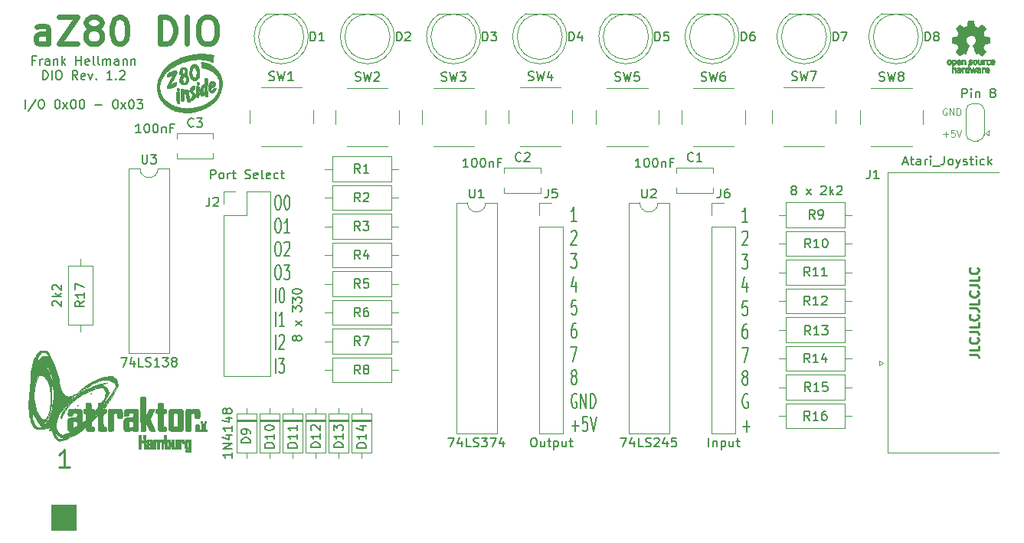
<source format=gbr>
G04 #@! TF.GenerationSoftware,KiCad,Pcbnew,8.0.3*
G04 #@! TF.CreationDate,2024-07-14T21:47:18+02:00*
G04 #@! TF.ProjectId,aZ80_DIO,615a3830-5f44-4494-9f2e-6b696361645f,rev?*
G04 #@! TF.SameCoordinates,Original*
G04 #@! TF.FileFunction,Legend,Top*
G04 #@! TF.FilePolarity,Positive*
%FSLAX46Y46*%
G04 Gerber Fmt 4.6, Leading zero omitted, Abs format (unit mm)*
G04 Created by KiCad (PCBNEW 8.0.3) date 2024-07-14 21:47:18*
%MOMM*%
%LPD*%
G01*
G04 APERTURE LIST*
%ADD10C,0.125000*%
%ADD11C,0.150000*%
%ADD12C,0.100000*%
%ADD13C,0.200000*%
%ADD14C,0.250000*%
%ADD15C,0.600000*%
%ADD16C,0.120000*%
%ADD17C,0.010000*%
G04 APERTURE END LIST*
D10*
X186581664Y-67638512D02*
X186510236Y-67602798D01*
X186510236Y-67602798D02*
X186403093Y-67602798D01*
X186403093Y-67602798D02*
X186295950Y-67638512D01*
X186295950Y-67638512D02*
X186224521Y-67709941D01*
X186224521Y-67709941D02*
X186188807Y-67781369D01*
X186188807Y-67781369D02*
X186153093Y-67924226D01*
X186153093Y-67924226D02*
X186153093Y-68031369D01*
X186153093Y-68031369D02*
X186188807Y-68174226D01*
X186188807Y-68174226D02*
X186224521Y-68245655D01*
X186224521Y-68245655D02*
X186295950Y-68317084D01*
X186295950Y-68317084D02*
X186403093Y-68352798D01*
X186403093Y-68352798D02*
X186474521Y-68352798D01*
X186474521Y-68352798D02*
X186581664Y-68317084D01*
X186581664Y-68317084D02*
X186617378Y-68281369D01*
X186617378Y-68281369D02*
X186617378Y-68031369D01*
X186617378Y-68031369D02*
X186474521Y-68031369D01*
X186938807Y-68352798D02*
X186938807Y-67602798D01*
X186938807Y-67602798D02*
X187367378Y-68352798D01*
X187367378Y-68352798D02*
X187367378Y-67602798D01*
X187724521Y-68352798D02*
X187724521Y-67602798D01*
X187724521Y-67602798D02*
X187903092Y-67602798D01*
X187903092Y-67602798D02*
X188010235Y-67638512D01*
X188010235Y-67638512D02*
X188081664Y-67709941D01*
X188081664Y-67709941D02*
X188117378Y-67781369D01*
X188117378Y-67781369D02*
X188153092Y-67924226D01*
X188153092Y-67924226D02*
X188153092Y-68031369D01*
X188153092Y-68031369D02*
X188117378Y-68174226D01*
X188117378Y-68174226D02*
X188081664Y-68245655D01*
X188081664Y-68245655D02*
X188010235Y-68317084D01*
X188010235Y-68317084D02*
X187903092Y-68352798D01*
X187903092Y-68352798D02*
X187724521Y-68352798D01*
X186188807Y-70482000D02*
X186760236Y-70482000D01*
X186474521Y-70767714D02*
X186474521Y-70196285D01*
X187474521Y-70017714D02*
X187117378Y-70017714D01*
X187117378Y-70017714D02*
X187081664Y-70374857D01*
X187081664Y-70374857D02*
X187117378Y-70339142D01*
X187117378Y-70339142D02*
X187188807Y-70303428D01*
X187188807Y-70303428D02*
X187367378Y-70303428D01*
X187367378Y-70303428D02*
X187438807Y-70339142D01*
X187438807Y-70339142D02*
X187474521Y-70374857D01*
X187474521Y-70374857D02*
X187510235Y-70446285D01*
X187510235Y-70446285D02*
X187510235Y-70624857D01*
X187510235Y-70624857D02*
X187474521Y-70696285D01*
X187474521Y-70696285D02*
X187438807Y-70732000D01*
X187438807Y-70732000D02*
X187367378Y-70767714D01*
X187367378Y-70767714D02*
X187188807Y-70767714D01*
X187188807Y-70767714D02*
X187117378Y-70732000D01*
X187117378Y-70732000D02*
X187081664Y-70696285D01*
X187724521Y-70017714D02*
X187974521Y-70767714D01*
X187974521Y-70767714D02*
X188224521Y-70017714D01*
D11*
X188296779Y-66417819D02*
X188296779Y-65417819D01*
X188296779Y-65417819D02*
X188677731Y-65417819D01*
X188677731Y-65417819D02*
X188772969Y-65465438D01*
X188772969Y-65465438D02*
X188820588Y-65513057D01*
X188820588Y-65513057D02*
X188868207Y-65608295D01*
X188868207Y-65608295D02*
X188868207Y-65751152D01*
X188868207Y-65751152D02*
X188820588Y-65846390D01*
X188820588Y-65846390D02*
X188772969Y-65894009D01*
X188772969Y-65894009D02*
X188677731Y-65941628D01*
X188677731Y-65941628D02*
X188296779Y-65941628D01*
X189296779Y-66417819D02*
X189296779Y-65751152D01*
X189296779Y-65417819D02*
X189249160Y-65465438D01*
X189249160Y-65465438D02*
X189296779Y-65513057D01*
X189296779Y-65513057D02*
X189344398Y-65465438D01*
X189344398Y-65465438D02*
X189296779Y-65417819D01*
X189296779Y-65417819D02*
X189296779Y-65513057D01*
X189772969Y-65751152D02*
X189772969Y-66417819D01*
X189772969Y-65846390D02*
X189820588Y-65798771D01*
X189820588Y-65798771D02*
X189915826Y-65751152D01*
X189915826Y-65751152D02*
X190058683Y-65751152D01*
X190058683Y-65751152D02*
X190153921Y-65798771D01*
X190153921Y-65798771D02*
X190201540Y-65894009D01*
X190201540Y-65894009D02*
X190201540Y-66417819D01*
X191582493Y-65846390D02*
X191487255Y-65798771D01*
X191487255Y-65798771D02*
X191439636Y-65751152D01*
X191439636Y-65751152D02*
X191392017Y-65655914D01*
X191392017Y-65655914D02*
X191392017Y-65608295D01*
X191392017Y-65608295D02*
X191439636Y-65513057D01*
X191439636Y-65513057D02*
X191487255Y-65465438D01*
X191487255Y-65465438D02*
X191582493Y-65417819D01*
X191582493Y-65417819D02*
X191772969Y-65417819D01*
X191772969Y-65417819D02*
X191868207Y-65465438D01*
X191868207Y-65465438D02*
X191915826Y-65513057D01*
X191915826Y-65513057D02*
X191963445Y-65608295D01*
X191963445Y-65608295D02*
X191963445Y-65655914D01*
X191963445Y-65655914D02*
X191915826Y-65751152D01*
X191915826Y-65751152D02*
X191868207Y-65798771D01*
X191868207Y-65798771D02*
X191772969Y-65846390D01*
X191772969Y-65846390D02*
X191582493Y-65846390D01*
X191582493Y-65846390D02*
X191487255Y-65894009D01*
X191487255Y-65894009D02*
X191439636Y-65941628D01*
X191439636Y-65941628D02*
X191392017Y-66036866D01*
X191392017Y-66036866D02*
X191392017Y-66227342D01*
X191392017Y-66227342D02*
X191439636Y-66322580D01*
X191439636Y-66322580D02*
X191487255Y-66370200D01*
X191487255Y-66370200D02*
X191582493Y-66417819D01*
X191582493Y-66417819D02*
X191772969Y-66417819D01*
X191772969Y-66417819D02*
X191868207Y-66370200D01*
X191868207Y-66370200D02*
X191915826Y-66322580D01*
X191915826Y-66322580D02*
X191963445Y-66227342D01*
X191963445Y-66227342D02*
X191963445Y-66036866D01*
X191963445Y-66036866D02*
X191915826Y-65941628D01*
X191915826Y-65941628D02*
X191868207Y-65894009D01*
X191868207Y-65894009D02*
X191772969Y-65846390D01*
D12*
X90297000Y-114173000D02*
X87630000Y-114173000D01*
X87630000Y-111379000D01*
X90297000Y-111379000D01*
X90297000Y-114173000D01*
G36*
X90297000Y-114173000D02*
G01*
X87630000Y-114173000D01*
X87630000Y-111379000D01*
X90297000Y-111379000D01*
X90297000Y-114173000D01*
G37*
D13*
X164593482Y-80175600D02*
X164022054Y-80175600D01*
X164307768Y-80175600D02*
X164307768Y-78575600D01*
X164307768Y-78575600D02*
X164212530Y-78804171D01*
X164212530Y-78804171D02*
X164117292Y-78956552D01*
X164117292Y-78956552D02*
X164022054Y-79032743D01*
X164022054Y-81303891D02*
X164069673Y-81227700D01*
X164069673Y-81227700D02*
X164164911Y-81151510D01*
X164164911Y-81151510D02*
X164403006Y-81151510D01*
X164403006Y-81151510D02*
X164498244Y-81227700D01*
X164498244Y-81227700D02*
X164545863Y-81303891D01*
X164545863Y-81303891D02*
X164593482Y-81456272D01*
X164593482Y-81456272D02*
X164593482Y-81608653D01*
X164593482Y-81608653D02*
X164545863Y-81837224D01*
X164545863Y-81837224D02*
X163974435Y-82751510D01*
X163974435Y-82751510D02*
X164593482Y-82751510D01*
X163974435Y-83727420D02*
X164593482Y-83727420D01*
X164593482Y-83727420D02*
X164260149Y-84336944D01*
X164260149Y-84336944D02*
X164403006Y-84336944D01*
X164403006Y-84336944D02*
X164498244Y-84413134D01*
X164498244Y-84413134D02*
X164545863Y-84489325D01*
X164545863Y-84489325D02*
X164593482Y-84641706D01*
X164593482Y-84641706D02*
X164593482Y-85022658D01*
X164593482Y-85022658D02*
X164545863Y-85175039D01*
X164545863Y-85175039D02*
X164498244Y-85251230D01*
X164498244Y-85251230D02*
X164403006Y-85327420D01*
X164403006Y-85327420D02*
X164117292Y-85327420D01*
X164117292Y-85327420D02*
X164022054Y-85251230D01*
X164022054Y-85251230D02*
X163974435Y-85175039D01*
X164498244Y-86836663D02*
X164498244Y-87903330D01*
X164260149Y-86227140D02*
X164022054Y-87369997D01*
X164022054Y-87369997D02*
X164641101Y-87369997D01*
X164545863Y-88879240D02*
X164069673Y-88879240D01*
X164069673Y-88879240D02*
X164022054Y-89641145D01*
X164022054Y-89641145D02*
X164069673Y-89564954D01*
X164069673Y-89564954D02*
X164164911Y-89488764D01*
X164164911Y-89488764D02*
X164403006Y-89488764D01*
X164403006Y-89488764D02*
X164498244Y-89564954D01*
X164498244Y-89564954D02*
X164545863Y-89641145D01*
X164545863Y-89641145D02*
X164593482Y-89793526D01*
X164593482Y-89793526D02*
X164593482Y-90174478D01*
X164593482Y-90174478D02*
X164545863Y-90326859D01*
X164545863Y-90326859D02*
X164498244Y-90403050D01*
X164498244Y-90403050D02*
X164403006Y-90479240D01*
X164403006Y-90479240D02*
X164164911Y-90479240D01*
X164164911Y-90479240D02*
X164069673Y-90403050D01*
X164069673Y-90403050D02*
X164022054Y-90326859D01*
X164498244Y-91455150D02*
X164307768Y-91455150D01*
X164307768Y-91455150D02*
X164212530Y-91531340D01*
X164212530Y-91531340D02*
X164164911Y-91607531D01*
X164164911Y-91607531D02*
X164069673Y-91836102D01*
X164069673Y-91836102D02*
X164022054Y-92140864D01*
X164022054Y-92140864D02*
X164022054Y-92750388D01*
X164022054Y-92750388D02*
X164069673Y-92902769D01*
X164069673Y-92902769D02*
X164117292Y-92978960D01*
X164117292Y-92978960D02*
X164212530Y-93055150D01*
X164212530Y-93055150D02*
X164403006Y-93055150D01*
X164403006Y-93055150D02*
X164498244Y-92978960D01*
X164498244Y-92978960D02*
X164545863Y-92902769D01*
X164545863Y-92902769D02*
X164593482Y-92750388D01*
X164593482Y-92750388D02*
X164593482Y-92369436D01*
X164593482Y-92369436D02*
X164545863Y-92217055D01*
X164545863Y-92217055D02*
X164498244Y-92140864D01*
X164498244Y-92140864D02*
X164403006Y-92064674D01*
X164403006Y-92064674D02*
X164212530Y-92064674D01*
X164212530Y-92064674D02*
X164117292Y-92140864D01*
X164117292Y-92140864D02*
X164069673Y-92217055D01*
X164069673Y-92217055D02*
X164022054Y-92369436D01*
X163974435Y-94031060D02*
X164641101Y-94031060D01*
X164641101Y-94031060D02*
X164212530Y-95631060D01*
X164212530Y-97292684D02*
X164117292Y-97216494D01*
X164117292Y-97216494D02*
X164069673Y-97140303D01*
X164069673Y-97140303D02*
X164022054Y-96987922D01*
X164022054Y-96987922D02*
X164022054Y-96911732D01*
X164022054Y-96911732D02*
X164069673Y-96759351D01*
X164069673Y-96759351D02*
X164117292Y-96683160D01*
X164117292Y-96683160D02*
X164212530Y-96606970D01*
X164212530Y-96606970D02*
X164403006Y-96606970D01*
X164403006Y-96606970D02*
X164498244Y-96683160D01*
X164498244Y-96683160D02*
X164545863Y-96759351D01*
X164545863Y-96759351D02*
X164593482Y-96911732D01*
X164593482Y-96911732D02*
X164593482Y-96987922D01*
X164593482Y-96987922D02*
X164545863Y-97140303D01*
X164545863Y-97140303D02*
X164498244Y-97216494D01*
X164498244Y-97216494D02*
X164403006Y-97292684D01*
X164403006Y-97292684D02*
X164212530Y-97292684D01*
X164212530Y-97292684D02*
X164117292Y-97368875D01*
X164117292Y-97368875D02*
X164069673Y-97445065D01*
X164069673Y-97445065D02*
X164022054Y-97597446D01*
X164022054Y-97597446D02*
X164022054Y-97902208D01*
X164022054Y-97902208D02*
X164069673Y-98054589D01*
X164069673Y-98054589D02*
X164117292Y-98130780D01*
X164117292Y-98130780D02*
X164212530Y-98206970D01*
X164212530Y-98206970D02*
X164403006Y-98206970D01*
X164403006Y-98206970D02*
X164498244Y-98130780D01*
X164498244Y-98130780D02*
X164545863Y-98054589D01*
X164545863Y-98054589D02*
X164593482Y-97902208D01*
X164593482Y-97902208D02*
X164593482Y-97597446D01*
X164593482Y-97597446D02*
X164545863Y-97445065D01*
X164545863Y-97445065D02*
X164498244Y-97368875D01*
X164498244Y-97368875D02*
X164403006Y-97292684D01*
X164593482Y-99259070D02*
X164498244Y-99182880D01*
X164498244Y-99182880D02*
X164355387Y-99182880D01*
X164355387Y-99182880D02*
X164212530Y-99259070D01*
X164212530Y-99259070D02*
X164117292Y-99411451D01*
X164117292Y-99411451D02*
X164069673Y-99563832D01*
X164069673Y-99563832D02*
X164022054Y-99868594D01*
X164022054Y-99868594D02*
X164022054Y-100097166D01*
X164022054Y-100097166D02*
X164069673Y-100401928D01*
X164069673Y-100401928D02*
X164117292Y-100554309D01*
X164117292Y-100554309D02*
X164212530Y-100706690D01*
X164212530Y-100706690D02*
X164355387Y-100782880D01*
X164355387Y-100782880D02*
X164450625Y-100782880D01*
X164450625Y-100782880D02*
X164593482Y-100706690D01*
X164593482Y-100706690D02*
X164641101Y-100630499D01*
X164641101Y-100630499D02*
X164641101Y-100097166D01*
X164641101Y-100097166D02*
X164450625Y-100097166D01*
X164069673Y-102749266D02*
X164831578Y-102749266D01*
X164450625Y-103358790D02*
X164450625Y-102139742D01*
D14*
X189110619Y-94815717D02*
X189824904Y-94815717D01*
X189824904Y-94815717D02*
X189967761Y-94863336D01*
X189967761Y-94863336D02*
X190063000Y-94958574D01*
X190063000Y-94958574D02*
X190110619Y-95101431D01*
X190110619Y-95101431D02*
X190110619Y-95196669D01*
X190110619Y-93863336D02*
X190110619Y-94339526D01*
X190110619Y-94339526D02*
X189110619Y-94339526D01*
X190015380Y-92958574D02*
X190063000Y-93006193D01*
X190063000Y-93006193D02*
X190110619Y-93149050D01*
X190110619Y-93149050D02*
X190110619Y-93244288D01*
X190110619Y-93244288D02*
X190063000Y-93387145D01*
X190063000Y-93387145D02*
X189967761Y-93482383D01*
X189967761Y-93482383D02*
X189872523Y-93530002D01*
X189872523Y-93530002D02*
X189682047Y-93577621D01*
X189682047Y-93577621D02*
X189539190Y-93577621D01*
X189539190Y-93577621D02*
X189348714Y-93530002D01*
X189348714Y-93530002D02*
X189253476Y-93482383D01*
X189253476Y-93482383D02*
X189158238Y-93387145D01*
X189158238Y-93387145D02*
X189110619Y-93244288D01*
X189110619Y-93244288D02*
X189110619Y-93149050D01*
X189110619Y-93149050D02*
X189158238Y-93006193D01*
X189158238Y-93006193D02*
X189205857Y-92958574D01*
X189110619Y-92244288D02*
X189824904Y-92244288D01*
X189824904Y-92244288D02*
X189967761Y-92291907D01*
X189967761Y-92291907D02*
X190063000Y-92387145D01*
X190063000Y-92387145D02*
X190110619Y-92530002D01*
X190110619Y-92530002D02*
X190110619Y-92625240D01*
X190110619Y-91291907D02*
X190110619Y-91768097D01*
X190110619Y-91768097D02*
X189110619Y-91768097D01*
X190015380Y-90387145D02*
X190063000Y-90434764D01*
X190063000Y-90434764D02*
X190110619Y-90577621D01*
X190110619Y-90577621D02*
X190110619Y-90672859D01*
X190110619Y-90672859D02*
X190063000Y-90815716D01*
X190063000Y-90815716D02*
X189967761Y-90910954D01*
X189967761Y-90910954D02*
X189872523Y-90958573D01*
X189872523Y-90958573D02*
X189682047Y-91006192D01*
X189682047Y-91006192D02*
X189539190Y-91006192D01*
X189539190Y-91006192D02*
X189348714Y-90958573D01*
X189348714Y-90958573D02*
X189253476Y-90910954D01*
X189253476Y-90910954D02*
X189158238Y-90815716D01*
X189158238Y-90815716D02*
X189110619Y-90672859D01*
X189110619Y-90672859D02*
X189110619Y-90577621D01*
X189110619Y-90577621D02*
X189158238Y-90434764D01*
X189158238Y-90434764D02*
X189205857Y-90387145D01*
X189110619Y-89672859D02*
X189824904Y-89672859D01*
X189824904Y-89672859D02*
X189967761Y-89720478D01*
X189967761Y-89720478D02*
X190063000Y-89815716D01*
X190063000Y-89815716D02*
X190110619Y-89958573D01*
X190110619Y-89958573D02*
X190110619Y-90053811D01*
X190110619Y-88720478D02*
X190110619Y-89196668D01*
X190110619Y-89196668D02*
X189110619Y-89196668D01*
X190015380Y-87815716D02*
X190063000Y-87863335D01*
X190063000Y-87863335D02*
X190110619Y-88006192D01*
X190110619Y-88006192D02*
X190110619Y-88101430D01*
X190110619Y-88101430D02*
X190063000Y-88244287D01*
X190063000Y-88244287D02*
X189967761Y-88339525D01*
X189967761Y-88339525D02*
X189872523Y-88387144D01*
X189872523Y-88387144D02*
X189682047Y-88434763D01*
X189682047Y-88434763D02*
X189539190Y-88434763D01*
X189539190Y-88434763D02*
X189348714Y-88387144D01*
X189348714Y-88387144D02*
X189253476Y-88339525D01*
X189253476Y-88339525D02*
X189158238Y-88244287D01*
X189158238Y-88244287D02*
X189110619Y-88101430D01*
X189110619Y-88101430D02*
X189110619Y-88006192D01*
X189110619Y-88006192D02*
X189158238Y-87863335D01*
X189158238Y-87863335D02*
X189205857Y-87815716D01*
X189110619Y-87101430D02*
X189824904Y-87101430D01*
X189824904Y-87101430D02*
X189967761Y-87149049D01*
X189967761Y-87149049D02*
X190063000Y-87244287D01*
X190063000Y-87244287D02*
X190110619Y-87387144D01*
X190110619Y-87387144D02*
X190110619Y-87482382D01*
X190110619Y-86149049D02*
X190110619Y-86625239D01*
X190110619Y-86625239D02*
X189110619Y-86625239D01*
X190015380Y-85244287D02*
X190063000Y-85291906D01*
X190063000Y-85291906D02*
X190110619Y-85434763D01*
X190110619Y-85434763D02*
X190110619Y-85530001D01*
X190110619Y-85530001D02*
X190063000Y-85672858D01*
X190063000Y-85672858D02*
X189967761Y-85768096D01*
X189967761Y-85768096D02*
X189872523Y-85815715D01*
X189872523Y-85815715D02*
X189682047Y-85863334D01*
X189682047Y-85863334D02*
X189539190Y-85863334D01*
X189539190Y-85863334D02*
X189348714Y-85815715D01*
X189348714Y-85815715D02*
X189253476Y-85768096D01*
X189253476Y-85768096D02*
X189158238Y-85672858D01*
X189158238Y-85672858D02*
X189110619Y-85530001D01*
X189110619Y-85530001D02*
X189110619Y-85434763D01*
X189110619Y-85434763D02*
X189158238Y-85291906D01*
X189158238Y-85291906D02*
X189205857Y-85244287D01*
D13*
X112574149Y-77190420D02*
X112764625Y-77190420D01*
X112764625Y-77190420D02*
X112859863Y-77266610D01*
X112859863Y-77266610D02*
X112955101Y-77418991D01*
X112955101Y-77418991D02*
X113002720Y-77723753D01*
X113002720Y-77723753D02*
X113002720Y-78257087D01*
X113002720Y-78257087D02*
X112955101Y-78561849D01*
X112955101Y-78561849D02*
X112859863Y-78714230D01*
X112859863Y-78714230D02*
X112764625Y-78790420D01*
X112764625Y-78790420D02*
X112574149Y-78790420D01*
X112574149Y-78790420D02*
X112478911Y-78714230D01*
X112478911Y-78714230D02*
X112383673Y-78561849D01*
X112383673Y-78561849D02*
X112336054Y-78257087D01*
X112336054Y-78257087D02*
X112336054Y-77723753D01*
X112336054Y-77723753D02*
X112383673Y-77418991D01*
X112383673Y-77418991D02*
X112478911Y-77266610D01*
X112478911Y-77266610D02*
X112574149Y-77190420D01*
X113621768Y-77190420D02*
X113717006Y-77190420D01*
X113717006Y-77190420D02*
X113812244Y-77266610D01*
X113812244Y-77266610D02*
X113859863Y-77342801D01*
X113859863Y-77342801D02*
X113907482Y-77495182D01*
X113907482Y-77495182D02*
X113955101Y-77799944D01*
X113955101Y-77799944D02*
X113955101Y-78180896D01*
X113955101Y-78180896D02*
X113907482Y-78485658D01*
X113907482Y-78485658D02*
X113859863Y-78638039D01*
X113859863Y-78638039D02*
X113812244Y-78714230D01*
X113812244Y-78714230D02*
X113717006Y-78790420D01*
X113717006Y-78790420D02*
X113621768Y-78790420D01*
X113621768Y-78790420D02*
X113526530Y-78714230D01*
X113526530Y-78714230D02*
X113478911Y-78638039D01*
X113478911Y-78638039D02*
X113431292Y-78485658D01*
X113431292Y-78485658D02*
X113383673Y-78180896D01*
X113383673Y-78180896D02*
X113383673Y-77799944D01*
X113383673Y-77799944D02*
X113431292Y-77495182D01*
X113431292Y-77495182D02*
X113478911Y-77342801D01*
X113478911Y-77342801D02*
X113526530Y-77266610D01*
X113526530Y-77266610D02*
X113621768Y-77190420D01*
X112574149Y-79766330D02*
X112764625Y-79766330D01*
X112764625Y-79766330D02*
X112859863Y-79842520D01*
X112859863Y-79842520D02*
X112955101Y-79994901D01*
X112955101Y-79994901D02*
X113002720Y-80299663D01*
X113002720Y-80299663D02*
X113002720Y-80832997D01*
X113002720Y-80832997D02*
X112955101Y-81137759D01*
X112955101Y-81137759D02*
X112859863Y-81290140D01*
X112859863Y-81290140D02*
X112764625Y-81366330D01*
X112764625Y-81366330D02*
X112574149Y-81366330D01*
X112574149Y-81366330D02*
X112478911Y-81290140D01*
X112478911Y-81290140D02*
X112383673Y-81137759D01*
X112383673Y-81137759D02*
X112336054Y-80832997D01*
X112336054Y-80832997D02*
X112336054Y-80299663D01*
X112336054Y-80299663D02*
X112383673Y-79994901D01*
X112383673Y-79994901D02*
X112478911Y-79842520D01*
X112478911Y-79842520D02*
X112574149Y-79766330D01*
X113955101Y-81366330D02*
X113383673Y-81366330D01*
X113669387Y-81366330D02*
X113669387Y-79766330D01*
X113669387Y-79766330D02*
X113574149Y-79994901D01*
X113574149Y-79994901D02*
X113478911Y-80147282D01*
X113478911Y-80147282D02*
X113383673Y-80223473D01*
X112574149Y-82342240D02*
X112764625Y-82342240D01*
X112764625Y-82342240D02*
X112859863Y-82418430D01*
X112859863Y-82418430D02*
X112955101Y-82570811D01*
X112955101Y-82570811D02*
X113002720Y-82875573D01*
X113002720Y-82875573D02*
X113002720Y-83408907D01*
X113002720Y-83408907D02*
X112955101Y-83713669D01*
X112955101Y-83713669D02*
X112859863Y-83866050D01*
X112859863Y-83866050D02*
X112764625Y-83942240D01*
X112764625Y-83942240D02*
X112574149Y-83942240D01*
X112574149Y-83942240D02*
X112478911Y-83866050D01*
X112478911Y-83866050D02*
X112383673Y-83713669D01*
X112383673Y-83713669D02*
X112336054Y-83408907D01*
X112336054Y-83408907D02*
X112336054Y-82875573D01*
X112336054Y-82875573D02*
X112383673Y-82570811D01*
X112383673Y-82570811D02*
X112478911Y-82418430D01*
X112478911Y-82418430D02*
X112574149Y-82342240D01*
X113383673Y-82494621D02*
X113431292Y-82418430D01*
X113431292Y-82418430D02*
X113526530Y-82342240D01*
X113526530Y-82342240D02*
X113764625Y-82342240D01*
X113764625Y-82342240D02*
X113859863Y-82418430D01*
X113859863Y-82418430D02*
X113907482Y-82494621D01*
X113907482Y-82494621D02*
X113955101Y-82647002D01*
X113955101Y-82647002D02*
X113955101Y-82799383D01*
X113955101Y-82799383D02*
X113907482Y-83027954D01*
X113907482Y-83027954D02*
X113336054Y-83942240D01*
X113336054Y-83942240D02*
X113955101Y-83942240D01*
X112574149Y-84918150D02*
X112764625Y-84918150D01*
X112764625Y-84918150D02*
X112859863Y-84994340D01*
X112859863Y-84994340D02*
X112955101Y-85146721D01*
X112955101Y-85146721D02*
X113002720Y-85451483D01*
X113002720Y-85451483D02*
X113002720Y-85984817D01*
X113002720Y-85984817D02*
X112955101Y-86289579D01*
X112955101Y-86289579D02*
X112859863Y-86441960D01*
X112859863Y-86441960D02*
X112764625Y-86518150D01*
X112764625Y-86518150D02*
X112574149Y-86518150D01*
X112574149Y-86518150D02*
X112478911Y-86441960D01*
X112478911Y-86441960D02*
X112383673Y-86289579D01*
X112383673Y-86289579D02*
X112336054Y-85984817D01*
X112336054Y-85984817D02*
X112336054Y-85451483D01*
X112336054Y-85451483D02*
X112383673Y-85146721D01*
X112383673Y-85146721D02*
X112478911Y-84994340D01*
X112478911Y-84994340D02*
X112574149Y-84918150D01*
X113336054Y-84918150D02*
X113955101Y-84918150D01*
X113955101Y-84918150D02*
X113621768Y-85527674D01*
X113621768Y-85527674D02*
X113764625Y-85527674D01*
X113764625Y-85527674D02*
X113859863Y-85603864D01*
X113859863Y-85603864D02*
X113907482Y-85680055D01*
X113907482Y-85680055D02*
X113955101Y-85832436D01*
X113955101Y-85832436D02*
X113955101Y-86213388D01*
X113955101Y-86213388D02*
X113907482Y-86365769D01*
X113907482Y-86365769D02*
X113859863Y-86441960D01*
X113859863Y-86441960D02*
X113764625Y-86518150D01*
X113764625Y-86518150D02*
X113478911Y-86518150D01*
X113478911Y-86518150D02*
X113383673Y-86441960D01*
X113383673Y-86441960D02*
X113336054Y-86365769D01*
X112383673Y-89094060D02*
X112383673Y-87494060D01*
X113050339Y-87494060D02*
X113145577Y-87494060D01*
X113145577Y-87494060D02*
X113240815Y-87570250D01*
X113240815Y-87570250D02*
X113288434Y-87646441D01*
X113288434Y-87646441D02*
X113336053Y-87798822D01*
X113336053Y-87798822D02*
X113383672Y-88103584D01*
X113383672Y-88103584D02*
X113383672Y-88484536D01*
X113383672Y-88484536D02*
X113336053Y-88789298D01*
X113336053Y-88789298D02*
X113288434Y-88941679D01*
X113288434Y-88941679D02*
X113240815Y-89017870D01*
X113240815Y-89017870D02*
X113145577Y-89094060D01*
X113145577Y-89094060D02*
X113050339Y-89094060D01*
X113050339Y-89094060D02*
X112955101Y-89017870D01*
X112955101Y-89017870D02*
X112907482Y-88941679D01*
X112907482Y-88941679D02*
X112859863Y-88789298D01*
X112859863Y-88789298D02*
X112812244Y-88484536D01*
X112812244Y-88484536D02*
X112812244Y-88103584D01*
X112812244Y-88103584D02*
X112859863Y-87798822D01*
X112859863Y-87798822D02*
X112907482Y-87646441D01*
X112907482Y-87646441D02*
X112955101Y-87570250D01*
X112955101Y-87570250D02*
X113050339Y-87494060D01*
X112383673Y-91669970D02*
X112383673Y-90069970D01*
X113383672Y-91669970D02*
X112812244Y-91669970D01*
X113097958Y-91669970D02*
X113097958Y-90069970D01*
X113097958Y-90069970D02*
X113002720Y-90298541D01*
X113002720Y-90298541D02*
X112907482Y-90450922D01*
X112907482Y-90450922D02*
X112812244Y-90527113D01*
X112383673Y-94245880D02*
X112383673Y-92645880D01*
X112812244Y-92798261D02*
X112859863Y-92722070D01*
X112859863Y-92722070D02*
X112955101Y-92645880D01*
X112955101Y-92645880D02*
X113193196Y-92645880D01*
X113193196Y-92645880D02*
X113288434Y-92722070D01*
X113288434Y-92722070D02*
X113336053Y-92798261D01*
X113336053Y-92798261D02*
X113383672Y-92950642D01*
X113383672Y-92950642D02*
X113383672Y-93103023D01*
X113383672Y-93103023D02*
X113336053Y-93331594D01*
X113336053Y-93331594D02*
X112764625Y-94245880D01*
X112764625Y-94245880D02*
X113383672Y-94245880D01*
X112383673Y-96821790D02*
X112383673Y-95221790D01*
X112764625Y-95221790D02*
X113383672Y-95221790D01*
X113383672Y-95221790D02*
X113050339Y-95831314D01*
X113050339Y-95831314D02*
X113193196Y-95831314D01*
X113193196Y-95831314D02*
X113288434Y-95907504D01*
X113288434Y-95907504D02*
X113336053Y-95983695D01*
X113336053Y-95983695D02*
X113383672Y-96136076D01*
X113383672Y-96136076D02*
X113383672Y-96517028D01*
X113383672Y-96517028D02*
X113336053Y-96669409D01*
X113336053Y-96669409D02*
X113288434Y-96745600D01*
X113288434Y-96745600D02*
X113193196Y-96821790D01*
X113193196Y-96821790D02*
X112907482Y-96821790D01*
X112907482Y-96821790D02*
X112812244Y-96745600D01*
X112812244Y-96745600D02*
X112764625Y-96669409D01*
D14*
X89621428Y-107312238D02*
X88478571Y-107312238D01*
X89049999Y-107312238D02*
X89049999Y-105312238D01*
X89049999Y-105312238D02*
X88859523Y-105597952D01*
X88859523Y-105597952D02*
X88669047Y-105788428D01*
X88669047Y-105788428D02*
X88478571Y-105883666D01*
D15*
X87308572Y-60481657D02*
X87308572Y-58910228D01*
X87308572Y-58910228D02*
X87165714Y-58624514D01*
X87165714Y-58624514D02*
X86880000Y-58481657D01*
X86880000Y-58481657D02*
X86308572Y-58481657D01*
X86308572Y-58481657D02*
X86022857Y-58624514D01*
X87308572Y-60338800D02*
X87022857Y-60481657D01*
X87022857Y-60481657D02*
X86308572Y-60481657D01*
X86308572Y-60481657D02*
X86022857Y-60338800D01*
X86022857Y-60338800D02*
X85880000Y-60053085D01*
X85880000Y-60053085D02*
X85880000Y-59767371D01*
X85880000Y-59767371D02*
X86022857Y-59481657D01*
X86022857Y-59481657D02*
X86308572Y-59338800D01*
X86308572Y-59338800D02*
X87022857Y-59338800D01*
X87022857Y-59338800D02*
X87308572Y-59195942D01*
X88451429Y-57481657D02*
X90451429Y-57481657D01*
X90451429Y-57481657D02*
X88451429Y-60481657D01*
X88451429Y-60481657D02*
X90451429Y-60481657D01*
X92022858Y-58767371D02*
X91737143Y-58624514D01*
X91737143Y-58624514D02*
X91594286Y-58481657D01*
X91594286Y-58481657D02*
X91451429Y-58195942D01*
X91451429Y-58195942D02*
X91451429Y-58053085D01*
X91451429Y-58053085D02*
X91594286Y-57767371D01*
X91594286Y-57767371D02*
X91737143Y-57624514D01*
X91737143Y-57624514D02*
X92022858Y-57481657D01*
X92022858Y-57481657D02*
X92594286Y-57481657D01*
X92594286Y-57481657D02*
X92880001Y-57624514D01*
X92880001Y-57624514D02*
X93022858Y-57767371D01*
X93022858Y-57767371D02*
X93165715Y-58053085D01*
X93165715Y-58053085D02*
X93165715Y-58195942D01*
X93165715Y-58195942D02*
X93022858Y-58481657D01*
X93022858Y-58481657D02*
X92880001Y-58624514D01*
X92880001Y-58624514D02*
X92594286Y-58767371D01*
X92594286Y-58767371D02*
X92022858Y-58767371D01*
X92022858Y-58767371D02*
X91737143Y-58910228D01*
X91737143Y-58910228D02*
X91594286Y-59053085D01*
X91594286Y-59053085D02*
X91451429Y-59338800D01*
X91451429Y-59338800D02*
X91451429Y-59910228D01*
X91451429Y-59910228D02*
X91594286Y-60195942D01*
X91594286Y-60195942D02*
X91737143Y-60338800D01*
X91737143Y-60338800D02*
X92022858Y-60481657D01*
X92022858Y-60481657D02*
X92594286Y-60481657D01*
X92594286Y-60481657D02*
X92880001Y-60338800D01*
X92880001Y-60338800D02*
X93022858Y-60195942D01*
X93022858Y-60195942D02*
X93165715Y-59910228D01*
X93165715Y-59910228D02*
X93165715Y-59338800D01*
X93165715Y-59338800D02*
X93022858Y-59053085D01*
X93022858Y-59053085D02*
X92880001Y-58910228D01*
X92880001Y-58910228D02*
X92594286Y-58767371D01*
X95022858Y-57481657D02*
X95308572Y-57481657D01*
X95308572Y-57481657D02*
X95594286Y-57624514D01*
X95594286Y-57624514D02*
X95737144Y-57767371D01*
X95737144Y-57767371D02*
X95880001Y-58053085D01*
X95880001Y-58053085D02*
X96022858Y-58624514D01*
X96022858Y-58624514D02*
X96022858Y-59338800D01*
X96022858Y-59338800D02*
X95880001Y-59910228D01*
X95880001Y-59910228D02*
X95737144Y-60195942D01*
X95737144Y-60195942D02*
X95594286Y-60338800D01*
X95594286Y-60338800D02*
X95308572Y-60481657D01*
X95308572Y-60481657D02*
X95022858Y-60481657D01*
X95022858Y-60481657D02*
X94737144Y-60338800D01*
X94737144Y-60338800D02*
X94594286Y-60195942D01*
X94594286Y-60195942D02*
X94451429Y-59910228D01*
X94451429Y-59910228D02*
X94308572Y-59338800D01*
X94308572Y-59338800D02*
X94308572Y-58624514D01*
X94308572Y-58624514D02*
X94451429Y-58053085D01*
X94451429Y-58053085D02*
X94594286Y-57767371D01*
X94594286Y-57767371D02*
X94737144Y-57624514D01*
X94737144Y-57624514D02*
X95022858Y-57481657D01*
X99594286Y-60481657D02*
X99594286Y-57481657D01*
X99594286Y-57481657D02*
X100308572Y-57481657D01*
X100308572Y-57481657D02*
X100737143Y-57624514D01*
X100737143Y-57624514D02*
X101022858Y-57910228D01*
X101022858Y-57910228D02*
X101165715Y-58195942D01*
X101165715Y-58195942D02*
X101308572Y-58767371D01*
X101308572Y-58767371D02*
X101308572Y-59195942D01*
X101308572Y-59195942D02*
X101165715Y-59767371D01*
X101165715Y-59767371D02*
X101022858Y-60053085D01*
X101022858Y-60053085D02*
X100737143Y-60338800D01*
X100737143Y-60338800D02*
X100308572Y-60481657D01*
X100308572Y-60481657D02*
X99594286Y-60481657D01*
X102594286Y-60481657D02*
X102594286Y-57481657D01*
X104594286Y-57481657D02*
X105165714Y-57481657D01*
X105165714Y-57481657D02*
X105451429Y-57624514D01*
X105451429Y-57624514D02*
X105737143Y-57910228D01*
X105737143Y-57910228D02*
X105880000Y-58481657D01*
X105880000Y-58481657D02*
X105880000Y-59481657D01*
X105880000Y-59481657D02*
X105737143Y-60053085D01*
X105737143Y-60053085D02*
X105451429Y-60338800D01*
X105451429Y-60338800D02*
X105165714Y-60481657D01*
X105165714Y-60481657D02*
X104594286Y-60481657D01*
X104594286Y-60481657D02*
X104308572Y-60338800D01*
X104308572Y-60338800D02*
X104022857Y-60053085D01*
X104022857Y-60053085D02*
X103880000Y-59481657D01*
X103880000Y-59481657D02*
X103880000Y-58481657D01*
X103880000Y-58481657D02*
X104022857Y-57910228D01*
X104022857Y-57910228D02*
X104308572Y-57624514D01*
X104308572Y-57624514D02*
X104594286Y-57481657D01*
D13*
X145673482Y-80115600D02*
X145102054Y-80115600D01*
X145387768Y-80115600D02*
X145387768Y-78515600D01*
X145387768Y-78515600D02*
X145292530Y-78744171D01*
X145292530Y-78744171D02*
X145197292Y-78896552D01*
X145197292Y-78896552D02*
X145102054Y-78972743D01*
X145102054Y-81243891D02*
X145149673Y-81167700D01*
X145149673Y-81167700D02*
X145244911Y-81091510D01*
X145244911Y-81091510D02*
X145483006Y-81091510D01*
X145483006Y-81091510D02*
X145578244Y-81167700D01*
X145578244Y-81167700D02*
X145625863Y-81243891D01*
X145625863Y-81243891D02*
X145673482Y-81396272D01*
X145673482Y-81396272D02*
X145673482Y-81548653D01*
X145673482Y-81548653D02*
X145625863Y-81777224D01*
X145625863Y-81777224D02*
X145054435Y-82691510D01*
X145054435Y-82691510D02*
X145673482Y-82691510D01*
X145054435Y-83667420D02*
X145673482Y-83667420D01*
X145673482Y-83667420D02*
X145340149Y-84276944D01*
X145340149Y-84276944D02*
X145483006Y-84276944D01*
X145483006Y-84276944D02*
X145578244Y-84353134D01*
X145578244Y-84353134D02*
X145625863Y-84429325D01*
X145625863Y-84429325D02*
X145673482Y-84581706D01*
X145673482Y-84581706D02*
X145673482Y-84962658D01*
X145673482Y-84962658D02*
X145625863Y-85115039D01*
X145625863Y-85115039D02*
X145578244Y-85191230D01*
X145578244Y-85191230D02*
X145483006Y-85267420D01*
X145483006Y-85267420D02*
X145197292Y-85267420D01*
X145197292Y-85267420D02*
X145102054Y-85191230D01*
X145102054Y-85191230D02*
X145054435Y-85115039D01*
X145578244Y-86776663D02*
X145578244Y-87843330D01*
X145340149Y-86167140D02*
X145102054Y-87309997D01*
X145102054Y-87309997D02*
X145721101Y-87309997D01*
X145625863Y-88819240D02*
X145149673Y-88819240D01*
X145149673Y-88819240D02*
X145102054Y-89581145D01*
X145102054Y-89581145D02*
X145149673Y-89504954D01*
X145149673Y-89504954D02*
X145244911Y-89428764D01*
X145244911Y-89428764D02*
X145483006Y-89428764D01*
X145483006Y-89428764D02*
X145578244Y-89504954D01*
X145578244Y-89504954D02*
X145625863Y-89581145D01*
X145625863Y-89581145D02*
X145673482Y-89733526D01*
X145673482Y-89733526D02*
X145673482Y-90114478D01*
X145673482Y-90114478D02*
X145625863Y-90266859D01*
X145625863Y-90266859D02*
X145578244Y-90343050D01*
X145578244Y-90343050D02*
X145483006Y-90419240D01*
X145483006Y-90419240D02*
X145244911Y-90419240D01*
X145244911Y-90419240D02*
X145149673Y-90343050D01*
X145149673Y-90343050D02*
X145102054Y-90266859D01*
X145578244Y-91395150D02*
X145387768Y-91395150D01*
X145387768Y-91395150D02*
X145292530Y-91471340D01*
X145292530Y-91471340D02*
X145244911Y-91547531D01*
X145244911Y-91547531D02*
X145149673Y-91776102D01*
X145149673Y-91776102D02*
X145102054Y-92080864D01*
X145102054Y-92080864D02*
X145102054Y-92690388D01*
X145102054Y-92690388D02*
X145149673Y-92842769D01*
X145149673Y-92842769D02*
X145197292Y-92918960D01*
X145197292Y-92918960D02*
X145292530Y-92995150D01*
X145292530Y-92995150D02*
X145483006Y-92995150D01*
X145483006Y-92995150D02*
X145578244Y-92918960D01*
X145578244Y-92918960D02*
X145625863Y-92842769D01*
X145625863Y-92842769D02*
X145673482Y-92690388D01*
X145673482Y-92690388D02*
X145673482Y-92309436D01*
X145673482Y-92309436D02*
X145625863Y-92157055D01*
X145625863Y-92157055D02*
X145578244Y-92080864D01*
X145578244Y-92080864D02*
X145483006Y-92004674D01*
X145483006Y-92004674D02*
X145292530Y-92004674D01*
X145292530Y-92004674D02*
X145197292Y-92080864D01*
X145197292Y-92080864D02*
X145149673Y-92157055D01*
X145149673Y-92157055D02*
X145102054Y-92309436D01*
X145054435Y-93971060D02*
X145721101Y-93971060D01*
X145721101Y-93971060D02*
X145292530Y-95571060D01*
X145292530Y-97232684D02*
X145197292Y-97156494D01*
X145197292Y-97156494D02*
X145149673Y-97080303D01*
X145149673Y-97080303D02*
X145102054Y-96927922D01*
X145102054Y-96927922D02*
X145102054Y-96851732D01*
X145102054Y-96851732D02*
X145149673Y-96699351D01*
X145149673Y-96699351D02*
X145197292Y-96623160D01*
X145197292Y-96623160D02*
X145292530Y-96546970D01*
X145292530Y-96546970D02*
X145483006Y-96546970D01*
X145483006Y-96546970D02*
X145578244Y-96623160D01*
X145578244Y-96623160D02*
X145625863Y-96699351D01*
X145625863Y-96699351D02*
X145673482Y-96851732D01*
X145673482Y-96851732D02*
X145673482Y-96927922D01*
X145673482Y-96927922D02*
X145625863Y-97080303D01*
X145625863Y-97080303D02*
X145578244Y-97156494D01*
X145578244Y-97156494D02*
X145483006Y-97232684D01*
X145483006Y-97232684D02*
X145292530Y-97232684D01*
X145292530Y-97232684D02*
X145197292Y-97308875D01*
X145197292Y-97308875D02*
X145149673Y-97385065D01*
X145149673Y-97385065D02*
X145102054Y-97537446D01*
X145102054Y-97537446D02*
X145102054Y-97842208D01*
X145102054Y-97842208D02*
X145149673Y-97994589D01*
X145149673Y-97994589D02*
X145197292Y-98070780D01*
X145197292Y-98070780D02*
X145292530Y-98146970D01*
X145292530Y-98146970D02*
X145483006Y-98146970D01*
X145483006Y-98146970D02*
X145578244Y-98070780D01*
X145578244Y-98070780D02*
X145625863Y-97994589D01*
X145625863Y-97994589D02*
X145673482Y-97842208D01*
X145673482Y-97842208D02*
X145673482Y-97537446D01*
X145673482Y-97537446D02*
X145625863Y-97385065D01*
X145625863Y-97385065D02*
X145578244Y-97308875D01*
X145578244Y-97308875D02*
X145483006Y-97232684D01*
X145673482Y-99199070D02*
X145578244Y-99122880D01*
X145578244Y-99122880D02*
X145435387Y-99122880D01*
X145435387Y-99122880D02*
X145292530Y-99199070D01*
X145292530Y-99199070D02*
X145197292Y-99351451D01*
X145197292Y-99351451D02*
X145149673Y-99503832D01*
X145149673Y-99503832D02*
X145102054Y-99808594D01*
X145102054Y-99808594D02*
X145102054Y-100037166D01*
X145102054Y-100037166D02*
X145149673Y-100341928D01*
X145149673Y-100341928D02*
X145197292Y-100494309D01*
X145197292Y-100494309D02*
X145292530Y-100646690D01*
X145292530Y-100646690D02*
X145435387Y-100722880D01*
X145435387Y-100722880D02*
X145530625Y-100722880D01*
X145530625Y-100722880D02*
X145673482Y-100646690D01*
X145673482Y-100646690D02*
X145721101Y-100570499D01*
X145721101Y-100570499D02*
X145721101Y-100037166D01*
X145721101Y-100037166D02*
X145530625Y-100037166D01*
X146149673Y-100722880D02*
X146149673Y-99122880D01*
X146149673Y-99122880D02*
X146721101Y-100722880D01*
X146721101Y-100722880D02*
X146721101Y-99122880D01*
X147197292Y-100722880D02*
X147197292Y-99122880D01*
X147197292Y-99122880D02*
X147435387Y-99122880D01*
X147435387Y-99122880D02*
X147578244Y-99199070D01*
X147578244Y-99199070D02*
X147673482Y-99351451D01*
X147673482Y-99351451D02*
X147721101Y-99503832D01*
X147721101Y-99503832D02*
X147768720Y-99808594D01*
X147768720Y-99808594D02*
X147768720Y-100037166D01*
X147768720Y-100037166D02*
X147721101Y-100341928D01*
X147721101Y-100341928D02*
X147673482Y-100494309D01*
X147673482Y-100494309D02*
X147578244Y-100646690D01*
X147578244Y-100646690D02*
X147435387Y-100722880D01*
X147435387Y-100722880D02*
X147197292Y-100722880D01*
X145149673Y-102689266D02*
X145911578Y-102689266D01*
X145530625Y-103298790D02*
X145530625Y-102079742D01*
X146863958Y-101698790D02*
X146387768Y-101698790D01*
X146387768Y-101698790D02*
X146340149Y-102460695D01*
X146340149Y-102460695D02*
X146387768Y-102384504D01*
X146387768Y-102384504D02*
X146483006Y-102308314D01*
X146483006Y-102308314D02*
X146721101Y-102308314D01*
X146721101Y-102308314D02*
X146816339Y-102384504D01*
X146816339Y-102384504D02*
X146863958Y-102460695D01*
X146863958Y-102460695D02*
X146911577Y-102613076D01*
X146911577Y-102613076D02*
X146911577Y-102994028D01*
X146911577Y-102994028D02*
X146863958Y-103146409D01*
X146863958Y-103146409D02*
X146816339Y-103222600D01*
X146816339Y-103222600D02*
X146721101Y-103298790D01*
X146721101Y-103298790D02*
X146483006Y-103298790D01*
X146483006Y-103298790D02*
X146387768Y-103222600D01*
X146387768Y-103222600D02*
X146340149Y-103146409D01*
X147197292Y-101698790D02*
X147530625Y-103298790D01*
X147530625Y-103298790D02*
X147863958Y-101698790D01*
D11*
X85828856Y-62286093D02*
X85495523Y-62286093D01*
X85495523Y-62809903D02*
X85495523Y-61809903D01*
X85495523Y-61809903D02*
X85971713Y-61809903D01*
X86352666Y-62809903D02*
X86352666Y-62143236D01*
X86352666Y-62333712D02*
X86400285Y-62238474D01*
X86400285Y-62238474D02*
X86447904Y-62190855D01*
X86447904Y-62190855D02*
X86543142Y-62143236D01*
X86543142Y-62143236D02*
X86638380Y-62143236D01*
X87400285Y-62809903D02*
X87400285Y-62286093D01*
X87400285Y-62286093D02*
X87352666Y-62190855D01*
X87352666Y-62190855D02*
X87257428Y-62143236D01*
X87257428Y-62143236D02*
X87066952Y-62143236D01*
X87066952Y-62143236D02*
X86971714Y-62190855D01*
X87400285Y-62762284D02*
X87305047Y-62809903D01*
X87305047Y-62809903D02*
X87066952Y-62809903D01*
X87066952Y-62809903D02*
X86971714Y-62762284D01*
X86971714Y-62762284D02*
X86924095Y-62667045D01*
X86924095Y-62667045D02*
X86924095Y-62571807D01*
X86924095Y-62571807D02*
X86971714Y-62476569D01*
X86971714Y-62476569D02*
X87066952Y-62428950D01*
X87066952Y-62428950D02*
X87305047Y-62428950D01*
X87305047Y-62428950D02*
X87400285Y-62381331D01*
X87876476Y-62143236D02*
X87876476Y-62809903D01*
X87876476Y-62238474D02*
X87924095Y-62190855D01*
X87924095Y-62190855D02*
X88019333Y-62143236D01*
X88019333Y-62143236D02*
X88162190Y-62143236D01*
X88162190Y-62143236D02*
X88257428Y-62190855D01*
X88257428Y-62190855D02*
X88305047Y-62286093D01*
X88305047Y-62286093D02*
X88305047Y-62809903D01*
X88781238Y-62809903D02*
X88781238Y-61809903D01*
X88876476Y-62428950D02*
X89162190Y-62809903D01*
X89162190Y-62143236D02*
X88781238Y-62524188D01*
X90352667Y-62809903D02*
X90352667Y-61809903D01*
X90352667Y-62286093D02*
X90924095Y-62286093D01*
X90924095Y-62809903D02*
X90924095Y-61809903D01*
X91781238Y-62762284D02*
X91686000Y-62809903D01*
X91686000Y-62809903D02*
X91495524Y-62809903D01*
X91495524Y-62809903D02*
X91400286Y-62762284D01*
X91400286Y-62762284D02*
X91352667Y-62667045D01*
X91352667Y-62667045D02*
X91352667Y-62286093D01*
X91352667Y-62286093D02*
X91400286Y-62190855D01*
X91400286Y-62190855D02*
X91495524Y-62143236D01*
X91495524Y-62143236D02*
X91686000Y-62143236D01*
X91686000Y-62143236D02*
X91781238Y-62190855D01*
X91781238Y-62190855D02*
X91828857Y-62286093D01*
X91828857Y-62286093D02*
X91828857Y-62381331D01*
X91828857Y-62381331D02*
X91352667Y-62476569D01*
X92400286Y-62809903D02*
X92305048Y-62762284D01*
X92305048Y-62762284D02*
X92257429Y-62667045D01*
X92257429Y-62667045D02*
X92257429Y-61809903D01*
X92924096Y-62809903D02*
X92828858Y-62762284D01*
X92828858Y-62762284D02*
X92781239Y-62667045D01*
X92781239Y-62667045D02*
X92781239Y-61809903D01*
X93305049Y-62809903D02*
X93305049Y-62143236D01*
X93305049Y-62238474D02*
X93352668Y-62190855D01*
X93352668Y-62190855D02*
X93447906Y-62143236D01*
X93447906Y-62143236D02*
X93590763Y-62143236D01*
X93590763Y-62143236D02*
X93686001Y-62190855D01*
X93686001Y-62190855D02*
X93733620Y-62286093D01*
X93733620Y-62286093D02*
X93733620Y-62809903D01*
X93733620Y-62286093D02*
X93781239Y-62190855D01*
X93781239Y-62190855D02*
X93876477Y-62143236D01*
X93876477Y-62143236D02*
X94019334Y-62143236D01*
X94019334Y-62143236D02*
X94114573Y-62190855D01*
X94114573Y-62190855D02*
X94162192Y-62286093D01*
X94162192Y-62286093D02*
X94162192Y-62809903D01*
X95066953Y-62809903D02*
X95066953Y-62286093D01*
X95066953Y-62286093D02*
X95019334Y-62190855D01*
X95019334Y-62190855D02*
X94924096Y-62143236D01*
X94924096Y-62143236D02*
X94733620Y-62143236D01*
X94733620Y-62143236D02*
X94638382Y-62190855D01*
X95066953Y-62762284D02*
X94971715Y-62809903D01*
X94971715Y-62809903D02*
X94733620Y-62809903D01*
X94733620Y-62809903D02*
X94638382Y-62762284D01*
X94638382Y-62762284D02*
X94590763Y-62667045D01*
X94590763Y-62667045D02*
X94590763Y-62571807D01*
X94590763Y-62571807D02*
X94638382Y-62476569D01*
X94638382Y-62476569D02*
X94733620Y-62428950D01*
X94733620Y-62428950D02*
X94971715Y-62428950D01*
X94971715Y-62428950D02*
X95066953Y-62381331D01*
X95543144Y-62143236D02*
X95543144Y-62809903D01*
X95543144Y-62238474D02*
X95590763Y-62190855D01*
X95590763Y-62190855D02*
X95686001Y-62143236D01*
X95686001Y-62143236D02*
X95828858Y-62143236D01*
X95828858Y-62143236D02*
X95924096Y-62190855D01*
X95924096Y-62190855D02*
X95971715Y-62286093D01*
X95971715Y-62286093D02*
X95971715Y-62809903D01*
X96447906Y-62143236D02*
X96447906Y-62809903D01*
X96447906Y-62238474D02*
X96495525Y-62190855D01*
X96495525Y-62190855D02*
X96590763Y-62143236D01*
X96590763Y-62143236D02*
X96733620Y-62143236D01*
X96733620Y-62143236D02*
X96828858Y-62190855D01*
X96828858Y-62190855D02*
X96876477Y-62286093D01*
X96876477Y-62286093D02*
X96876477Y-62809903D01*
X86662191Y-64419847D02*
X86662191Y-63419847D01*
X86662191Y-63419847D02*
X86900286Y-63419847D01*
X86900286Y-63419847D02*
X87043143Y-63467466D01*
X87043143Y-63467466D02*
X87138381Y-63562704D01*
X87138381Y-63562704D02*
X87186000Y-63657942D01*
X87186000Y-63657942D02*
X87233619Y-63848418D01*
X87233619Y-63848418D02*
X87233619Y-63991275D01*
X87233619Y-63991275D02*
X87186000Y-64181751D01*
X87186000Y-64181751D02*
X87138381Y-64276989D01*
X87138381Y-64276989D02*
X87043143Y-64372228D01*
X87043143Y-64372228D02*
X86900286Y-64419847D01*
X86900286Y-64419847D02*
X86662191Y-64419847D01*
X87662191Y-64419847D02*
X87662191Y-63419847D01*
X88328857Y-63419847D02*
X88519333Y-63419847D01*
X88519333Y-63419847D02*
X88614571Y-63467466D01*
X88614571Y-63467466D02*
X88709809Y-63562704D01*
X88709809Y-63562704D02*
X88757428Y-63753180D01*
X88757428Y-63753180D02*
X88757428Y-64086513D01*
X88757428Y-64086513D02*
X88709809Y-64276989D01*
X88709809Y-64276989D02*
X88614571Y-64372228D01*
X88614571Y-64372228D02*
X88519333Y-64419847D01*
X88519333Y-64419847D02*
X88328857Y-64419847D01*
X88328857Y-64419847D02*
X88233619Y-64372228D01*
X88233619Y-64372228D02*
X88138381Y-64276989D01*
X88138381Y-64276989D02*
X88090762Y-64086513D01*
X88090762Y-64086513D02*
X88090762Y-63753180D01*
X88090762Y-63753180D02*
X88138381Y-63562704D01*
X88138381Y-63562704D02*
X88233619Y-63467466D01*
X88233619Y-63467466D02*
X88328857Y-63419847D01*
X90519333Y-64419847D02*
X90186000Y-63943656D01*
X89947905Y-64419847D02*
X89947905Y-63419847D01*
X89947905Y-63419847D02*
X90328857Y-63419847D01*
X90328857Y-63419847D02*
X90424095Y-63467466D01*
X90424095Y-63467466D02*
X90471714Y-63515085D01*
X90471714Y-63515085D02*
X90519333Y-63610323D01*
X90519333Y-63610323D02*
X90519333Y-63753180D01*
X90519333Y-63753180D02*
X90471714Y-63848418D01*
X90471714Y-63848418D02*
X90424095Y-63896037D01*
X90424095Y-63896037D02*
X90328857Y-63943656D01*
X90328857Y-63943656D02*
X89947905Y-63943656D01*
X91328857Y-64372228D02*
X91233619Y-64419847D01*
X91233619Y-64419847D02*
X91043143Y-64419847D01*
X91043143Y-64419847D02*
X90947905Y-64372228D01*
X90947905Y-64372228D02*
X90900286Y-64276989D01*
X90900286Y-64276989D02*
X90900286Y-63896037D01*
X90900286Y-63896037D02*
X90947905Y-63800799D01*
X90947905Y-63800799D02*
X91043143Y-63753180D01*
X91043143Y-63753180D02*
X91233619Y-63753180D01*
X91233619Y-63753180D02*
X91328857Y-63800799D01*
X91328857Y-63800799D02*
X91376476Y-63896037D01*
X91376476Y-63896037D02*
X91376476Y-63991275D01*
X91376476Y-63991275D02*
X90900286Y-64086513D01*
X91709810Y-63753180D02*
X91947905Y-64419847D01*
X91947905Y-64419847D02*
X92186000Y-63753180D01*
X92566953Y-64324608D02*
X92614572Y-64372228D01*
X92614572Y-64372228D02*
X92566953Y-64419847D01*
X92566953Y-64419847D02*
X92519334Y-64372228D01*
X92519334Y-64372228D02*
X92566953Y-64324608D01*
X92566953Y-64324608D02*
X92566953Y-64419847D01*
X94328857Y-64419847D02*
X93757429Y-64419847D01*
X94043143Y-64419847D02*
X94043143Y-63419847D01*
X94043143Y-63419847D02*
X93947905Y-63562704D01*
X93947905Y-63562704D02*
X93852667Y-63657942D01*
X93852667Y-63657942D02*
X93757429Y-63705561D01*
X94757429Y-64324608D02*
X94805048Y-64372228D01*
X94805048Y-64372228D02*
X94757429Y-64419847D01*
X94757429Y-64419847D02*
X94709810Y-64372228D01*
X94709810Y-64372228D02*
X94757429Y-64324608D01*
X94757429Y-64324608D02*
X94757429Y-64419847D01*
X95186000Y-63515085D02*
X95233619Y-63467466D01*
X95233619Y-63467466D02*
X95328857Y-63419847D01*
X95328857Y-63419847D02*
X95566952Y-63419847D01*
X95566952Y-63419847D02*
X95662190Y-63467466D01*
X95662190Y-63467466D02*
X95709809Y-63515085D01*
X95709809Y-63515085D02*
X95757428Y-63610323D01*
X95757428Y-63610323D02*
X95757428Y-63705561D01*
X95757428Y-63705561D02*
X95709809Y-63848418D01*
X95709809Y-63848418D02*
X95138381Y-64419847D01*
X95138381Y-64419847D02*
X95757428Y-64419847D01*
X84709809Y-67639735D02*
X84709809Y-66639735D01*
X85900284Y-66592116D02*
X85043142Y-67877830D01*
X86424094Y-66639735D02*
X86614570Y-66639735D01*
X86614570Y-66639735D02*
X86709808Y-66687354D01*
X86709808Y-66687354D02*
X86805046Y-66782592D01*
X86805046Y-66782592D02*
X86852665Y-66973068D01*
X86852665Y-66973068D02*
X86852665Y-67306401D01*
X86852665Y-67306401D02*
X86805046Y-67496877D01*
X86805046Y-67496877D02*
X86709808Y-67592116D01*
X86709808Y-67592116D02*
X86614570Y-67639735D01*
X86614570Y-67639735D02*
X86424094Y-67639735D01*
X86424094Y-67639735D02*
X86328856Y-67592116D01*
X86328856Y-67592116D02*
X86233618Y-67496877D01*
X86233618Y-67496877D02*
X86185999Y-67306401D01*
X86185999Y-67306401D02*
X86185999Y-66973068D01*
X86185999Y-66973068D02*
X86233618Y-66782592D01*
X86233618Y-66782592D02*
X86328856Y-66687354D01*
X86328856Y-66687354D02*
X86424094Y-66639735D01*
X88233618Y-66639735D02*
X88328856Y-66639735D01*
X88328856Y-66639735D02*
X88424094Y-66687354D01*
X88424094Y-66687354D02*
X88471713Y-66734973D01*
X88471713Y-66734973D02*
X88519332Y-66830211D01*
X88519332Y-66830211D02*
X88566951Y-67020687D01*
X88566951Y-67020687D02*
X88566951Y-67258782D01*
X88566951Y-67258782D02*
X88519332Y-67449258D01*
X88519332Y-67449258D02*
X88471713Y-67544496D01*
X88471713Y-67544496D02*
X88424094Y-67592116D01*
X88424094Y-67592116D02*
X88328856Y-67639735D01*
X88328856Y-67639735D02*
X88233618Y-67639735D01*
X88233618Y-67639735D02*
X88138380Y-67592116D01*
X88138380Y-67592116D02*
X88090761Y-67544496D01*
X88090761Y-67544496D02*
X88043142Y-67449258D01*
X88043142Y-67449258D02*
X87995523Y-67258782D01*
X87995523Y-67258782D02*
X87995523Y-67020687D01*
X87995523Y-67020687D02*
X88043142Y-66830211D01*
X88043142Y-66830211D02*
X88090761Y-66734973D01*
X88090761Y-66734973D02*
X88138380Y-66687354D01*
X88138380Y-66687354D02*
X88233618Y-66639735D01*
X88900285Y-67639735D02*
X89424094Y-66973068D01*
X88900285Y-66973068D02*
X89424094Y-67639735D01*
X89995523Y-66639735D02*
X90090761Y-66639735D01*
X90090761Y-66639735D02*
X90185999Y-66687354D01*
X90185999Y-66687354D02*
X90233618Y-66734973D01*
X90233618Y-66734973D02*
X90281237Y-66830211D01*
X90281237Y-66830211D02*
X90328856Y-67020687D01*
X90328856Y-67020687D02*
X90328856Y-67258782D01*
X90328856Y-67258782D02*
X90281237Y-67449258D01*
X90281237Y-67449258D02*
X90233618Y-67544496D01*
X90233618Y-67544496D02*
X90185999Y-67592116D01*
X90185999Y-67592116D02*
X90090761Y-67639735D01*
X90090761Y-67639735D02*
X89995523Y-67639735D01*
X89995523Y-67639735D02*
X89900285Y-67592116D01*
X89900285Y-67592116D02*
X89852666Y-67544496D01*
X89852666Y-67544496D02*
X89805047Y-67449258D01*
X89805047Y-67449258D02*
X89757428Y-67258782D01*
X89757428Y-67258782D02*
X89757428Y-67020687D01*
X89757428Y-67020687D02*
X89805047Y-66830211D01*
X89805047Y-66830211D02*
X89852666Y-66734973D01*
X89852666Y-66734973D02*
X89900285Y-66687354D01*
X89900285Y-66687354D02*
X89995523Y-66639735D01*
X90947904Y-66639735D02*
X91043142Y-66639735D01*
X91043142Y-66639735D02*
X91138380Y-66687354D01*
X91138380Y-66687354D02*
X91185999Y-66734973D01*
X91185999Y-66734973D02*
X91233618Y-66830211D01*
X91233618Y-66830211D02*
X91281237Y-67020687D01*
X91281237Y-67020687D02*
X91281237Y-67258782D01*
X91281237Y-67258782D02*
X91233618Y-67449258D01*
X91233618Y-67449258D02*
X91185999Y-67544496D01*
X91185999Y-67544496D02*
X91138380Y-67592116D01*
X91138380Y-67592116D02*
X91043142Y-67639735D01*
X91043142Y-67639735D02*
X90947904Y-67639735D01*
X90947904Y-67639735D02*
X90852666Y-67592116D01*
X90852666Y-67592116D02*
X90805047Y-67544496D01*
X90805047Y-67544496D02*
X90757428Y-67449258D01*
X90757428Y-67449258D02*
X90709809Y-67258782D01*
X90709809Y-67258782D02*
X90709809Y-67020687D01*
X90709809Y-67020687D02*
X90757428Y-66830211D01*
X90757428Y-66830211D02*
X90805047Y-66734973D01*
X90805047Y-66734973D02*
X90852666Y-66687354D01*
X90852666Y-66687354D02*
X90947904Y-66639735D01*
X92471714Y-67258782D02*
X93233619Y-67258782D01*
X94662190Y-66639735D02*
X94757428Y-66639735D01*
X94757428Y-66639735D02*
X94852666Y-66687354D01*
X94852666Y-66687354D02*
X94900285Y-66734973D01*
X94900285Y-66734973D02*
X94947904Y-66830211D01*
X94947904Y-66830211D02*
X94995523Y-67020687D01*
X94995523Y-67020687D02*
X94995523Y-67258782D01*
X94995523Y-67258782D02*
X94947904Y-67449258D01*
X94947904Y-67449258D02*
X94900285Y-67544496D01*
X94900285Y-67544496D02*
X94852666Y-67592116D01*
X94852666Y-67592116D02*
X94757428Y-67639735D01*
X94757428Y-67639735D02*
X94662190Y-67639735D01*
X94662190Y-67639735D02*
X94566952Y-67592116D01*
X94566952Y-67592116D02*
X94519333Y-67544496D01*
X94519333Y-67544496D02*
X94471714Y-67449258D01*
X94471714Y-67449258D02*
X94424095Y-67258782D01*
X94424095Y-67258782D02*
X94424095Y-67020687D01*
X94424095Y-67020687D02*
X94471714Y-66830211D01*
X94471714Y-66830211D02*
X94519333Y-66734973D01*
X94519333Y-66734973D02*
X94566952Y-66687354D01*
X94566952Y-66687354D02*
X94662190Y-66639735D01*
X95328857Y-67639735D02*
X95852666Y-66973068D01*
X95328857Y-66973068D02*
X95852666Y-67639735D01*
X96424095Y-66639735D02*
X96519333Y-66639735D01*
X96519333Y-66639735D02*
X96614571Y-66687354D01*
X96614571Y-66687354D02*
X96662190Y-66734973D01*
X96662190Y-66734973D02*
X96709809Y-66830211D01*
X96709809Y-66830211D02*
X96757428Y-67020687D01*
X96757428Y-67020687D02*
X96757428Y-67258782D01*
X96757428Y-67258782D02*
X96709809Y-67449258D01*
X96709809Y-67449258D02*
X96662190Y-67544496D01*
X96662190Y-67544496D02*
X96614571Y-67592116D01*
X96614571Y-67592116D02*
X96519333Y-67639735D01*
X96519333Y-67639735D02*
X96424095Y-67639735D01*
X96424095Y-67639735D02*
X96328857Y-67592116D01*
X96328857Y-67592116D02*
X96281238Y-67544496D01*
X96281238Y-67544496D02*
X96233619Y-67449258D01*
X96233619Y-67449258D02*
X96186000Y-67258782D01*
X96186000Y-67258782D02*
X96186000Y-67020687D01*
X96186000Y-67020687D02*
X96233619Y-66830211D01*
X96233619Y-66830211D02*
X96281238Y-66734973D01*
X96281238Y-66734973D02*
X96328857Y-66687354D01*
X96328857Y-66687354D02*
X96424095Y-66639735D01*
X97090762Y-66639735D02*
X97709809Y-66639735D01*
X97709809Y-66639735D02*
X97376476Y-67020687D01*
X97376476Y-67020687D02*
X97519333Y-67020687D01*
X97519333Y-67020687D02*
X97614571Y-67068306D01*
X97614571Y-67068306D02*
X97662190Y-67115925D01*
X97662190Y-67115925D02*
X97709809Y-67211163D01*
X97709809Y-67211163D02*
X97709809Y-67449258D01*
X97709809Y-67449258D02*
X97662190Y-67544496D01*
X97662190Y-67544496D02*
X97614571Y-67592116D01*
X97614571Y-67592116D02*
X97519333Y-67639735D01*
X97519333Y-67639735D02*
X97233619Y-67639735D01*
X97233619Y-67639735D02*
X97138381Y-67592116D01*
X97138381Y-67592116D02*
X97090762Y-67544496D01*
X178101666Y-74384819D02*
X178101666Y-75099104D01*
X178101666Y-75099104D02*
X178054047Y-75241961D01*
X178054047Y-75241961D02*
X177958809Y-75337200D01*
X177958809Y-75337200D02*
X177815952Y-75384819D01*
X177815952Y-75384819D02*
X177720714Y-75384819D01*
X179101666Y-75384819D02*
X178530238Y-75384819D01*
X178815952Y-75384819D02*
X178815952Y-74384819D01*
X178815952Y-74384819D02*
X178720714Y-74527676D01*
X178720714Y-74527676D02*
X178625476Y-74622914D01*
X178625476Y-74622914D02*
X178530238Y-74670533D01*
X181809047Y-73575104D02*
X182285237Y-73575104D01*
X181713809Y-73860819D02*
X182047142Y-72860819D01*
X182047142Y-72860819D02*
X182380475Y-73860819D01*
X182570952Y-73194152D02*
X182951904Y-73194152D01*
X182713809Y-72860819D02*
X182713809Y-73717961D01*
X182713809Y-73717961D02*
X182761428Y-73813200D01*
X182761428Y-73813200D02*
X182856666Y-73860819D01*
X182856666Y-73860819D02*
X182951904Y-73860819D01*
X183713809Y-73860819D02*
X183713809Y-73337009D01*
X183713809Y-73337009D02*
X183666190Y-73241771D01*
X183666190Y-73241771D02*
X183570952Y-73194152D01*
X183570952Y-73194152D02*
X183380476Y-73194152D01*
X183380476Y-73194152D02*
X183285238Y-73241771D01*
X183713809Y-73813200D02*
X183618571Y-73860819D01*
X183618571Y-73860819D02*
X183380476Y-73860819D01*
X183380476Y-73860819D02*
X183285238Y-73813200D01*
X183285238Y-73813200D02*
X183237619Y-73717961D01*
X183237619Y-73717961D02*
X183237619Y-73622723D01*
X183237619Y-73622723D02*
X183285238Y-73527485D01*
X183285238Y-73527485D02*
X183380476Y-73479866D01*
X183380476Y-73479866D02*
X183618571Y-73479866D01*
X183618571Y-73479866D02*
X183713809Y-73432247D01*
X184190000Y-73860819D02*
X184190000Y-73194152D01*
X184190000Y-73384628D02*
X184237619Y-73289390D01*
X184237619Y-73289390D02*
X184285238Y-73241771D01*
X184285238Y-73241771D02*
X184380476Y-73194152D01*
X184380476Y-73194152D02*
X184475714Y-73194152D01*
X184809048Y-73860819D02*
X184809048Y-73194152D01*
X184809048Y-72860819D02*
X184761429Y-72908438D01*
X184761429Y-72908438D02*
X184809048Y-72956057D01*
X184809048Y-72956057D02*
X184856667Y-72908438D01*
X184856667Y-72908438D02*
X184809048Y-72860819D01*
X184809048Y-72860819D02*
X184809048Y-72956057D01*
X185047143Y-73956057D02*
X185809047Y-73956057D01*
X186332857Y-72860819D02*
X186332857Y-73575104D01*
X186332857Y-73575104D02*
X186285238Y-73717961D01*
X186285238Y-73717961D02*
X186190000Y-73813200D01*
X186190000Y-73813200D02*
X186047143Y-73860819D01*
X186047143Y-73860819D02*
X185951905Y-73860819D01*
X186951905Y-73860819D02*
X186856667Y-73813200D01*
X186856667Y-73813200D02*
X186809048Y-73765580D01*
X186809048Y-73765580D02*
X186761429Y-73670342D01*
X186761429Y-73670342D02*
X186761429Y-73384628D01*
X186761429Y-73384628D02*
X186809048Y-73289390D01*
X186809048Y-73289390D02*
X186856667Y-73241771D01*
X186856667Y-73241771D02*
X186951905Y-73194152D01*
X186951905Y-73194152D02*
X187094762Y-73194152D01*
X187094762Y-73194152D02*
X187190000Y-73241771D01*
X187190000Y-73241771D02*
X187237619Y-73289390D01*
X187237619Y-73289390D02*
X187285238Y-73384628D01*
X187285238Y-73384628D02*
X187285238Y-73670342D01*
X187285238Y-73670342D02*
X187237619Y-73765580D01*
X187237619Y-73765580D02*
X187190000Y-73813200D01*
X187190000Y-73813200D02*
X187094762Y-73860819D01*
X187094762Y-73860819D02*
X186951905Y-73860819D01*
X187618572Y-73194152D02*
X187856667Y-73860819D01*
X188094762Y-73194152D02*
X187856667Y-73860819D01*
X187856667Y-73860819D02*
X187761429Y-74098914D01*
X187761429Y-74098914D02*
X187713810Y-74146533D01*
X187713810Y-74146533D02*
X187618572Y-74194152D01*
X188428096Y-73813200D02*
X188523334Y-73860819D01*
X188523334Y-73860819D02*
X188713810Y-73860819D01*
X188713810Y-73860819D02*
X188809048Y-73813200D01*
X188809048Y-73813200D02*
X188856667Y-73717961D01*
X188856667Y-73717961D02*
X188856667Y-73670342D01*
X188856667Y-73670342D02*
X188809048Y-73575104D01*
X188809048Y-73575104D02*
X188713810Y-73527485D01*
X188713810Y-73527485D02*
X188570953Y-73527485D01*
X188570953Y-73527485D02*
X188475715Y-73479866D01*
X188475715Y-73479866D02*
X188428096Y-73384628D01*
X188428096Y-73384628D02*
X188428096Y-73337009D01*
X188428096Y-73337009D02*
X188475715Y-73241771D01*
X188475715Y-73241771D02*
X188570953Y-73194152D01*
X188570953Y-73194152D02*
X188713810Y-73194152D01*
X188713810Y-73194152D02*
X188809048Y-73241771D01*
X189142382Y-73194152D02*
X189523334Y-73194152D01*
X189285239Y-72860819D02*
X189285239Y-73717961D01*
X189285239Y-73717961D02*
X189332858Y-73813200D01*
X189332858Y-73813200D02*
X189428096Y-73860819D01*
X189428096Y-73860819D02*
X189523334Y-73860819D01*
X189856668Y-73860819D02*
X189856668Y-73194152D01*
X189856668Y-72860819D02*
X189809049Y-72908438D01*
X189809049Y-72908438D02*
X189856668Y-72956057D01*
X189856668Y-72956057D02*
X189904287Y-72908438D01*
X189904287Y-72908438D02*
X189856668Y-72860819D01*
X189856668Y-72860819D02*
X189856668Y-72956057D01*
X190761429Y-73813200D02*
X190666191Y-73860819D01*
X190666191Y-73860819D02*
X190475715Y-73860819D01*
X190475715Y-73860819D02*
X190380477Y-73813200D01*
X190380477Y-73813200D02*
X190332858Y-73765580D01*
X190332858Y-73765580D02*
X190285239Y-73670342D01*
X190285239Y-73670342D02*
X190285239Y-73384628D01*
X190285239Y-73384628D02*
X190332858Y-73289390D01*
X190332858Y-73289390D02*
X190380477Y-73241771D01*
X190380477Y-73241771D02*
X190475715Y-73194152D01*
X190475715Y-73194152D02*
X190666191Y-73194152D01*
X190666191Y-73194152D02*
X190761429Y-73241771D01*
X191190001Y-73860819D02*
X191190001Y-72860819D01*
X191285239Y-73479866D02*
X191570953Y-73860819D01*
X191570953Y-73194152D02*
X191190001Y-73575104D01*
X121753333Y-81099819D02*
X121420000Y-80623628D01*
X121181905Y-81099819D02*
X121181905Y-80099819D01*
X121181905Y-80099819D02*
X121562857Y-80099819D01*
X121562857Y-80099819D02*
X121658095Y-80147438D01*
X121658095Y-80147438D02*
X121705714Y-80195057D01*
X121705714Y-80195057D02*
X121753333Y-80290295D01*
X121753333Y-80290295D02*
X121753333Y-80433152D01*
X121753333Y-80433152D02*
X121705714Y-80528390D01*
X121705714Y-80528390D02*
X121658095Y-80576009D01*
X121658095Y-80576009D02*
X121562857Y-80623628D01*
X121562857Y-80623628D02*
X121181905Y-80623628D01*
X122086667Y-80099819D02*
X122705714Y-80099819D01*
X122705714Y-80099819D02*
X122372381Y-80480771D01*
X122372381Y-80480771D02*
X122515238Y-80480771D01*
X122515238Y-80480771D02*
X122610476Y-80528390D01*
X122610476Y-80528390D02*
X122658095Y-80576009D01*
X122658095Y-80576009D02*
X122705714Y-80671247D01*
X122705714Y-80671247D02*
X122705714Y-80909342D01*
X122705714Y-80909342D02*
X122658095Y-81004580D01*
X122658095Y-81004580D02*
X122610476Y-81052200D01*
X122610476Y-81052200D02*
X122515238Y-81099819D01*
X122515238Y-81099819D02*
X122229524Y-81099819D01*
X122229524Y-81099819D02*
X122134286Y-81052200D01*
X122134286Y-81052200D02*
X122086667Y-81004580D01*
X117300228Y-105084001D02*
X116300228Y-105084001D01*
X116300228Y-105084001D02*
X116300228Y-104845906D01*
X116300228Y-104845906D02*
X116347847Y-104703049D01*
X116347847Y-104703049D02*
X116443085Y-104607811D01*
X116443085Y-104607811D02*
X116538323Y-104560192D01*
X116538323Y-104560192D02*
X116728799Y-104512573D01*
X116728799Y-104512573D02*
X116871656Y-104512573D01*
X116871656Y-104512573D02*
X117062132Y-104560192D01*
X117062132Y-104560192D02*
X117157370Y-104607811D01*
X117157370Y-104607811D02*
X117252609Y-104703049D01*
X117252609Y-104703049D02*
X117300228Y-104845906D01*
X117300228Y-104845906D02*
X117300228Y-105084001D01*
X117300228Y-103560192D02*
X117300228Y-104131620D01*
X117300228Y-103845906D02*
X116300228Y-103845906D01*
X116300228Y-103845906D02*
X116443085Y-103941144D01*
X116443085Y-103941144D02*
X116538323Y-104036382D01*
X116538323Y-104036382D02*
X116585942Y-104131620D01*
X116395466Y-103179239D02*
X116347847Y-103131620D01*
X116347847Y-103131620D02*
X116300228Y-103036382D01*
X116300228Y-103036382D02*
X116300228Y-102798287D01*
X116300228Y-102798287D02*
X116347847Y-102703049D01*
X116347847Y-102703049D02*
X116395466Y-102655430D01*
X116395466Y-102655430D02*
X116490704Y-102607811D01*
X116490704Y-102607811D02*
X116585942Y-102607811D01*
X116585942Y-102607811D02*
X116728799Y-102655430D01*
X116728799Y-102655430D02*
X117300228Y-103226858D01*
X117300228Y-103226858D02*
X117300228Y-102607811D01*
X171442142Y-86134819D02*
X171108809Y-85658628D01*
X170870714Y-86134819D02*
X170870714Y-85134819D01*
X170870714Y-85134819D02*
X171251666Y-85134819D01*
X171251666Y-85134819D02*
X171346904Y-85182438D01*
X171346904Y-85182438D02*
X171394523Y-85230057D01*
X171394523Y-85230057D02*
X171442142Y-85325295D01*
X171442142Y-85325295D02*
X171442142Y-85468152D01*
X171442142Y-85468152D02*
X171394523Y-85563390D01*
X171394523Y-85563390D02*
X171346904Y-85611009D01*
X171346904Y-85611009D02*
X171251666Y-85658628D01*
X171251666Y-85658628D02*
X170870714Y-85658628D01*
X172394523Y-86134819D02*
X171823095Y-86134819D01*
X172108809Y-86134819D02*
X172108809Y-85134819D01*
X172108809Y-85134819D02*
X172013571Y-85277676D01*
X172013571Y-85277676D02*
X171918333Y-85372914D01*
X171918333Y-85372914D02*
X171823095Y-85420533D01*
X173346904Y-86134819D02*
X172775476Y-86134819D01*
X173061190Y-86134819D02*
X173061190Y-85134819D01*
X173061190Y-85134819D02*
X172965952Y-85277676D01*
X172965952Y-85277676D02*
X172870714Y-85372914D01*
X172870714Y-85372914D02*
X172775476Y-85420533D01*
X103338333Y-69574580D02*
X103290714Y-69622200D01*
X103290714Y-69622200D02*
X103147857Y-69669819D01*
X103147857Y-69669819D02*
X103052619Y-69669819D01*
X103052619Y-69669819D02*
X102909762Y-69622200D01*
X102909762Y-69622200D02*
X102814524Y-69526961D01*
X102814524Y-69526961D02*
X102766905Y-69431723D01*
X102766905Y-69431723D02*
X102719286Y-69241247D01*
X102719286Y-69241247D02*
X102719286Y-69098390D01*
X102719286Y-69098390D02*
X102766905Y-68907914D01*
X102766905Y-68907914D02*
X102814524Y-68812676D01*
X102814524Y-68812676D02*
X102909762Y-68717438D01*
X102909762Y-68717438D02*
X103052619Y-68669819D01*
X103052619Y-68669819D02*
X103147857Y-68669819D01*
X103147857Y-68669819D02*
X103290714Y-68717438D01*
X103290714Y-68717438D02*
X103338333Y-68765057D01*
X103671667Y-68669819D02*
X104290714Y-68669819D01*
X104290714Y-68669819D02*
X103957381Y-69050771D01*
X103957381Y-69050771D02*
X104100238Y-69050771D01*
X104100238Y-69050771D02*
X104195476Y-69098390D01*
X104195476Y-69098390D02*
X104243095Y-69146009D01*
X104243095Y-69146009D02*
X104290714Y-69241247D01*
X104290714Y-69241247D02*
X104290714Y-69479342D01*
X104290714Y-69479342D02*
X104243095Y-69574580D01*
X104243095Y-69574580D02*
X104195476Y-69622200D01*
X104195476Y-69622200D02*
X104100238Y-69669819D01*
X104100238Y-69669819D02*
X103814524Y-69669819D01*
X103814524Y-69669819D02*
X103719286Y-69622200D01*
X103719286Y-69622200D02*
X103671667Y-69574580D01*
X97512380Y-70304819D02*
X96940952Y-70304819D01*
X97226666Y-70304819D02*
X97226666Y-69304819D01*
X97226666Y-69304819D02*
X97131428Y-69447676D01*
X97131428Y-69447676D02*
X97036190Y-69542914D01*
X97036190Y-69542914D02*
X96940952Y-69590533D01*
X98131428Y-69304819D02*
X98226666Y-69304819D01*
X98226666Y-69304819D02*
X98321904Y-69352438D01*
X98321904Y-69352438D02*
X98369523Y-69400057D01*
X98369523Y-69400057D02*
X98417142Y-69495295D01*
X98417142Y-69495295D02*
X98464761Y-69685771D01*
X98464761Y-69685771D02*
X98464761Y-69923866D01*
X98464761Y-69923866D02*
X98417142Y-70114342D01*
X98417142Y-70114342D02*
X98369523Y-70209580D01*
X98369523Y-70209580D02*
X98321904Y-70257200D01*
X98321904Y-70257200D02*
X98226666Y-70304819D01*
X98226666Y-70304819D02*
X98131428Y-70304819D01*
X98131428Y-70304819D02*
X98036190Y-70257200D01*
X98036190Y-70257200D02*
X97988571Y-70209580D01*
X97988571Y-70209580D02*
X97940952Y-70114342D01*
X97940952Y-70114342D02*
X97893333Y-69923866D01*
X97893333Y-69923866D02*
X97893333Y-69685771D01*
X97893333Y-69685771D02*
X97940952Y-69495295D01*
X97940952Y-69495295D02*
X97988571Y-69400057D01*
X97988571Y-69400057D02*
X98036190Y-69352438D01*
X98036190Y-69352438D02*
X98131428Y-69304819D01*
X99083809Y-69304819D02*
X99179047Y-69304819D01*
X99179047Y-69304819D02*
X99274285Y-69352438D01*
X99274285Y-69352438D02*
X99321904Y-69400057D01*
X99321904Y-69400057D02*
X99369523Y-69495295D01*
X99369523Y-69495295D02*
X99417142Y-69685771D01*
X99417142Y-69685771D02*
X99417142Y-69923866D01*
X99417142Y-69923866D02*
X99369523Y-70114342D01*
X99369523Y-70114342D02*
X99321904Y-70209580D01*
X99321904Y-70209580D02*
X99274285Y-70257200D01*
X99274285Y-70257200D02*
X99179047Y-70304819D01*
X99179047Y-70304819D02*
X99083809Y-70304819D01*
X99083809Y-70304819D02*
X98988571Y-70257200D01*
X98988571Y-70257200D02*
X98940952Y-70209580D01*
X98940952Y-70209580D02*
X98893333Y-70114342D01*
X98893333Y-70114342D02*
X98845714Y-69923866D01*
X98845714Y-69923866D02*
X98845714Y-69685771D01*
X98845714Y-69685771D02*
X98893333Y-69495295D01*
X98893333Y-69495295D02*
X98940952Y-69400057D01*
X98940952Y-69400057D02*
X98988571Y-69352438D01*
X98988571Y-69352438D02*
X99083809Y-69304819D01*
X99845714Y-69638152D02*
X99845714Y-70304819D01*
X99845714Y-69733390D02*
X99893333Y-69685771D01*
X99893333Y-69685771D02*
X99988571Y-69638152D01*
X99988571Y-69638152D02*
X100131428Y-69638152D01*
X100131428Y-69638152D02*
X100226666Y-69685771D01*
X100226666Y-69685771D02*
X100274285Y-69781009D01*
X100274285Y-69781009D02*
X100274285Y-70304819D01*
X101083809Y-69781009D02*
X100750476Y-69781009D01*
X100750476Y-70304819D02*
X100750476Y-69304819D01*
X100750476Y-69304819D02*
X101226666Y-69304819D01*
X114757253Y-105114845D02*
X113757253Y-105114845D01*
X113757253Y-105114845D02*
X113757253Y-104876750D01*
X113757253Y-104876750D02*
X113804872Y-104733893D01*
X113804872Y-104733893D02*
X113900110Y-104638655D01*
X113900110Y-104638655D02*
X113995348Y-104591036D01*
X113995348Y-104591036D02*
X114185824Y-104543417D01*
X114185824Y-104543417D02*
X114328681Y-104543417D01*
X114328681Y-104543417D02*
X114519157Y-104591036D01*
X114519157Y-104591036D02*
X114614395Y-104638655D01*
X114614395Y-104638655D02*
X114709634Y-104733893D01*
X114709634Y-104733893D02*
X114757253Y-104876750D01*
X114757253Y-104876750D02*
X114757253Y-105114845D01*
X114757253Y-103591036D02*
X114757253Y-104162464D01*
X114757253Y-103876750D02*
X113757253Y-103876750D01*
X113757253Y-103876750D02*
X113900110Y-103971988D01*
X113900110Y-103971988D02*
X113995348Y-104067226D01*
X113995348Y-104067226D02*
X114042967Y-104162464D01*
X114757253Y-102638655D02*
X114757253Y-103210083D01*
X114757253Y-102924369D02*
X113757253Y-102924369D01*
X113757253Y-102924369D02*
X113900110Y-103019607D01*
X113900110Y-103019607D02*
X113995348Y-103114845D01*
X113995348Y-103114845D02*
X114042967Y-103210083D01*
X121753333Y-84274819D02*
X121420000Y-83798628D01*
X121181905Y-84274819D02*
X121181905Y-83274819D01*
X121181905Y-83274819D02*
X121562857Y-83274819D01*
X121562857Y-83274819D02*
X121658095Y-83322438D01*
X121658095Y-83322438D02*
X121705714Y-83370057D01*
X121705714Y-83370057D02*
X121753333Y-83465295D01*
X121753333Y-83465295D02*
X121753333Y-83608152D01*
X121753333Y-83608152D02*
X121705714Y-83703390D01*
X121705714Y-83703390D02*
X121658095Y-83751009D01*
X121658095Y-83751009D02*
X121562857Y-83798628D01*
X121562857Y-83798628D02*
X121181905Y-83798628D01*
X122610476Y-83608152D02*
X122610476Y-84274819D01*
X122372381Y-83227200D02*
X122134286Y-83941485D01*
X122134286Y-83941485D02*
X122753333Y-83941485D01*
X152908095Y-76499819D02*
X152908095Y-77309342D01*
X152908095Y-77309342D02*
X152955714Y-77404580D01*
X152955714Y-77404580D02*
X153003333Y-77452200D01*
X153003333Y-77452200D02*
X153098571Y-77499819D01*
X153098571Y-77499819D02*
X153289047Y-77499819D01*
X153289047Y-77499819D02*
X153384285Y-77452200D01*
X153384285Y-77452200D02*
X153431904Y-77404580D01*
X153431904Y-77404580D02*
X153479523Y-77309342D01*
X153479523Y-77309342D02*
X153479523Y-76499819D01*
X153908095Y-76595057D02*
X153955714Y-76547438D01*
X153955714Y-76547438D02*
X154050952Y-76499819D01*
X154050952Y-76499819D02*
X154289047Y-76499819D01*
X154289047Y-76499819D02*
X154384285Y-76547438D01*
X154384285Y-76547438D02*
X154431904Y-76595057D01*
X154431904Y-76595057D02*
X154479523Y-76690295D01*
X154479523Y-76690295D02*
X154479523Y-76785533D01*
X154479523Y-76785533D02*
X154431904Y-76928390D01*
X154431904Y-76928390D02*
X153860476Y-77499819D01*
X153860476Y-77499819D02*
X154479523Y-77499819D01*
X150550952Y-104019819D02*
X151217618Y-104019819D01*
X151217618Y-104019819D02*
X150789047Y-105019819D01*
X152027142Y-104353152D02*
X152027142Y-105019819D01*
X151789047Y-103972200D02*
X151550952Y-104686485D01*
X151550952Y-104686485D02*
X152169999Y-104686485D01*
X153027142Y-105019819D02*
X152550952Y-105019819D01*
X152550952Y-105019819D02*
X152550952Y-104019819D01*
X153312857Y-104972200D02*
X153455714Y-105019819D01*
X153455714Y-105019819D02*
X153693809Y-105019819D01*
X153693809Y-105019819D02*
X153789047Y-104972200D01*
X153789047Y-104972200D02*
X153836666Y-104924580D01*
X153836666Y-104924580D02*
X153884285Y-104829342D01*
X153884285Y-104829342D02*
X153884285Y-104734104D01*
X153884285Y-104734104D02*
X153836666Y-104638866D01*
X153836666Y-104638866D02*
X153789047Y-104591247D01*
X153789047Y-104591247D02*
X153693809Y-104543628D01*
X153693809Y-104543628D02*
X153503333Y-104496009D01*
X153503333Y-104496009D02*
X153408095Y-104448390D01*
X153408095Y-104448390D02*
X153360476Y-104400771D01*
X153360476Y-104400771D02*
X153312857Y-104305533D01*
X153312857Y-104305533D02*
X153312857Y-104210295D01*
X153312857Y-104210295D02*
X153360476Y-104115057D01*
X153360476Y-104115057D02*
X153408095Y-104067438D01*
X153408095Y-104067438D02*
X153503333Y-104019819D01*
X153503333Y-104019819D02*
X153741428Y-104019819D01*
X153741428Y-104019819D02*
X153884285Y-104067438D01*
X154265238Y-104115057D02*
X154312857Y-104067438D01*
X154312857Y-104067438D02*
X154408095Y-104019819D01*
X154408095Y-104019819D02*
X154646190Y-104019819D01*
X154646190Y-104019819D02*
X154741428Y-104067438D01*
X154741428Y-104067438D02*
X154789047Y-104115057D01*
X154789047Y-104115057D02*
X154836666Y-104210295D01*
X154836666Y-104210295D02*
X154836666Y-104305533D01*
X154836666Y-104305533D02*
X154789047Y-104448390D01*
X154789047Y-104448390D02*
X154217619Y-105019819D01*
X154217619Y-105019819D02*
X154836666Y-105019819D01*
X155693809Y-104353152D02*
X155693809Y-105019819D01*
X155455714Y-103972200D02*
X155217619Y-104686485D01*
X155217619Y-104686485D02*
X155836666Y-104686485D01*
X156693809Y-104019819D02*
X156217619Y-104019819D01*
X156217619Y-104019819D02*
X156170000Y-104496009D01*
X156170000Y-104496009D02*
X156217619Y-104448390D01*
X156217619Y-104448390D02*
X156312857Y-104400771D01*
X156312857Y-104400771D02*
X156550952Y-104400771D01*
X156550952Y-104400771D02*
X156646190Y-104448390D01*
X156646190Y-104448390D02*
X156693809Y-104496009D01*
X156693809Y-104496009D02*
X156741428Y-104591247D01*
X156741428Y-104591247D02*
X156741428Y-104829342D01*
X156741428Y-104829342D02*
X156693809Y-104924580D01*
X156693809Y-104924580D02*
X156646190Y-104972200D01*
X156646190Y-104972200D02*
X156550952Y-105019819D01*
X156550952Y-105019819D02*
X156312857Y-105019819D01*
X156312857Y-105019819D02*
X156217619Y-104972200D01*
X156217619Y-104972200D02*
X156170000Y-104924580D01*
X125776905Y-60144819D02*
X125776905Y-59144819D01*
X125776905Y-59144819D02*
X126015000Y-59144819D01*
X126015000Y-59144819D02*
X126157857Y-59192438D01*
X126157857Y-59192438D02*
X126253095Y-59287676D01*
X126253095Y-59287676D02*
X126300714Y-59382914D01*
X126300714Y-59382914D02*
X126348333Y-59573390D01*
X126348333Y-59573390D02*
X126348333Y-59716247D01*
X126348333Y-59716247D02*
X126300714Y-59906723D01*
X126300714Y-59906723D02*
X126253095Y-60001961D01*
X126253095Y-60001961D02*
X126157857Y-60097200D01*
X126157857Y-60097200D02*
X126015000Y-60144819D01*
X126015000Y-60144819D02*
X125776905Y-60144819D01*
X126729286Y-59240057D02*
X126776905Y-59192438D01*
X126776905Y-59192438D02*
X126872143Y-59144819D01*
X126872143Y-59144819D02*
X127110238Y-59144819D01*
X127110238Y-59144819D02*
X127205476Y-59192438D01*
X127205476Y-59192438D02*
X127253095Y-59240057D01*
X127253095Y-59240057D02*
X127300714Y-59335295D01*
X127300714Y-59335295D02*
X127300714Y-59430533D01*
X127300714Y-59430533D02*
X127253095Y-59573390D01*
X127253095Y-59573390D02*
X126681667Y-60144819D01*
X126681667Y-60144819D02*
X127300714Y-60144819D01*
X111696667Y-64482200D02*
X111839524Y-64529819D01*
X111839524Y-64529819D02*
X112077619Y-64529819D01*
X112077619Y-64529819D02*
X112172857Y-64482200D01*
X112172857Y-64482200D02*
X112220476Y-64434580D01*
X112220476Y-64434580D02*
X112268095Y-64339342D01*
X112268095Y-64339342D02*
X112268095Y-64244104D01*
X112268095Y-64244104D02*
X112220476Y-64148866D01*
X112220476Y-64148866D02*
X112172857Y-64101247D01*
X112172857Y-64101247D02*
X112077619Y-64053628D01*
X112077619Y-64053628D02*
X111887143Y-64006009D01*
X111887143Y-64006009D02*
X111791905Y-63958390D01*
X111791905Y-63958390D02*
X111744286Y-63910771D01*
X111744286Y-63910771D02*
X111696667Y-63815533D01*
X111696667Y-63815533D02*
X111696667Y-63720295D01*
X111696667Y-63720295D02*
X111744286Y-63625057D01*
X111744286Y-63625057D02*
X111791905Y-63577438D01*
X111791905Y-63577438D02*
X111887143Y-63529819D01*
X111887143Y-63529819D02*
X112125238Y-63529819D01*
X112125238Y-63529819D02*
X112268095Y-63577438D01*
X112601429Y-63529819D02*
X112839524Y-64529819D01*
X112839524Y-64529819D02*
X113030000Y-63815533D01*
X113030000Y-63815533D02*
X113220476Y-64529819D01*
X113220476Y-64529819D02*
X113458572Y-63529819D01*
X114363333Y-64529819D02*
X113791905Y-64529819D01*
X114077619Y-64529819D02*
X114077619Y-63529819D01*
X114077619Y-63529819D02*
X113982381Y-63672676D01*
X113982381Y-63672676D02*
X113887143Y-63767914D01*
X113887143Y-63767914D02*
X113791905Y-63815533D01*
X154351905Y-60144819D02*
X154351905Y-59144819D01*
X154351905Y-59144819D02*
X154590000Y-59144819D01*
X154590000Y-59144819D02*
X154732857Y-59192438D01*
X154732857Y-59192438D02*
X154828095Y-59287676D01*
X154828095Y-59287676D02*
X154875714Y-59382914D01*
X154875714Y-59382914D02*
X154923333Y-59573390D01*
X154923333Y-59573390D02*
X154923333Y-59716247D01*
X154923333Y-59716247D02*
X154875714Y-59906723D01*
X154875714Y-59906723D02*
X154828095Y-60001961D01*
X154828095Y-60001961D02*
X154732857Y-60097200D01*
X154732857Y-60097200D02*
X154590000Y-60144819D01*
X154590000Y-60144819D02*
X154351905Y-60144819D01*
X155828095Y-59144819D02*
X155351905Y-59144819D01*
X155351905Y-59144819D02*
X155304286Y-59621009D01*
X155304286Y-59621009D02*
X155351905Y-59573390D01*
X155351905Y-59573390D02*
X155447143Y-59525771D01*
X155447143Y-59525771D02*
X155685238Y-59525771D01*
X155685238Y-59525771D02*
X155780476Y-59573390D01*
X155780476Y-59573390D02*
X155828095Y-59621009D01*
X155828095Y-59621009D02*
X155875714Y-59716247D01*
X155875714Y-59716247D02*
X155875714Y-59954342D01*
X155875714Y-59954342D02*
X155828095Y-60049580D01*
X155828095Y-60049580D02*
X155780476Y-60097200D01*
X155780476Y-60097200D02*
X155685238Y-60144819D01*
X155685238Y-60144819D02*
X155447143Y-60144819D01*
X155447143Y-60144819D02*
X155351905Y-60097200D01*
X155351905Y-60097200D02*
X155304286Y-60049580D01*
X121753333Y-77924819D02*
X121420000Y-77448628D01*
X121181905Y-77924819D02*
X121181905Y-76924819D01*
X121181905Y-76924819D02*
X121562857Y-76924819D01*
X121562857Y-76924819D02*
X121658095Y-76972438D01*
X121658095Y-76972438D02*
X121705714Y-77020057D01*
X121705714Y-77020057D02*
X121753333Y-77115295D01*
X121753333Y-77115295D02*
X121753333Y-77258152D01*
X121753333Y-77258152D02*
X121705714Y-77353390D01*
X121705714Y-77353390D02*
X121658095Y-77401009D01*
X121658095Y-77401009D02*
X121562857Y-77448628D01*
X121562857Y-77448628D02*
X121181905Y-77448628D01*
X122134286Y-77020057D02*
X122181905Y-76972438D01*
X122181905Y-76972438D02*
X122277143Y-76924819D01*
X122277143Y-76924819D02*
X122515238Y-76924819D01*
X122515238Y-76924819D02*
X122610476Y-76972438D01*
X122610476Y-76972438D02*
X122658095Y-77020057D01*
X122658095Y-77020057D02*
X122705714Y-77115295D01*
X122705714Y-77115295D02*
X122705714Y-77210533D01*
X122705714Y-77210533D02*
X122658095Y-77353390D01*
X122658095Y-77353390D02*
X122086667Y-77924819D01*
X122086667Y-77924819D02*
X122705714Y-77924819D01*
X163876905Y-60144819D02*
X163876905Y-59144819D01*
X163876905Y-59144819D02*
X164115000Y-59144819D01*
X164115000Y-59144819D02*
X164257857Y-59192438D01*
X164257857Y-59192438D02*
X164353095Y-59287676D01*
X164353095Y-59287676D02*
X164400714Y-59382914D01*
X164400714Y-59382914D02*
X164448333Y-59573390D01*
X164448333Y-59573390D02*
X164448333Y-59716247D01*
X164448333Y-59716247D02*
X164400714Y-59906723D01*
X164400714Y-59906723D02*
X164353095Y-60001961D01*
X164353095Y-60001961D02*
X164257857Y-60097200D01*
X164257857Y-60097200D02*
X164115000Y-60144819D01*
X164115000Y-60144819D02*
X163876905Y-60144819D01*
X165305476Y-59144819D02*
X165115000Y-59144819D01*
X165115000Y-59144819D02*
X165019762Y-59192438D01*
X165019762Y-59192438D02*
X164972143Y-59240057D01*
X164972143Y-59240057D02*
X164876905Y-59382914D01*
X164876905Y-59382914D02*
X164829286Y-59573390D01*
X164829286Y-59573390D02*
X164829286Y-59954342D01*
X164829286Y-59954342D02*
X164876905Y-60049580D01*
X164876905Y-60049580D02*
X164924524Y-60097200D01*
X164924524Y-60097200D02*
X165019762Y-60144819D01*
X165019762Y-60144819D02*
X165210238Y-60144819D01*
X165210238Y-60144819D02*
X165305476Y-60097200D01*
X165305476Y-60097200D02*
X165353095Y-60049580D01*
X165353095Y-60049580D02*
X165400714Y-59954342D01*
X165400714Y-59954342D02*
X165400714Y-59716247D01*
X165400714Y-59716247D02*
X165353095Y-59621009D01*
X165353095Y-59621009D02*
X165305476Y-59573390D01*
X165305476Y-59573390D02*
X165210238Y-59525771D01*
X165210238Y-59525771D02*
X165019762Y-59525771D01*
X165019762Y-59525771D02*
X164924524Y-59573390D01*
X164924524Y-59573390D02*
X164876905Y-59621009D01*
X164876905Y-59621009D02*
X164829286Y-59716247D01*
X179156667Y-64537200D02*
X179299524Y-64584819D01*
X179299524Y-64584819D02*
X179537619Y-64584819D01*
X179537619Y-64584819D02*
X179632857Y-64537200D01*
X179632857Y-64537200D02*
X179680476Y-64489580D01*
X179680476Y-64489580D02*
X179728095Y-64394342D01*
X179728095Y-64394342D02*
X179728095Y-64299104D01*
X179728095Y-64299104D02*
X179680476Y-64203866D01*
X179680476Y-64203866D02*
X179632857Y-64156247D01*
X179632857Y-64156247D02*
X179537619Y-64108628D01*
X179537619Y-64108628D02*
X179347143Y-64061009D01*
X179347143Y-64061009D02*
X179251905Y-64013390D01*
X179251905Y-64013390D02*
X179204286Y-63965771D01*
X179204286Y-63965771D02*
X179156667Y-63870533D01*
X179156667Y-63870533D02*
X179156667Y-63775295D01*
X179156667Y-63775295D02*
X179204286Y-63680057D01*
X179204286Y-63680057D02*
X179251905Y-63632438D01*
X179251905Y-63632438D02*
X179347143Y-63584819D01*
X179347143Y-63584819D02*
X179585238Y-63584819D01*
X179585238Y-63584819D02*
X179728095Y-63632438D01*
X180061429Y-63584819D02*
X180299524Y-64584819D01*
X180299524Y-64584819D02*
X180490000Y-63870533D01*
X180490000Y-63870533D02*
X180680476Y-64584819D01*
X180680476Y-64584819D02*
X180918572Y-63584819D01*
X181442381Y-64013390D02*
X181347143Y-63965771D01*
X181347143Y-63965771D02*
X181299524Y-63918152D01*
X181299524Y-63918152D02*
X181251905Y-63822914D01*
X181251905Y-63822914D02*
X181251905Y-63775295D01*
X181251905Y-63775295D02*
X181299524Y-63680057D01*
X181299524Y-63680057D02*
X181347143Y-63632438D01*
X181347143Y-63632438D02*
X181442381Y-63584819D01*
X181442381Y-63584819D02*
X181632857Y-63584819D01*
X181632857Y-63584819D02*
X181728095Y-63632438D01*
X181728095Y-63632438D02*
X181775714Y-63680057D01*
X181775714Y-63680057D02*
X181823333Y-63775295D01*
X181823333Y-63775295D02*
X181823333Y-63822914D01*
X181823333Y-63822914D02*
X181775714Y-63918152D01*
X181775714Y-63918152D02*
X181728095Y-63965771D01*
X181728095Y-63965771D02*
X181632857Y-64013390D01*
X181632857Y-64013390D02*
X181442381Y-64013390D01*
X181442381Y-64013390D02*
X181347143Y-64061009D01*
X181347143Y-64061009D02*
X181299524Y-64108628D01*
X181299524Y-64108628D02*
X181251905Y-64203866D01*
X181251905Y-64203866D02*
X181251905Y-64394342D01*
X181251905Y-64394342D02*
X181299524Y-64489580D01*
X181299524Y-64489580D02*
X181347143Y-64537200D01*
X181347143Y-64537200D02*
X181442381Y-64584819D01*
X181442381Y-64584819D02*
X181632857Y-64584819D01*
X181632857Y-64584819D02*
X181728095Y-64537200D01*
X181728095Y-64537200D02*
X181775714Y-64489580D01*
X181775714Y-64489580D02*
X181823333Y-64394342D01*
X181823333Y-64394342D02*
X181823333Y-64203866D01*
X181823333Y-64203866D02*
X181775714Y-64108628D01*
X181775714Y-64108628D02*
X181728095Y-64061009D01*
X181728095Y-64061009D02*
X181632857Y-64013390D01*
X135301905Y-60144819D02*
X135301905Y-59144819D01*
X135301905Y-59144819D02*
X135540000Y-59144819D01*
X135540000Y-59144819D02*
X135682857Y-59192438D01*
X135682857Y-59192438D02*
X135778095Y-59287676D01*
X135778095Y-59287676D02*
X135825714Y-59382914D01*
X135825714Y-59382914D02*
X135873333Y-59573390D01*
X135873333Y-59573390D02*
X135873333Y-59716247D01*
X135873333Y-59716247D02*
X135825714Y-59906723D01*
X135825714Y-59906723D02*
X135778095Y-60001961D01*
X135778095Y-60001961D02*
X135682857Y-60097200D01*
X135682857Y-60097200D02*
X135540000Y-60144819D01*
X135540000Y-60144819D02*
X135301905Y-60144819D01*
X136206667Y-59144819D02*
X136825714Y-59144819D01*
X136825714Y-59144819D02*
X136492381Y-59525771D01*
X136492381Y-59525771D02*
X136635238Y-59525771D01*
X136635238Y-59525771D02*
X136730476Y-59573390D01*
X136730476Y-59573390D02*
X136778095Y-59621009D01*
X136778095Y-59621009D02*
X136825714Y-59716247D01*
X136825714Y-59716247D02*
X136825714Y-59954342D01*
X136825714Y-59954342D02*
X136778095Y-60049580D01*
X136778095Y-60049580D02*
X136730476Y-60097200D01*
X136730476Y-60097200D02*
X136635238Y-60144819D01*
X136635238Y-60144819D02*
X136349524Y-60144819D01*
X136349524Y-60144819D02*
X136254286Y-60097200D01*
X136254286Y-60097200D02*
X136206667Y-60049580D01*
X171998333Y-79829819D02*
X171665000Y-79353628D01*
X171426905Y-79829819D02*
X171426905Y-78829819D01*
X171426905Y-78829819D02*
X171807857Y-78829819D01*
X171807857Y-78829819D02*
X171903095Y-78877438D01*
X171903095Y-78877438D02*
X171950714Y-78925057D01*
X171950714Y-78925057D02*
X171998333Y-79020295D01*
X171998333Y-79020295D02*
X171998333Y-79163152D01*
X171998333Y-79163152D02*
X171950714Y-79258390D01*
X171950714Y-79258390D02*
X171903095Y-79306009D01*
X171903095Y-79306009D02*
X171807857Y-79353628D01*
X171807857Y-79353628D02*
X171426905Y-79353628D01*
X172474524Y-79829819D02*
X172665000Y-79829819D01*
X172665000Y-79829819D02*
X172760238Y-79782200D01*
X172760238Y-79782200D02*
X172807857Y-79734580D01*
X172807857Y-79734580D02*
X172903095Y-79591723D01*
X172903095Y-79591723D02*
X172950714Y-79401247D01*
X172950714Y-79401247D02*
X172950714Y-79020295D01*
X172950714Y-79020295D02*
X172903095Y-78925057D01*
X172903095Y-78925057D02*
X172855476Y-78877438D01*
X172855476Y-78877438D02*
X172760238Y-78829819D01*
X172760238Y-78829819D02*
X172569762Y-78829819D01*
X172569762Y-78829819D02*
X172474524Y-78877438D01*
X172474524Y-78877438D02*
X172426905Y-78925057D01*
X172426905Y-78925057D02*
X172379286Y-79020295D01*
X172379286Y-79020295D02*
X172379286Y-79258390D01*
X172379286Y-79258390D02*
X172426905Y-79353628D01*
X172426905Y-79353628D02*
X172474524Y-79401247D01*
X172474524Y-79401247D02*
X172569762Y-79448866D01*
X172569762Y-79448866D02*
X172760238Y-79448866D01*
X172760238Y-79448866D02*
X172855476Y-79401247D01*
X172855476Y-79401247D02*
X172903095Y-79353628D01*
X172903095Y-79353628D02*
X172950714Y-79258390D01*
X169592952Y-76591390D02*
X169497714Y-76543771D01*
X169497714Y-76543771D02*
X169450095Y-76496152D01*
X169450095Y-76496152D02*
X169402476Y-76400914D01*
X169402476Y-76400914D02*
X169402476Y-76353295D01*
X169402476Y-76353295D02*
X169450095Y-76258057D01*
X169450095Y-76258057D02*
X169497714Y-76210438D01*
X169497714Y-76210438D02*
X169592952Y-76162819D01*
X169592952Y-76162819D02*
X169783428Y-76162819D01*
X169783428Y-76162819D02*
X169878666Y-76210438D01*
X169878666Y-76210438D02*
X169926285Y-76258057D01*
X169926285Y-76258057D02*
X169973904Y-76353295D01*
X169973904Y-76353295D02*
X169973904Y-76400914D01*
X169973904Y-76400914D02*
X169926285Y-76496152D01*
X169926285Y-76496152D02*
X169878666Y-76543771D01*
X169878666Y-76543771D02*
X169783428Y-76591390D01*
X169783428Y-76591390D02*
X169592952Y-76591390D01*
X169592952Y-76591390D02*
X169497714Y-76639009D01*
X169497714Y-76639009D02*
X169450095Y-76686628D01*
X169450095Y-76686628D02*
X169402476Y-76781866D01*
X169402476Y-76781866D02*
X169402476Y-76972342D01*
X169402476Y-76972342D02*
X169450095Y-77067580D01*
X169450095Y-77067580D02*
X169497714Y-77115200D01*
X169497714Y-77115200D02*
X169592952Y-77162819D01*
X169592952Y-77162819D02*
X169783428Y-77162819D01*
X169783428Y-77162819D02*
X169878666Y-77115200D01*
X169878666Y-77115200D02*
X169926285Y-77067580D01*
X169926285Y-77067580D02*
X169973904Y-76972342D01*
X169973904Y-76972342D02*
X169973904Y-76781866D01*
X169973904Y-76781866D02*
X169926285Y-76686628D01*
X169926285Y-76686628D02*
X169878666Y-76639009D01*
X169878666Y-76639009D02*
X169783428Y-76591390D01*
X171069143Y-77162819D02*
X171592952Y-76496152D01*
X171069143Y-76496152D02*
X171592952Y-77162819D01*
X172688191Y-76258057D02*
X172735810Y-76210438D01*
X172735810Y-76210438D02*
X172831048Y-76162819D01*
X172831048Y-76162819D02*
X173069143Y-76162819D01*
X173069143Y-76162819D02*
X173164381Y-76210438D01*
X173164381Y-76210438D02*
X173212000Y-76258057D01*
X173212000Y-76258057D02*
X173259619Y-76353295D01*
X173259619Y-76353295D02*
X173259619Y-76448533D01*
X173259619Y-76448533D02*
X173212000Y-76591390D01*
X173212000Y-76591390D02*
X172640572Y-77162819D01*
X172640572Y-77162819D02*
X173259619Y-77162819D01*
X173688191Y-77162819D02*
X173688191Y-76162819D01*
X173783429Y-76781866D02*
X174069143Y-77162819D01*
X174069143Y-76496152D02*
X173688191Y-76877104D01*
X174450096Y-76258057D02*
X174497715Y-76210438D01*
X174497715Y-76210438D02*
X174592953Y-76162819D01*
X174592953Y-76162819D02*
X174831048Y-76162819D01*
X174831048Y-76162819D02*
X174926286Y-76210438D01*
X174926286Y-76210438D02*
X174973905Y-76258057D01*
X174973905Y-76258057D02*
X175021524Y-76353295D01*
X175021524Y-76353295D02*
X175021524Y-76448533D01*
X175021524Y-76448533D02*
X174973905Y-76591390D01*
X174973905Y-76591390D02*
X174402477Y-77162819D01*
X174402477Y-77162819D02*
X175021524Y-77162819D01*
X171522142Y-98879819D02*
X171188809Y-98403628D01*
X170950714Y-98879819D02*
X170950714Y-97879819D01*
X170950714Y-97879819D02*
X171331666Y-97879819D01*
X171331666Y-97879819D02*
X171426904Y-97927438D01*
X171426904Y-97927438D02*
X171474523Y-97975057D01*
X171474523Y-97975057D02*
X171522142Y-98070295D01*
X171522142Y-98070295D02*
X171522142Y-98213152D01*
X171522142Y-98213152D02*
X171474523Y-98308390D01*
X171474523Y-98308390D02*
X171426904Y-98356009D01*
X171426904Y-98356009D02*
X171331666Y-98403628D01*
X171331666Y-98403628D02*
X170950714Y-98403628D01*
X172474523Y-98879819D02*
X171903095Y-98879819D01*
X172188809Y-98879819D02*
X172188809Y-97879819D01*
X172188809Y-97879819D02*
X172093571Y-98022676D01*
X172093571Y-98022676D02*
X171998333Y-98117914D01*
X171998333Y-98117914D02*
X171903095Y-98165533D01*
X173379285Y-97879819D02*
X172903095Y-97879819D01*
X172903095Y-97879819D02*
X172855476Y-98356009D01*
X172855476Y-98356009D02*
X172903095Y-98308390D01*
X172903095Y-98308390D02*
X172998333Y-98260771D01*
X172998333Y-98260771D02*
X173236428Y-98260771D01*
X173236428Y-98260771D02*
X173331666Y-98308390D01*
X173331666Y-98308390D02*
X173379285Y-98356009D01*
X173379285Y-98356009D02*
X173426904Y-98451247D01*
X173426904Y-98451247D02*
X173426904Y-98689342D01*
X173426904Y-98689342D02*
X173379285Y-98784580D01*
X173379285Y-98784580D02*
X173331666Y-98832200D01*
X173331666Y-98832200D02*
X173236428Y-98879819D01*
X173236428Y-98879819D02*
X172998333Y-98879819D01*
X172998333Y-98879819D02*
X172903095Y-98832200D01*
X172903095Y-98832200D02*
X172855476Y-98784580D01*
X121753333Y-90624819D02*
X121420000Y-90148628D01*
X121181905Y-90624819D02*
X121181905Y-89624819D01*
X121181905Y-89624819D02*
X121562857Y-89624819D01*
X121562857Y-89624819D02*
X121658095Y-89672438D01*
X121658095Y-89672438D02*
X121705714Y-89720057D01*
X121705714Y-89720057D02*
X121753333Y-89815295D01*
X121753333Y-89815295D02*
X121753333Y-89958152D01*
X121753333Y-89958152D02*
X121705714Y-90053390D01*
X121705714Y-90053390D02*
X121658095Y-90101009D01*
X121658095Y-90101009D02*
X121562857Y-90148628D01*
X121562857Y-90148628D02*
X121181905Y-90148628D01*
X122610476Y-89624819D02*
X122420000Y-89624819D01*
X122420000Y-89624819D02*
X122324762Y-89672438D01*
X122324762Y-89672438D02*
X122277143Y-89720057D01*
X122277143Y-89720057D02*
X122181905Y-89862914D01*
X122181905Y-89862914D02*
X122134286Y-90053390D01*
X122134286Y-90053390D02*
X122134286Y-90434342D01*
X122134286Y-90434342D02*
X122181905Y-90529580D01*
X122181905Y-90529580D02*
X122229524Y-90577200D01*
X122229524Y-90577200D02*
X122324762Y-90624819D01*
X122324762Y-90624819D02*
X122515238Y-90624819D01*
X122515238Y-90624819D02*
X122610476Y-90577200D01*
X122610476Y-90577200D02*
X122658095Y-90529580D01*
X122658095Y-90529580D02*
X122705714Y-90434342D01*
X122705714Y-90434342D02*
X122705714Y-90196247D01*
X122705714Y-90196247D02*
X122658095Y-90101009D01*
X122658095Y-90101009D02*
X122610476Y-90053390D01*
X122610476Y-90053390D02*
X122515238Y-90005771D01*
X122515238Y-90005771D02*
X122324762Y-90005771D01*
X122324762Y-90005771D02*
X122229524Y-90053390D01*
X122229524Y-90053390D02*
X122181905Y-90101009D01*
X122181905Y-90101009D02*
X122134286Y-90196247D01*
X171442142Y-102079819D02*
X171108809Y-101603628D01*
X170870714Y-102079819D02*
X170870714Y-101079819D01*
X170870714Y-101079819D02*
X171251666Y-101079819D01*
X171251666Y-101079819D02*
X171346904Y-101127438D01*
X171346904Y-101127438D02*
X171394523Y-101175057D01*
X171394523Y-101175057D02*
X171442142Y-101270295D01*
X171442142Y-101270295D02*
X171442142Y-101413152D01*
X171442142Y-101413152D02*
X171394523Y-101508390D01*
X171394523Y-101508390D02*
X171346904Y-101556009D01*
X171346904Y-101556009D02*
X171251666Y-101603628D01*
X171251666Y-101603628D02*
X170870714Y-101603628D01*
X172394523Y-102079819D02*
X171823095Y-102079819D01*
X172108809Y-102079819D02*
X172108809Y-101079819D01*
X172108809Y-101079819D02*
X172013571Y-101222676D01*
X172013571Y-101222676D02*
X171918333Y-101317914D01*
X171918333Y-101317914D02*
X171823095Y-101365533D01*
X173251666Y-101079819D02*
X173061190Y-101079819D01*
X173061190Y-101079819D02*
X172965952Y-101127438D01*
X172965952Y-101127438D02*
X172918333Y-101175057D01*
X172918333Y-101175057D02*
X172823095Y-101317914D01*
X172823095Y-101317914D02*
X172775476Y-101508390D01*
X172775476Y-101508390D02*
X172775476Y-101889342D01*
X172775476Y-101889342D02*
X172823095Y-101984580D01*
X172823095Y-101984580D02*
X172870714Y-102032200D01*
X172870714Y-102032200D02*
X172965952Y-102079819D01*
X172965952Y-102079819D02*
X173156428Y-102079819D01*
X173156428Y-102079819D02*
X173251666Y-102032200D01*
X173251666Y-102032200D02*
X173299285Y-101984580D01*
X173299285Y-101984580D02*
X173346904Y-101889342D01*
X173346904Y-101889342D02*
X173346904Y-101651247D01*
X173346904Y-101651247D02*
X173299285Y-101556009D01*
X173299285Y-101556009D02*
X173251666Y-101508390D01*
X173251666Y-101508390D02*
X173156428Y-101460771D01*
X173156428Y-101460771D02*
X172965952Y-101460771D01*
X172965952Y-101460771D02*
X172870714Y-101508390D01*
X172870714Y-101508390D02*
X172823095Y-101556009D01*
X172823095Y-101556009D02*
X172775476Y-101651247D01*
X121221667Y-64537200D02*
X121364524Y-64584819D01*
X121364524Y-64584819D02*
X121602619Y-64584819D01*
X121602619Y-64584819D02*
X121697857Y-64537200D01*
X121697857Y-64537200D02*
X121745476Y-64489580D01*
X121745476Y-64489580D02*
X121793095Y-64394342D01*
X121793095Y-64394342D02*
X121793095Y-64299104D01*
X121793095Y-64299104D02*
X121745476Y-64203866D01*
X121745476Y-64203866D02*
X121697857Y-64156247D01*
X121697857Y-64156247D02*
X121602619Y-64108628D01*
X121602619Y-64108628D02*
X121412143Y-64061009D01*
X121412143Y-64061009D02*
X121316905Y-64013390D01*
X121316905Y-64013390D02*
X121269286Y-63965771D01*
X121269286Y-63965771D02*
X121221667Y-63870533D01*
X121221667Y-63870533D02*
X121221667Y-63775295D01*
X121221667Y-63775295D02*
X121269286Y-63680057D01*
X121269286Y-63680057D02*
X121316905Y-63632438D01*
X121316905Y-63632438D02*
X121412143Y-63584819D01*
X121412143Y-63584819D02*
X121650238Y-63584819D01*
X121650238Y-63584819D02*
X121793095Y-63632438D01*
X122126429Y-63584819D02*
X122364524Y-64584819D01*
X122364524Y-64584819D02*
X122555000Y-63870533D01*
X122555000Y-63870533D02*
X122745476Y-64584819D01*
X122745476Y-64584819D02*
X122983572Y-63584819D01*
X123316905Y-63680057D02*
X123364524Y-63632438D01*
X123364524Y-63632438D02*
X123459762Y-63584819D01*
X123459762Y-63584819D02*
X123697857Y-63584819D01*
X123697857Y-63584819D02*
X123793095Y-63632438D01*
X123793095Y-63632438D02*
X123840714Y-63680057D01*
X123840714Y-63680057D02*
X123888333Y-63775295D01*
X123888333Y-63775295D02*
X123888333Y-63870533D01*
X123888333Y-63870533D02*
X123840714Y-64013390D01*
X123840714Y-64013390D02*
X123269286Y-64584819D01*
X123269286Y-64584819D02*
X123888333Y-64584819D01*
X161591666Y-76499819D02*
X161591666Y-77214104D01*
X161591666Y-77214104D02*
X161544047Y-77356961D01*
X161544047Y-77356961D02*
X161448809Y-77452200D01*
X161448809Y-77452200D02*
X161305952Y-77499819D01*
X161305952Y-77499819D02*
X161210714Y-77499819D01*
X162496428Y-76499819D02*
X162305952Y-76499819D01*
X162305952Y-76499819D02*
X162210714Y-76547438D01*
X162210714Y-76547438D02*
X162163095Y-76595057D01*
X162163095Y-76595057D02*
X162067857Y-76737914D01*
X162067857Y-76737914D02*
X162020238Y-76928390D01*
X162020238Y-76928390D02*
X162020238Y-77309342D01*
X162020238Y-77309342D02*
X162067857Y-77404580D01*
X162067857Y-77404580D02*
X162115476Y-77452200D01*
X162115476Y-77452200D02*
X162210714Y-77499819D01*
X162210714Y-77499819D02*
X162401190Y-77499819D01*
X162401190Y-77499819D02*
X162496428Y-77452200D01*
X162496428Y-77452200D02*
X162544047Y-77404580D01*
X162544047Y-77404580D02*
X162591666Y-77309342D01*
X162591666Y-77309342D02*
X162591666Y-77071247D01*
X162591666Y-77071247D02*
X162544047Y-76976009D01*
X162544047Y-76976009D02*
X162496428Y-76928390D01*
X162496428Y-76928390D02*
X162401190Y-76880771D01*
X162401190Y-76880771D02*
X162210714Y-76880771D01*
X162210714Y-76880771D02*
X162115476Y-76928390D01*
X162115476Y-76928390D02*
X162067857Y-76976009D01*
X162067857Y-76976009D02*
X162020238Y-77071247D01*
X160282143Y-105019819D02*
X160282143Y-104019819D01*
X160758333Y-104353152D02*
X160758333Y-105019819D01*
X160758333Y-104448390D02*
X160805952Y-104400771D01*
X160805952Y-104400771D02*
X160901190Y-104353152D01*
X160901190Y-104353152D02*
X161044047Y-104353152D01*
X161044047Y-104353152D02*
X161139285Y-104400771D01*
X161139285Y-104400771D02*
X161186904Y-104496009D01*
X161186904Y-104496009D02*
X161186904Y-105019819D01*
X161663095Y-104353152D02*
X161663095Y-105353152D01*
X161663095Y-104400771D02*
X161758333Y-104353152D01*
X161758333Y-104353152D02*
X161948809Y-104353152D01*
X161948809Y-104353152D02*
X162044047Y-104400771D01*
X162044047Y-104400771D02*
X162091666Y-104448390D01*
X162091666Y-104448390D02*
X162139285Y-104543628D01*
X162139285Y-104543628D02*
X162139285Y-104829342D01*
X162139285Y-104829342D02*
X162091666Y-104924580D01*
X162091666Y-104924580D02*
X162044047Y-104972200D01*
X162044047Y-104972200D02*
X161948809Y-105019819D01*
X161948809Y-105019819D02*
X161758333Y-105019819D01*
X161758333Y-105019819D02*
X161663095Y-104972200D01*
X162996428Y-104353152D02*
X162996428Y-105019819D01*
X162567857Y-104353152D02*
X162567857Y-104876961D01*
X162567857Y-104876961D02*
X162615476Y-104972200D01*
X162615476Y-104972200D02*
X162710714Y-105019819D01*
X162710714Y-105019819D02*
X162853571Y-105019819D01*
X162853571Y-105019819D02*
X162948809Y-104972200D01*
X162948809Y-104972200D02*
X162996428Y-104924580D01*
X163329762Y-104353152D02*
X163710714Y-104353152D01*
X163472619Y-104019819D02*
X163472619Y-104876961D01*
X163472619Y-104876961D02*
X163520238Y-104972200D01*
X163520238Y-104972200D02*
X163615476Y-105019819D01*
X163615476Y-105019819D02*
X163710714Y-105019819D01*
X109609615Y-104576966D02*
X108609615Y-104576966D01*
X108609615Y-104576966D02*
X108609615Y-104338871D01*
X108609615Y-104338871D02*
X108657234Y-104196014D01*
X108657234Y-104196014D02*
X108752472Y-104100776D01*
X108752472Y-104100776D02*
X108847710Y-104053157D01*
X108847710Y-104053157D02*
X109038186Y-104005538D01*
X109038186Y-104005538D02*
X109181043Y-104005538D01*
X109181043Y-104005538D02*
X109371519Y-104053157D01*
X109371519Y-104053157D02*
X109466757Y-104100776D01*
X109466757Y-104100776D02*
X109561996Y-104196014D01*
X109561996Y-104196014D02*
X109609615Y-104338871D01*
X109609615Y-104338871D02*
X109609615Y-104576966D01*
X109609615Y-103529347D02*
X109609615Y-103338871D01*
X109609615Y-103338871D02*
X109561996Y-103243633D01*
X109561996Y-103243633D02*
X109514376Y-103196014D01*
X109514376Y-103196014D02*
X109371519Y-103100776D01*
X109371519Y-103100776D02*
X109181043Y-103053157D01*
X109181043Y-103053157D02*
X108800091Y-103053157D01*
X108800091Y-103053157D02*
X108704853Y-103100776D01*
X108704853Y-103100776D02*
X108657234Y-103148395D01*
X108657234Y-103148395D02*
X108609615Y-103243633D01*
X108609615Y-103243633D02*
X108609615Y-103434109D01*
X108609615Y-103434109D02*
X108657234Y-103529347D01*
X108657234Y-103529347D02*
X108704853Y-103576966D01*
X108704853Y-103576966D02*
X108800091Y-103624585D01*
X108800091Y-103624585D02*
X109038186Y-103624585D01*
X109038186Y-103624585D02*
X109133424Y-103576966D01*
X109133424Y-103576966D02*
X109181043Y-103529347D01*
X109181043Y-103529347D02*
X109228662Y-103434109D01*
X109228662Y-103434109D02*
X109228662Y-103243633D01*
X109228662Y-103243633D02*
X109181043Y-103148395D01*
X109181043Y-103148395D02*
X109133424Y-103100776D01*
X109133424Y-103100776D02*
X109038186Y-103053157D01*
X107554819Y-105647857D02*
X107554819Y-106219285D01*
X107554819Y-105933571D02*
X106554819Y-105933571D01*
X106554819Y-105933571D02*
X106697676Y-106028809D01*
X106697676Y-106028809D02*
X106792914Y-106124047D01*
X106792914Y-106124047D02*
X106840533Y-106219285D01*
X107554819Y-105219285D02*
X106554819Y-105219285D01*
X106554819Y-105219285D02*
X107554819Y-104647857D01*
X107554819Y-104647857D02*
X106554819Y-104647857D01*
X106888152Y-103743095D02*
X107554819Y-103743095D01*
X106507200Y-103981190D02*
X107221485Y-104219285D01*
X107221485Y-104219285D02*
X107221485Y-103600238D01*
X107554819Y-102695476D02*
X107554819Y-103266904D01*
X107554819Y-102981190D02*
X106554819Y-102981190D01*
X106554819Y-102981190D02*
X106697676Y-103076428D01*
X106697676Y-103076428D02*
X106792914Y-103171666D01*
X106792914Y-103171666D02*
X106840533Y-103266904D01*
X106888152Y-101838333D02*
X107554819Y-101838333D01*
X106507200Y-102076428D02*
X107221485Y-102314523D01*
X107221485Y-102314523D02*
X107221485Y-101695476D01*
X106983390Y-101171666D02*
X106935771Y-101266904D01*
X106935771Y-101266904D02*
X106888152Y-101314523D01*
X106888152Y-101314523D02*
X106792914Y-101362142D01*
X106792914Y-101362142D02*
X106745295Y-101362142D01*
X106745295Y-101362142D02*
X106650057Y-101314523D01*
X106650057Y-101314523D02*
X106602438Y-101266904D01*
X106602438Y-101266904D02*
X106554819Y-101171666D01*
X106554819Y-101171666D02*
X106554819Y-100981190D01*
X106554819Y-100981190D02*
X106602438Y-100885952D01*
X106602438Y-100885952D02*
X106650057Y-100838333D01*
X106650057Y-100838333D02*
X106745295Y-100790714D01*
X106745295Y-100790714D02*
X106792914Y-100790714D01*
X106792914Y-100790714D02*
X106888152Y-100838333D01*
X106888152Y-100838333D02*
X106935771Y-100885952D01*
X106935771Y-100885952D02*
X106983390Y-100981190D01*
X106983390Y-100981190D02*
X106983390Y-101171666D01*
X106983390Y-101171666D02*
X107031009Y-101266904D01*
X107031009Y-101266904D02*
X107078628Y-101314523D01*
X107078628Y-101314523D02*
X107173866Y-101362142D01*
X107173866Y-101362142D02*
X107364342Y-101362142D01*
X107364342Y-101362142D02*
X107459580Y-101314523D01*
X107459580Y-101314523D02*
X107507200Y-101266904D01*
X107507200Y-101266904D02*
X107554819Y-101171666D01*
X107554819Y-101171666D02*
X107554819Y-100981190D01*
X107554819Y-100981190D02*
X107507200Y-100885952D01*
X107507200Y-100885952D02*
X107459580Y-100838333D01*
X107459580Y-100838333D02*
X107364342Y-100790714D01*
X107364342Y-100790714D02*
X107173866Y-100790714D01*
X107173866Y-100790714D02*
X107078628Y-100838333D01*
X107078628Y-100838333D02*
X107031009Y-100885952D01*
X107031009Y-100885952D02*
X106983390Y-100981190D01*
X112214277Y-105114845D02*
X111214277Y-105114845D01*
X111214277Y-105114845D02*
X111214277Y-104876750D01*
X111214277Y-104876750D02*
X111261896Y-104733893D01*
X111261896Y-104733893D02*
X111357134Y-104638655D01*
X111357134Y-104638655D02*
X111452372Y-104591036D01*
X111452372Y-104591036D02*
X111642848Y-104543417D01*
X111642848Y-104543417D02*
X111785705Y-104543417D01*
X111785705Y-104543417D02*
X111976181Y-104591036D01*
X111976181Y-104591036D02*
X112071419Y-104638655D01*
X112071419Y-104638655D02*
X112166658Y-104733893D01*
X112166658Y-104733893D02*
X112214277Y-104876750D01*
X112214277Y-104876750D02*
X112214277Y-105114845D01*
X112214277Y-103591036D02*
X112214277Y-104162464D01*
X112214277Y-103876750D02*
X111214277Y-103876750D01*
X111214277Y-103876750D02*
X111357134Y-103971988D01*
X111357134Y-103971988D02*
X111452372Y-104067226D01*
X111452372Y-104067226D02*
X111499991Y-104162464D01*
X111214277Y-102971988D02*
X111214277Y-102876750D01*
X111214277Y-102876750D02*
X111261896Y-102781512D01*
X111261896Y-102781512D02*
X111309515Y-102733893D01*
X111309515Y-102733893D02*
X111404753Y-102686274D01*
X111404753Y-102686274D02*
X111595229Y-102638655D01*
X111595229Y-102638655D02*
X111833324Y-102638655D01*
X111833324Y-102638655D02*
X112023800Y-102686274D01*
X112023800Y-102686274D02*
X112119038Y-102733893D01*
X112119038Y-102733893D02*
X112166658Y-102781512D01*
X112166658Y-102781512D02*
X112214277Y-102876750D01*
X112214277Y-102876750D02*
X112214277Y-102971988D01*
X112214277Y-102971988D02*
X112166658Y-103067226D01*
X112166658Y-103067226D02*
X112119038Y-103114845D01*
X112119038Y-103114845D02*
X112023800Y-103162464D01*
X112023800Y-103162464D02*
X111833324Y-103210083D01*
X111833324Y-103210083D02*
X111595229Y-103210083D01*
X111595229Y-103210083D02*
X111404753Y-103162464D01*
X111404753Y-103162464D02*
X111309515Y-103114845D01*
X111309515Y-103114845D02*
X111261896Y-103067226D01*
X111261896Y-103067226D02*
X111214277Y-102971988D01*
X171522142Y-83004819D02*
X171188809Y-82528628D01*
X170950714Y-83004819D02*
X170950714Y-82004819D01*
X170950714Y-82004819D02*
X171331666Y-82004819D01*
X171331666Y-82004819D02*
X171426904Y-82052438D01*
X171426904Y-82052438D02*
X171474523Y-82100057D01*
X171474523Y-82100057D02*
X171522142Y-82195295D01*
X171522142Y-82195295D02*
X171522142Y-82338152D01*
X171522142Y-82338152D02*
X171474523Y-82433390D01*
X171474523Y-82433390D02*
X171426904Y-82481009D01*
X171426904Y-82481009D02*
X171331666Y-82528628D01*
X171331666Y-82528628D02*
X170950714Y-82528628D01*
X172474523Y-83004819D02*
X171903095Y-83004819D01*
X172188809Y-83004819D02*
X172188809Y-82004819D01*
X172188809Y-82004819D02*
X172093571Y-82147676D01*
X172093571Y-82147676D02*
X171998333Y-82242914D01*
X171998333Y-82242914D02*
X171903095Y-82290533D01*
X173093571Y-82004819D02*
X173188809Y-82004819D01*
X173188809Y-82004819D02*
X173284047Y-82052438D01*
X173284047Y-82052438D02*
X173331666Y-82100057D01*
X173331666Y-82100057D02*
X173379285Y-82195295D01*
X173379285Y-82195295D02*
X173426904Y-82385771D01*
X173426904Y-82385771D02*
X173426904Y-82623866D01*
X173426904Y-82623866D02*
X173379285Y-82814342D01*
X173379285Y-82814342D02*
X173331666Y-82909580D01*
X173331666Y-82909580D02*
X173284047Y-82957200D01*
X173284047Y-82957200D02*
X173188809Y-83004819D01*
X173188809Y-83004819D02*
X173093571Y-83004819D01*
X173093571Y-83004819D02*
X172998333Y-82957200D01*
X172998333Y-82957200D02*
X172950714Y-82909580D01*
X172950714Y-82909580D02*
X172903095Y-82814342D01*
X172903095Y-82814342D02*
X172855476Y-82623866D01*
X172855476Y-82623866D02*
X172855476Y-82385771D01*
X172855476Y-82385771D02*
X172903095Y-82195295D01*
X172903095Y-82195295D02*
X172950714Y-82100057D01*
X172950714Y-82100057D02*
X172998333Y-82052438D01*
X172998333Y-82052438D02*
X173093571Y-82004819D01*
X139553333Y-73384580D02*
X139505714Y-73432200D01*
X139505714Y-73432200D02*
X139362857Y-73479819D01*
X139362857Y-73479819D02*
X139267619Y-73479819D01*
X139267619Y-73479819D02*
X139124762Y-73432200D01*
X139124762Y-73432200D02*
X139029524Y-73336961D01*
X139029524Y-73336961D02*
X138981905Y-73241723D01*
X138981905Y-73241723D02*
X138934286Y-73051247D01*
X138934286Y-73051247D02*
X138934286Y-72908390D01*
X138934286Y-72908390D02*
X138981905Y-72717914D01*
X138981905Y-72717914D02*
X139029524Y-72622676D01*
X139029524Y-72622676D02*
X139124762Y-72527438D01*
X139124762Y-72527438D02*
X139267619Y-72479819D01*
X139267619Y-72479819D02*
X139362857Y-72479819D01*
X139362857Y-72479819D02*
X139505714Y-72527438D01*
X139505714Y-72527438D02*
X139553333Y-72575057D01*
X139934286Y-72575057D02*
X139981905Y-72527438D01*
X139981905Y-72527438D02*
X140077143Y-72479819D01*
X140077143Y-72479819D02*
X140315238Y-72479819D01*
X140315238Y-72479819D02*
X140410476Y-72527438D01*
X140410476Y-72527438D02*
X140458095Y-72575057D01*
X140458095Y-72575057D02*
X140505714Y-72670295D01*
X140505714Y-72670295D02*
X140505714Y-72765533D01*
X140505714Y-72765533D02*
X140458095Y-72908390D01*
X140458095Y-72908390D02*
X139886667Y-73479819D01*
X139886667Y-73479819D02*
X140505714Y-73479819D01*
X133707380Y-74114819D02*
X133135952Y-74114819D01*
X133421666Y-74114819D02*
X133421666Y-73114819D01*
X133421666Y-73114819D02*
X133326428Y-73257676D01*
X133326428Y-73257676D02*
X133231190Y-73352914D01*
X133231190Y-73352914D02*
X133135952Y-73400533D01*
X134326428Y-73114819D02*
X134421666Y-73114819D01*
X134421666Y-73114819D02*
X134516904Y-73162438D01*
X134516904Y-73162438D02*
X134564523Y-73210057D01*
X134564523Y-73210057D02*
X134612142Y-73305295D01*
X134612142Y-73305295D02*
X134659761Y-73495771D01*
X134659761Y-73495771D02*
X134659761Y-73733866D01*
X134659761Y-73733866D02*
X134612142Y-73924342D01*
X134612142Y-73924342D02*
X134564523Y-74019580D01*
X134564523Y-74019580D02*
X134516904Y-74067200D01*
X134516904Y-74067200D02*
X134421666Y-74114819D01*
X134421666Y-74114819D02*
X134326428Y-74114819D01*
X134326428Y-74114819D02*
X134231190Y-74067200D01*
X134231190Y-74067200D02*
X134183571Y-74019580D01*
X134183571Y-74019580D02*
X134135952Y-73924342D01*
X134135952Y-73924342D02*
X134088333Y-73733866D01*
X134088333Y-73733866D02*
X134088333Y-73495771D01*
X134088333Y-73495771D02*
X134135952Y-73305295D01*
X134135952Y-73305295D02*
X134183571Y-73210057D01*
X134183571Y-73210057D02*
X134231190Y-73162438D01*
X134231190Y-73162438D02*
X134326428Y-73114819D01*
X135278809Y-73114819D02*
X135374047Y-73114819D01*
X135374047Y-73114819D02*
X135469285Y-73162438D01*
X135469285Y-73162438D02*
X135516904Y-73210057D01*
X135516904Y-73210057D02*
X135564523Y-73305295D01*
X135564523Y-73305295D02*
X135612142Y-73495771D01*
X135612142Y-73495771D02*
X135612142Y-73733866D01*
X135612142Y-73733866D02*
X135564523Y-73924342D01*
X135564523Y-73924342D02*
X135516904Y-74019580D01*
X135516904Y-74019580D02*
X135469285Y-74067200D01*
X135469285Y-74067200D02*
X135374047Y-74114819D01*
X135374047Y-74114819D02*
X135278809Y-74114819D01*
X135278809Y-74114819D02*
X135183571Y-74067200D01*
X135183571Y-74067200D02*
X135135952Y-74019580D01*
X135135952Y-74019580D02*
X135088333Y-73924342D01*
X135088333Y-73924342D02*
X135040714Y-73733866D01*
X135040714Y-73733866D02*
X135040714Y-73495771D01*
X135040714Y-73495771D02*
X135088333Y-73305295D01*
X135088333Y-73305295D02*
X135135952Y-73210057D01*
X135135952Y-73210057D02*
X135183571Y-73162438D01*
X135183571Y-73162438D02*
X135278809Y-73114819D01*
X136040714Y-73448152D02*
X136040714Y-74114819D01*
X136040714Y-73543390D02*
X136088333Y-73495771D01*
X136088333Y-73495771D02*
X136183571Y-73448152D01*
X136183571Y-73448152D02*
X136326428Y-73448152D01*
X136326428Y-73448152D02*
X136421666Y-73495771D01*
X136421666Y-73495771D02*
X136469285Y-73591009D01*
X136469285Y-73591009D02*
X136469285Y-74114819D01*
X137278809Y-73591009D02*
X136945476Y-73591009D01*
X136945476Y-74114819D02*
X136945476Y-73114819D01*
X136945476Y-73114819D02*
X137421666Y-73114819D01*
X97648095Y-72704819D02*
X97648095Y-73514342D01*
X97648095Y-73514342D02*
X97695714Y-73609580D01*
X97695714Y-73609580D02*
X97743333Y-73657200D01*
X97743333Y-73657200D02*
X97838571Y-73704819D01*
X97838571Y-73704819D02*
X98029047Y-73704819D01*
X98029047Y-73704819D02*
X98124285Y-73657200D01*
X98124285Y-73657200D02*
X98171904Y-73609580D01*
X98171904Y-73609580D02*
X98219523Y-73514342D01*
X98219523Y-73514342D02*
X98219523Y-72704819D01*
X98600476Y-72704819D02*
X99219523Y-72704819D01*
X99219523Y-72704819D02*
X98886190Y-73085771D01*
X98886190Y-73085771D02*
X99029047Y-73085771D01*
X99029047Y-73085771D02*
X99124285Y-73133390D01*
X99124285Y-73133390D02*
X99171904Y-73181009D01*
X99171904Y-73181009D02*
X99219523Y-73276247D01*
X99219523Y-73276247D02*
X99219523Y-73514342D01*
X99219523Y-73514342D02*
X99171904Y-73609580D01*
X99171904Y-73609580D02*
X99124285Y-73657200D01*
X99124285Y-73657200D02*
X99029047Y-73704819D01*
X99029047Y-73704819D02*
X98743333Y-73704819D01*
X98743333Y-73704819D02*
X98648095Y-73657200D01*
X98648095Y-73657200D02*
X98600476Y-73609580D01*
X95290952Y-95144819D02*
X95957618Y-95144819D01*
X95957618Y-95144819D02*
X95529047Y-96144819D01*
X96767142Y-95478152D02*
X96767142Y-96144819D01*
X96529047Y-95097200D02*
X96290952Y-95811485D01*
X96290952Y-95811485D02*
X96909999Y-95811485D01*
X97767142Y-96144819D02*
X97290952Y-96144819D01*
X97290952Y-96144819D02*
X97290952Y-95144819D01*
X98052857Y-96097200D02*
X98195714Y-96144819D01*
X98195714Y-96144819D02*
X98433809Y-96144819D01*
X98433809Y-96144819D02*
X98529047Y-96097200D01*
X98529047Y-96097200D02*
X98576666Y-96049580D01*
X98576666Y-96049580D02*
X98624285Y-95954342D01*
X98624285Y-95954342D02*
X98624285Y-95859104D01*
X98624285Y-95859104D02*
X98576666Y-95763866D01*
X98576666Y-95763866D02*
X98529047Y-95716247D01*
X98529047Y-95716247D02*
X98433809Y-95668628D01*
X98433809Y-95668628D02*
X98243333Y-95621009D01*
X98243333Y-95621009D02*
X98148095Y-95573390D01*
X98148095Y-95573390D02*
X98100476Y-95525771D01*
X98100476Y-95525771D02*
X98052857Y-95430533D01*
X98052857Y-95430533D02*
X98052857Y-95335295D01*
X98052857Y-95335295D02*
X98100476Y-95240057D01*
X98100476Y-95240057D02*
X98148095Y-95192438D01*
X98148095Y-95192438D02*
X98243333Y-95144819D01*
X98243333Y-95144819D02*
X98481428Y-95144819D01*
X98481428Y-95144819D02*
X98624285Y-95192438D01*
X99576666Y-96144819D02*
X99005238Y-96144819D01*
X99290952Y-96144819D02*
X99290952Y-95144819D01*
X99290952Y-95144819D02*
X99195714Y-95287676D01*
X99195714Y-95287676D02*
X99100476Y-95382914D01*
X99100476Y-95382914D02*
X99005238Y-95430533D01*
X99910000Y-95144819D02*
X100529047Y-95144819D01*
X100529047Y-95144819D02*
X100195714Y-95525771D01*
X100195714Y-95525771D02*
X100338571Y-95525771D01*
X100338571Y-95525771D02*
X100433809Y-95573390D01*
X100433809Y-95573390D02*
X100481428Y-95621009D01*
X100481428Y-95621009D02*
X100529047Y-95716247D01*
X100529047Y-95716247D02*
X100529047Y-95954342D01*
X100529047Y-95954342D02*
X100481428Y-96049580D01*
X100481428Y-96049580D02*
X100433809Y-96097200D01*
X100433809Y-96097200D02*
X100338571Y-96144819D01*
X100338571Y-96144819D02*
X100052857Y-96144819D01*
X100052857Y-96144819D02*
X99957619Y-96097200D01*
X99957619Y-96097200D02*
X99910000Y-96049580D01*
X101100476Y-95573390D02*
X101005238Y-95525771D01*
X101005238Y-95525771D02*
X100957619Y-95478152D01*
X100957619Y-95478152D02*
X100910000Y-95382914D01*
X100910000Y-95382914D02*
X100910000Y-95335295D01*
X100910000Y-95335295D02*
X100957619Y-95240057D01*
X100957619Y-95240057D02*
X101005238Y-95192438D01*
X101005238Y-95192438D02*
X101100476Y-95144819D01*
X101100476Y-95144819D02*
X101290952Y-95144819D01*
X101290952Y-95144819D02*
X101386190Y-95192438D01*
X101386190Y-95192438D02*
X101433809Y-95240057D01*
X101433809Y-95240057D02*
X101481428Y-95335295D01*
X101481428Y-95335295D02*
X101481428Y-95382914D01*
X101481428Y-95382914D02*
X101433809Y-95478152D01*
X101433809Y-95478152D02*
X101386190Y-95525771D01*
X101386190Y-95525771D02*
X101290952Y-95573390D01*
X101290952Y-95573390D02*
X101100476Y-95573390D01*
X101100476Y-95573390D02*
X101005238Y-95621009D01*
X101005238Y-95621009D02*
X100957619Y-95668628D01*
X100957619Y-95668628D02*
X100910000Y-95763866D01*
X100910000Y-95763866D02*
X100910000Y-95954342D01*
X100910000Y-95954342D02*
X100957619Y-96049580D01*
X100957619Y-96049580D02*
X101005238Y-96097200D01*
X101005238Y-96097200D02*
X101100476Y-96144819D01*
X101100476Y-96144819D02*
X101290952Y-96144819D01*
X101290952Y-96144819D02*
X101386190Y-96097200D01*
X101386190Y-96097200D02*
X101433809Y-96049580D01*
X101433809Y-96049580D02*
X101481428Y-95954342D01*
X101481428Y-95954342D02*
X101481428Y-95763866D01*
X101481428Y-95763866D02*
X101433809Y-95668628D01*
X101433809Y-95668628D02*
X101386190Y-95621009D01*
X101386190Y-95621009D02*
X101290952Y-95573390D01*
X121753333Y-87449819D02*
X121420000Y-86973628D01*
X121181905Y-87449819D02*
X121181905Y-86449819D01*
X121181905Y-86449819D02*
X121562857Y-86449819D01*
X121562857Y-86449819D02*
X121658095Y-86497438D01*
X121658095Y-86497438D02*
X121705714Y-86545057D01*
X121705714Y-86545057D02*
X121753333Y-86640295D01*
X121753333Y-86640295D02*
X121753333Y-86783152D01*
X121753333Y-86783152D02*
X121705714Y-86878390D01*
X121705714Y-86878390D02*
X121658095Y-86926009D01*
X121658095Y-86926009D02*
X121562857Y-86973628D01*
X121562857Y-86973628D02*
X121181905Y-86973628D01*
X122658095Y-86449819D02*
X122181905Y-86449819D01*
X122181905Y-86449819D02*
X122134286Y-86926009D01*
X122134286Y-86926009D02*
X122181905Y-86878390D01*
X122181905Y-86878390D02*
X122277143Y-86830771D01*
X122277143Y-86830771D02*
X122515238Y-86830771D01*
X122515238Y-86830771D02*
X122610476Y-86878390D01*
X122610476Y-86878390D02*
X122658095Y-86926009D01*
X122658095Y-86926009D02*
X122705714Y-87021247D01*
X122705714Y-87021247D02*
X122705714Y-87259342D01*
X122705714Y-87259342D02*
X122658095Y-87354580D01*
X122658095Y-87354580D02*
X122610476Y-87402200D01*
X122610476Y-87402200D02*
X122515238Y-87449819D01*
X122515238Y-87449819D02*
X122277143Y-87449819D01*
X122277143Y-87449819D02*
X122181905Y-87402200D01*
X122181905Y-87402200D02*
X122134286Y-87354580D01*
X133858095Y-76499819D02*
X133858095Y-77309342D01*
X133858095Y-77309342D02*
X133905714Y-77404580D01*
X133905714Y-77404580D02*
X133953333Y-77452200D01*
X133953333Y-77452200D02*
X134048571Y-77499819D01*
X134048571Y-77499819D02*
X134239047Y-77499819D01*
X134239047Y-77499819D02*
X134334285Y-77452200D01*
X134334285Y-77452200D02*
X134381904Y-77404580D01*
X134381904Y-77404580D02*
X134429523Y-77309342D01*
X134429523Y-77309342D02*
X134429523Y-76499819D01*
X135429523Y-77499819D02*
X134858095Y-77499819D01*
X135143809Y-77499819D02*
X135143809Y-76499819D01*
X135143809Y-76499819D02*
X135048571Y-76642676D01*
X135048571Y-76642676D02*
X134953333Y-76737914D01*
X134953333Y-76737914D02*
X134858095Y-76785533D01*
X131500952Y-104019819D02*
X132167618Y-104019819D01*
X132167618Y-104019819D02*
X131739047Y-105019819D01*
X132977142Y-104353152D02*
X132977142Y-105019819D01*
X132739047Y-103972200D02*
X132500952Y-104686485D01*
X132500952Y-104686485D02*
X133119999Y-104686485D01*
X133977142Y-105019819D02*
X133500952Y-105019819D01*
X133500952Y-105019819D02*
X133500952Y-104019819D01*
X134262857Y-104972200D02*
X134405714Y-105019819D01*
X134405714Y-105019819D02*
X134643809Y-105019819D01*
X134643809Y-105019819D02*
X134739047Y-104972200D01*
X134739047Y-104972200D02*
X134786666Y-104924580D01*
X134786666Y-104924580D02*
X134834285Y-104829342D01*
X134834285Y-104829342D02*
X134834285Y-104734104D01*
X134834285Y-104734104D02*
X134786666Y-104638866D01*
X134786666Y-104638866D02*
X134739047Y-104591247D01*
X134739047Y-104591247D02*
X134643809Y-104543628D01*
X134643809Y-104543628D02*
X134453333Y-104496009D01*
X134453333Y-104496009D02*
X134358095Y-104448390D01*
X134358095Y-104448390D02*
X134310476Y-104400771D01*
X134310476Y-104400771D02*
X134262857Y-104305533D01*
X134262857Y-104305533D02*
X134262857Y-104210295D01*
X134262857Y-104210295D02*
X134310476Y-104115057D01*
X134310476Y-104115057D02*
X134358095Y-104067438D01*
X134358095Y-104067438D02*
X134453333Y-104019819D01*
X134453333Y-104019819D02*
X134691428Y-104019819D01*
X134691428Y-104019819D02*
X134834285Y-104067438D01*
X135167619Y-104019819D02*
X135786666Y-104019819D01*
X135786666Y-104019819D02*
X135453333Y-104400771D01*
X135453333Y-104400771D02*
X135596190Y-104400771D01*
X135596190Y-104400771D02*
X135691428Y-104448390D01*
X135691428Y-104448390D02*
X135739047Y-104496009D01*
X135739047Y-104496009D02*
X135786666Y-104591247D01*
X135786666Y-104591247D02*
X135786666Y-104829342D01*
X135786666Y-104829342D02*
X135739047Y-104924580D01*
X135739047Y-104924580D02*
X135691428Y-104972200D01*
X135691428Y-104972200D02*
X135596190Y-105019819D01*
X135596190Y-105019819D02*
X135310476Y-105019819D01*
X135310476Y-105019819D02*
X135215238Y-104972200D01*
X135215238Y-104972200D02*
X135167619Y-104924580D01*
X136120000Y-104019819D02*
X136786666Y-104019819D01*
X136786666Y-104019819D02*
X136358095Y-105019819D01*
X137596190Y-104353152D02*
X137596190Y-105019819D01*
X137358095Y-103972200D02*
X137120000Y-104686485D01*
X137120000Y-104686485D02*
X137739047Y-104686485D01*
X171442142Y-89354819D02*
X171108809Y-88878628D01*
X170870714Y-89354819D02*
X170870714Y-88354819D01*
X170870714Y-88354819D02*
X171251666Y-88354819D01*
X171251666Y-88354819D02*
X171346904Y-88402438D01*
X171346904Y-88402438D02*
X171394523Y-88450057D01*
X171394523Y-88450057D02*
X171442142Y-88545295D01*
X171442142Y-88545295D02*
X171442142Y-88688152D01*
X171442142Y-88688152D02*
X171394523Y-88783390D01*
X171394523Y-88783390D02*
X171346904Y-88831009D01*
X171346904Y-88831009D02*
X171251666Y-88878628D01*
X171251666Y-88878628D02*
X170870714Y-88878628D01*
X172394523Y-89354819D02*
X171823095Y-89354819D01*
X172108809Y-89354819D02*
X172108809Y-88354819D01*
X172108809Y-88354819D02*
X172013571Y-88497676D01*
X172013571Y-88497676D02*
X171918333Y-88592914D01*
X171918333Y-88592914D02*
X171823095Y-88640533D01*
X172775476Y-88450057D02*
X172823095Y-88402438D01*
X172823095Y-88402438D02*
X172918333Y-88354819D01*
X172918333Y-88354819D02*
X173156428Y-88354819D01*
X173156428Y-88354819D02*
X173251666Y-88402438D01*
X173251666Y-88402438D02*
X173299285Y-88450057D01*
X173299285Y-88450057D02*
X173346904Y-88545295D01*
X173346904Y-88545295D02*
X173346904Y-88640533D01*
X173346904Y-88640533D02*
X173299285Y-88783390D01*
X173299285Y-88783390D02*
X172727857Y-89354819D01*
X172727857Y-89354819D02*
X173346904Y-89354819D01*
X121753333Y-96974819D02*
X121420000Y-96498628D01*
X121181905Y-96974819D02*
X121181905Y-95974819D01*
X121181905Y-95974819D02*
X121562857Y-95974819D01*
X121562857Y-95974819D02*
X121658095Y-96022438D01*
X121658095Y-96022438D02*
X121705714Y-96070057D01*
X121705714Y-96070057D02*
X121753333Y-96165295D01*
X121753333Y-96165295D02*
X121753333Y-96308152D01*
X121753333Y-96308152D02*
X121705714Y-96403390D01*
X121705714Y-96403390D02*
X121658095Y-96451009D01*
X121658095Y-96451009D02*
X121562857Y-96498628D01*
X121562857Y-96498628D02*
X121181905Y-96498628D01*
X122324762Y-96403390D02*
X122229524Y-96355771D01*
X122229524Y-96355771D02*
X122181905Y-96308152D01*
X122181905Y-96308152D02*
X122134286Y-96212914D01*
X122134286Y-96212914D02*
X122134286Y-96165295D01*
X122134286Y-96165295D02*
X122181905Y-96070057D01*
X122181905Y-96070057D02*
X122229524Y-96022438D01*
X122229524Y-96022438D02*
X122324762Y-95974819D01*
X122324762Y-95974819D02*
X122515238Y-95974819D01*
X122515238Y-95974819D02*
X122610476Y-96022438D01*
X122610476Y-96022438D02*
X122658095Y-96070057D01*
X122658095Y-96070057D02*
X122705714Y-96165295D01*
X122705714Y-96165295D02*
X122705714Y-96212914D01*
X122705714Y-96212914D02*
X122658095Y-96308152D01*
X122658095Y-96308152D02*
X122610476Y-96355771D01*
X122610476Y-96355771D02*
X122515238Y-96403390D01*
X122515238Y-96403390D02*
X122324762Y-96403390D01*
X122324762Y-96403390D02*
X122229524Y-96451009D01*
X122229524Y-96451009D02*
X122181905Y-96498628D01*
X122181905Y-96498628D02*
X122134286Y-96593866D01*
X122134286Y-96593866D02*
X122134286Y-96784342D01*
X122134286Y-96784342D02*
X122181905Y-96879580D01*
X122181905Y-96879580D02*
X122229524Y-96927200D01*
X122229524Y-96927200D02*
X122324762Y-96974819D01*
X122324762Y-96974819D02*
X122515238Y-96974819D01*
X122515238Y-96974819D02*
X122610476Y-96927200D01*
X122610476Y-96927200D02*
X122658095Y-96879580D01*
X122658095Y-96879580D02*
X122705714Y-96784342D01*
X122705714Y-96784342D02*
X122705714Y-96593866D01*
X122705714Y-96593866D02*
X122658095Y-96498628D01*
X122658095Y-96498628D02*
X122610476Y-96451009D01*
X122610476Y-96451009D02*
X122515238Y-96403390D01*
X91259819Y-88907857D02*
X90783628Y-89241190D01*
X91259819Y-89479285D02*
X90259819Y-89479285D01*
X90259819Y-89479285D02*
X90259819Y-89098333D01*
X90259819Y-89098333D02*
X90307438Y-89003095D01*
X90307438Y-89003095D02*
X90355057Y-88955476D01*
X90355057Y-88955476D02*
X90450295Y-88907857D01*
X90450295Y-88907857D02*
X90593152Y-88907857D01*
X90593152Y-88907857D02*
X90688390Y-88955476D01*
X90688390Y-88955476D02*
X90736009Y-89003095D01*
X90736009Y-89003095D02*
X90783628Y-89098333D01*
X90783628Y-89098333D02*
X90783628Y-89479285D01*
X91259819Y-87955476D02*
X91259819Y-88526904D01*
X91259819Y-88241190D02*
X90259819Y-88241190D01*
X90259819Y-88241190D02*
X90402676Y-88336428D01*
X90402676Y-88336428D02*
X90497914Y-88431666D01*
X90497914Y-88431666D02*
X90545533Y-88526904D01*
X90259819Y-87622142D02*
X90259819Y-86955476D01*
X90259819Y-86955476D02*
X91259819Y-87384047D01*
X87815057Y-89431666D02*
X87767438Y-89384047D01*
X87767438Y-89384047D02*
X87719819Y-89288809D01*
X87719819Y-89288809D02*
X87719819Y-89050714D01*
X87719819Y-89050714D02*
X87767438Y-88955476D01*
X87767438Y-88955476D02*
X87815057Y-88907857D01*
X87815057Y-88907857D02*
X87910295Y-88860238D01*
X87910295Y-88860238D02*
X88005533Y-88860238D01*
X88005533Y-88860238D02*
X88148390Y-88907857D01*
X88148390Y-88907857D02*
X88719819Y-89479285D01*
X88719819Y-89479285D02*
X88719819Y-88860238D01*
X88719819Y-88431666D02*
X87719819Y-88431666D01*
X88338866Y-88336428D02*
X88719819Y-88050714D01*
X88053152Y-88050714D02*
X88434104Y-88431666D01*
X87815057Y-87669761D02*
X87767438Y-87622142D01*
X87767438Y-87622142D02*
X87719819Y-87526904D01*
X87719819Y-87526904D02*
X87719819Y-87288809D01*
X87719819Y-87288809D02*
X87767438Y-87193571D01*
X87767438Y-87193571D02*
X87815057Y-87145952D01*
X87815057Y-87145952D02*
X87910295Y-87098333D01*
X87910295Y-87098333D02*
X88005533Y-87098333D01*
X88005533Y-87098333D02*
X88148390Y-87145952D01*
X88148390Y-87145952D02*
X88719819Y-87717380D01*
X88719819Y-87717380D02*
X88719819Y-87098333D01*
X158563333Y-73374580D02*
X158515714Y-73422200D01*
X158515714Y-73422200D02*
X158372857Y-73469819D01*
X158372857Y-73469819D02*
X158277619Y-73469819D01*
X158277619Y-73469819D02*
X158134762Y-73422200D01*
X158134762Y-73422200D02*
X158039524Y-73326961D01*
X158039524Y-73326961D02*
X157991905Y-73231723D01*
X157991905Y-73231723D02*
X157944286Y-73041247D01*
X157944286Y-73041247D02*
X157944286Y-72898390D01*
X157944286Y-72898390D02*
X157991905Y-72707914D01*
X157991905Y-72707914D02*
X158039524Y-72612676D01*
X158039524Y-72612676D02*
X158134762Y-72517438D01*
X158134762Y-72517438D02*
X158277619Y-72469819D01*
X158277619Y-72469819D02*
X158372857Y-72469819D01*
X158372857Y-72469819D02*
X158515714Y-72517438D01*
X158515714Y-72517438D02*
X158563333Y-72565057D01*
X159515714Y-73469819D02*
X158944286Y-73469819D01*
X159230000Y-73469819D02*
X159230000Y-72469819D01*
X159230000Y-72469819D02*
X159134762Y-72612676D01*
X159134762Y-72612676D02*
X159039524Y-72707914D01*
X159039524Y-72707914D02*
X158944286Y-72755533D01*
X152757380Y-74114819D02*
X152185952Y-74114819D01*
X152471666Y-74114819D02*
X152471666Y-73114819D01*
X152471666Y-73114819D02*
X152376428Y-73257676D01*
X152376428Y-73257676D02*
X152281190Y-73352914D01*
X152281190Y-73352914D02*
X152185952Y-73400533D01*
X153376428Y-73114819D02*
X153471666Y-73114819D01*
X153471666Y-73114819D02*
X153566904Y-73162438D01*
X153566904Y-73162438D02*
X153614523Y-73210057D01*
X153614523Y-73210057D02*
X153662142Y-73305295D01*
X153662142Y-73305295D02*
X153709761Y-73495771D01*
X153709761Y-73495771D02*
X153709761Y-73733866D01*
X153709761Y-73733866D02*
X153662142Y-73924342D01*
X153662142Y-73924342D02*
X153614523Y-74019580D01*
X153614523Y-74019580D02*
X153566904Y-74067200D01*
X153566904Y-74067200D02*
X153471666Y-74114819D01*
X153471666Y-74114819D02*
X153376428Y-74114819D01*
X153376428Y-74114819D02*
X153281190Y-74067200D01*
X153281190Y-74067200D02*
X153233571Y-74019580D01*
X153233571Y-74019580D02*
X153185952Y-73924342D01*
X153185952Y-73924342D02*
X153138333Y-73733866D01*
X153138333Y-73733866D02*
X153138333Y-73495771D01*
X153138333Y-73495771D02*
X153185952Y-73305295D01*
X153185952Y-73305295D02*
X153233571Y-73210057D01*
X153233571Y-73210057D02*
X153281190Y-73162438D01*
X153281190Y-73162438D02*
X153376428Y-73114819D01*
X154328809Y-73114819D02*
X154424047Y-73114819D01*
X154424047Y-73114819D02*
X154519285Y-73162438D01*
X154519285Y-73162438D02*
X154566904Y-73210057D01*
X154566904Y-73210057D02*
X154614523Y-73305295D01*
X154614523Y-73305295D02*
X154662142Y-73495771D01*
X154662142Y-73495771D02*
X154662142Y-73733866D01*
X154662142Y-73733866D02*
X154614523Y-73924342D01*
X154614523Y-73924342D02*
X154566904Y-74019580D01*
X154566904Y-74019580D02*
X154519285Y-74067200D01*
X154519285Y-74067200D02*
X154424047Y-74114819D01*
X154424047Y-74114819D02*
X154328809Y-74114819D01*
X154328809Y-74114819D02*
X154233571Y-74067200D01*
X154233571Y-74067200D02*
X154185952Y-74019580D01*
X154185952Y-74019580D02*
X154138333Y-73924342D01*
X154138333Y-73924342D02*
X154090714Y-73733866D01*
X154090714Y-73733866D02*
X154090714Y-73495771D01*
X154090714Y-73495771D02*
X154138333Y-73305295D01*
X154138333Y-73305295D02*
X154185952Y-73210057D01*
X154185952Y-73210057D02*
X154233571Y-73162438D01*
X154233571Y-73162438D02*
X154328809Y-73114819D01*
X155090714Y-73448152D02*
X155090714Y-74114819D01*
X155090714Y-73543390D02*
X155138333Y-73495771D01*
X155138333Y-73495771D02*
X155233571Y-73448152D01*
X155233571Y-73448152D02*
X155376428Y-73448152D01*
X155376428Y-73448152D02*
X155471666Y-73495771D01*
X155471666Y-73495771D02*
X155519285Y-73591009D01*
X155519285Y-73591009D02*
X155519285Y-74114819D01*
X156328809Y-73591009D02*
X155995476Y-73591009D01*
X155995476Y-74114819D02*
X155995476Y-73114819D01*
X155995476Y-73114819D02*
X156471666Y-73114819D01*
X119843204Y-105084001D02*
X118843204Y-105084001D01*
X118843204Y-105084001D02*
X118843204Y-104845906D01*
X118843204Y-104845906D02*
X118890823Y-104703049D01*
X118890823Y-104703049D02*
X118986061Y-104607811D01*
X118986061Y-104607811D02*
X119081299Y-104560192D01*
X119081299Y-104560192D02*
X119271775Y-104512573D01*
X119271775Y-104512573D02*
X119414632Y-104512573D01*
X119414632Y-104512573D02*
X119605108Y-104560192D01*
X119605108Y-104560192D02*
X119700346Y-104607811D01*
X119700346Y-104607811D02*
X119795585Y-104703049D01*
X119795585Y-104703049D02*
X119843204Y-104845906D01*
X119843204Y-104845906D02*
X119843204Y-105084001D01*
X119843204Y-103560192D02*
X119843204Y-104131620D01*
X119843204Y-103845906D02*
X118843204Y-103845906D01*
X118843204Y-103845906D02*
X118986061Y-103941144D01*
X118986061Y-103941144D02*
X119081299Y-104036382D01*
X119081299Y-104036382D02*
X119128918Y-104131620D01*
X118843204Y-103226858D02*
X118843204Y-102607811D01*
X118843204Y-102607811D02*
X119224156Y-102941144D01*
X119224156Y-102941144D02*
X119224156Y-102798287D01*
X119224156Y-102798287D02*
X119271775Y-102703049D01*
X119271775Y-102703049D02*
X119319394Y-102655430D01*
X119319394Y-102655430D02*
X119414632Y-102607811D01*
X119414632Y-102607811D02*
X119652727Y-102607811D01*
X119652727Y-102607811D02*
X119747965Y-102655430D01*
X119747965Y-102655430D02*
X119795585Y-102703049D01*
X119795585Y-102703049D02*
X119843204Y-102798287D01*
X119843204Y-102798287D02*
X119843204Y-103084001D01*
X119843204Y-103084001D02*
X119795585Y-103179239D01*
X119795585Y-103179239D02*
X119747965Y-103226858D01*
X121753333Y-74749819D02*
X121420000Y-74273628D01*
X121181905Y-74749819D02*
X121181905Y-73749819D01*
X121181905Y-73749819D02*
X121562857Y-73749819D01*
X121562857Y-73749819D02*
X121658095Y-73797438D01*
X121658095Y-73797438D02*
X121705714Y-73845057D01*
X121705714Y-73845057D02*
X121753333Y-73940295D01*
X121753333Y-73940295D02*
X121753333Y-74083152D01*
X121753333Y-74083152D02*
X121705714Y-74178390D01*
X121705714Y-74178390D02*
X121658095Y-74226009D01*
X121658095Y-74226009D02*
X121562857Y-74273628D01*
X121562857Y-74273628D02*
X121181905Y-74273628D01*
X122705714Y-74749819D02*
X122134286Y-74749819D01*
X122420000Y-74749819D02*
X122420000Y-73749819D01*
X122420000Y-73749819D02*
X122324762Y-73892676D01*
X122324762Y-73892676D02*
X122229524Y-73987914D01*
X122229524Y-73987914D02*
X122134286Y-74035533D01*
X114691390Y-93114476D02*
X114643771Y-93209714D01*
X114643771Y-93209714D02*
X114596152Y-93257333D01*
X114596152Y-93257333D02*
X114500914Y-93304952D01*
X114500914Y-93304952D02*
X114453295Y-93304952D01*
X114453295Y-93304952D02*
X114358057Y-93257333D01*
X114358057Y-93257333D02*
X114310438Y-93209714D01*
X114310438Y-93209714D02*
X114262819Y-93114476D01*
X114262819Y-93114476D02*
X114262819Y-92924000D01*
X114262819Y-92924000D02*
X114310438Y-92828762D01*
X114310438Y-92828762D02*
X114358057Y-92781143D01*
X114358057Y-92781143D02*
X114453295Y-92733524D01*
X114453295Y-92733524D02*
X114500914Y-92733524D01*
X114500914Y-92733524D02*
X114596152Y-92781143D01*
X114596152Y-92781143D02*
X114643771Y-92828762D01*
X114643771Y-92828762D02*
X114691390Y-92924000D01*
X114691390Y-92924000D02*
X114691390Y-93114476D01*
X114691390Y-93114476D02*
X114739009Y-93209714D01*
X114739009Y-93209714D02*
X114786628Y-93257333D01*
X114786628Y-93257333D02*
X114881866Y-93304952D01*
X114881866Y-93304952D02*
X115072342Y-93304952D01*
X115072342Y-93304952D02*
X115167580Y-93257333D01*
X115167580Y-93257333D02*
X115215200Y-93209714D01*
X115215200Y-93209714D02*
X115262819Y-93114476D01*
X115262819Y-93114476D02*
X115262819Y-92924000D01*
X115262819Y-92924000D02*
X115215200Y-92828762D01*
X115215200Y-92828762D02*
X115167580Y-92781143D01*
X115167580Y-92781143D02*
X115072342Y-92733524D01*
X115072342Y-92733524D02*
X114881866Y-92733524D01*
X114881866Y-92733524D02*
X114786628Y-92781143D01*
X114786628Y-92781143D02*
X114739009Y-92828762D01*
X114739009Y-92828762D02*
X114691390Y-92924000D01*
X115262819Y-91638285D02*
X114596152Y-91114476D01*
X114596152Y-91638285D02*
X115262819Y-91114476D01*
X114262819Y-90066856D02*
X114262819Y-89447809D01*
X114262819Y-89447809D02*
X114643771Y-89781142D01*
X114643771Y-89781142D02*
X114643771Y-89638285D01*
X114643771Y-89638285D02*
X114691390Y-89543047D01*
X114691390Y-89543047D02*
X114739009Y-89495428D01*
X114739009Y-89495428D02*
X114834247Y-89447809D01*
X114834247Y-89447809D02*
X115072342Y-89447809D01*
X115072342Y-89447809D02*
X115167580Y-89495428D01*
X115167580Y-89495428D02*
X115215200Y-89543047D01*
X115215200Y-89543047D02*
X115262819Y-89638285D01*
X115262819Y-89638285D02*
X115262819Y-89923999D01*
X115262819Y-89923999D02*
X115215200Y-90019237D01*
X115215200Y-90019237D02*
X115167580Y-90066856D01*
X114262819Y-89114475D02*
X114262819Y-88495428D01*
X114262819Y-88495428D02*
X114643771Y-88828761D01*
X114643771Y-88828761D02*
X114643771Y-88685904D01*
X114643771Y-88685904D02*
X114691390Y-88590666D01*
X114691390Y-88590666D02*
X114739009Y-88543047D01*
X114739009Y-88543047D02*
X114834247Y-88495428D01*
X114834247Y-88495428D02*
X115072342Y-88495428D01*
X115072342Y-88495428D02*
X115167580Y-88543047D01*
X115167580Y-88543047D02*
X115215200Y-88590666D01*
X115215200Y-88590666D02*
X115262819Y-88685904D01*
X115262819Y-88685904D02*
X115262819Y-88971618D01*
X115262819Y-88971618D02*
X115215200Y-89066856D01*
X115215200Y-89066856D02*
X115167580Y-89114475D01*
X114262819Y-87876380D02*
X114262819Y-87781142D01*
X114262819Y-87781142D02*
X114310438Y-87685904D01*
X114310438Y-87685904D02*
X114358057Y-87638285D01*
X114358057Y-87638285D02*
X114453295Y-87590666D01*
X114453295Y-87590666D02*
X114643771Y-87543047D01*
X114643771Y-87543047D02*
X114881866Y-87543047D01*
X114881866Y-87543047D02*
X115072342Y-87590666D01*
X115072342Y-87590666D02*
X115167580Y-87638285D01*
X115167580Y-87638285D02*
X115215200Y-87685904D01*
X115215200Y-87685904D02*
X115262819Y-87781142D01*
X115262819Y-87781142D02*
X115262819Y-87876380D01*
X115262819Y-87876380D02*
X115215200Y-87971618D01*
X115215200Y-87971618D02*
X115167580Y-88019237D01*
X115167580Y-88019237D02*
X115072342Y-88066856D01*
X115072342Y-88066856D02*
X114881866Y-88114475D01*
X114881866Y-88114475D02*
X114643771Y-88114475D01*
X114643771Y-88114475D02*
X114453295Y-88066856D01*
X114453295Y-88066856D02*
X114358057Y-88019237D01*
X114358057Y-88019237D02*
X114310438Y-87971618D01*
X114310438Y-87971618D02*
X114262819Y-87876380D01*
X116251905Y-60144819D02*
X116251905Y-59144819D01*
X116251905Y-59144819D02*
X116490000Y-59144819D01*
X116490000Y-59144819D02*
X116632857Y-59192438D01*
X116632857Y-59192438D02*
X116728095Y-59287676D01*
X116728095Y-59287676D02*
X116775714Y-59382914D01*
X116775714Y-59382914D02*
X116823333Y-59573390D01*
X116823333Y-59573390D02*
X116823333Y-59716247D01*
X116823333Y-59716247D02*
X116775714Y-59906723D01*
X116775714Y-59906723D02*
X116728095Y-60001961D01*
X116728095Y-60001961D02*
X116632857Y-60097200D01*
X116632857Y-60097200D02*
X116490000Y-60144819D01*
X116490000Y-60144819D02*
X116251905Y-60144819D01*
X117775714Y-60144819D02*
X117204286Y-60144819D01*
X117490000Y-60144819D02*
X117490000Y-59144819D01*
X117490000Y-59144819D02*
X117394762Y-59287676D01*
X117394762Y-59287676D02*
X117299524Y-59382914D01*
X117299524Y-59382914D02*
X117204286Y-59430533D01*
X149946667Y-64537200D02*
X150089524Y-64584819D01*
X150089524Y-64584819D02*
X150327619Y-64584819D01*
X150327619Y-64584819D02*
X150422857Y-64537200D01*
X150422857Y-64537200D02*
X150470476Y-64489580D01*
X150470476Y-64489580D02*
X150518095Y-64394342D01*
X150518095Y-64394342D02*
X150518095Y-64299104D01*
X150518095Y-64299104D02*
X150470476Y-64203866D01*
X150470476Y-64203866D02*
X150422857Y-64156247D01*
X150422857Y-64156247D02*
X150327619Y-64108628D01*
X150327619Y-64108628D02*
X150137143Y-64061009D01*
X150137143Y-64061009D02*
X150041905Y-64013390D01*
X150041905Y-64013390D02*
X149994286Y-63965771D01*
X149994286Y-63965771D02*
X149946667Y-63870533D01*
X149946667Y-63870533D02*
X149946667Y-63775295D01*
X149946667Y-63775295D02*
X149994286Y-63680057D01*
X149994286Y-63680057D02*
X150041905Y-63632438D01*
X150041905Y-63632438D02*
X150137143Y-63584819D01*
X150137143Y-63584819D02*
X150375238Y-63584819D01*
X150375238Y-63584819D02*
X150518095Y-63632438D01*
X150851429Y-63584819D02*
X151089524Y-64584819D01*
X151089524Y-64584819D02*
X151280000Y-63870533D01*
X151280000Y-63870533D02*
X151470476Y-64584819D01*
X151470476Y-64584819D02*
X151708572Y-63584819D01*
X152565714Y-63584819D02*
X152089524Y-63584819D01*
X152089524Y-63584819D02*
X152041905Y-64061009D01*
X152041905Y-64061009D02*
X152089524Y-64013390D01*
X152089524Y-64013390D02*
X152184762Y-63965771D01*
X152184762Y-63965771D02*
X152422857Y-63965771D01*
X152422857Y-63965771D02*
X152518095Y-64013390D01*
X152518095Y-64013390D02*
X152565714Y-64061009D01*
X152565714Y-64061009D02*
X152613333Y-64156247D01*
X152613333Y-64156247D02*
X152613333Y-64394342D01*
X152613333Y-64394342D02*
X152565714Y-64489580D01*
X152565714Y-64489580D02*
X152518095Y-64537200D01*
X152518095Y-64537200D02*
X152422857Y-64584819D01*
X152422857Y-64584819D02*
X152184762Y-64584819D01*
X152184762Y-64584819D02*
X152089524Y-64537200D01*
X152089524Y-64537200D02*
X152041905Y-64489580D01*
X121753333Y-93799819D02*
X121420000Y-93323628D01*
X121181905Y-93799819D02*
X121181905Y-92799819D01*
X121181905Y-92799819D02*
X121562857Y-92799819D01*
X121562857Y-92799819D02*
X121658095Y-92847438D01*
X121658095Y-92847438D02*
X121705714Y-92895057D01*
X121705714Y-92895057D02*
X121753333Y-92990295D01*
X121753333Y-92990295D02*
X121753333Y-93133152D01*
X121753333Y-93133152D02*
X121705714Y-93228390D01*
X121705714Y-93228390D02*
X121658095Y-93276009D01*
X121658095Y-93276009D02*
X121562857Y-93323628D01*
X121562857Y-93323628D02*
X121181905Y-93323628D01*
X122086667Y-92799819D02*
X122753333Y-92799819D01*
X122753333Y-92799819D02*
X122324762Y-93799819D01*
X130746667Y-64537200D02*
X130889524Y-64584819D01*
X130889524Y-64584819D02*
X131127619Y-64584819D01*
X131127619Y-64584819D02*
X131222857Y-64537200D01*
X131222857Y-64537200D02*
X131270476Y-64489580D01*
X131270476Y-64489580D02*
X131318095Y-64394342D01*
X131318095Y-64394342D02*
X131318095Y-64299104D01*
X131318095Y-64299104D02*
X131270476Y-64203866D01*
X131270476Y-64203866D02*
X131222857Y-64156247D01*
X131222857Y-64156247D02*
X131127619Y-64108628D01*
X131127619Y-64108628D02*
X130937143Y-64061009D01*
X130937143Y-64061009D02*
X130841905Y-64013390D01*
X130841905Y-64013390D02*
X130794286Y-63965771D01*
X130794286Y-63965771D02*
X130746667Y-63870533D01*
X130746667Y-63870533D02*
X130746667Y-63775295D01*
X130746667Y-63775295D02*
X130794286Y-63680057D01*
X130794286Y-63680057D02*
X130841905Y-63632438D01*
X130841905Y-63632438D02*
X130937143Y-63584819D01*
X130937143Y-63584819D02*
X131175238Y-63584819D01*
X131175238Y-63584819D02*
X131318095Y-63632438D01*
X131651429Y-63584819D02*
X131889524Y-64584819D01*
X131889524Y-64584819D02*
X132080000Y-63870533D01*
X132080000Y-63870533D02*
X132270476Y-64584819D01*
X132270476Y-64584819D02*
X132508572Y-63584819D01*
X132794286Y-63584819D02*
X133413333Y-63584819D01*
X133413333Y-63584819D02*
X133080000Y-63965771D01*
X133080000Y-63965771D02*
X133222857Y-63965771D01*
X133222857Y-63965771D02*
X133318095Y-64013390D01*
X133318095Y-64013390D02*
X133365714Y-64061009D01*
X133365714Y-64061009D02*
X133413333Y-64156247D01*
X133413333Y-64156247D02*
X133413333Y-64394342D01*
X133413333Y-64394342D02*
X133365714Y-64489580D01*
X133365714Y-64489580D02*
X133318095Y-64537200D01*
X133318095Y-64537200D02*
X133222857Y-64584819D01*
X133222857Y-64584819D02*
X132937143Y-64584819D01*
X132937143Y-64584819D02*
X132841905Y-64537200D01*
X132841905Y-64537200D02*
X132794286Y-64489580D01*
X174036905Y-60144819D02*
X174036905Y-59144819D01*
X174036905Y-59144819D02*
X174275000Y-59144819D01*
X174275000Y-59144819D02*
X174417857Y-59192438D01*
X174417857Y-59192438D02*
X174513095Y-59287676D01*
X174513095Y-59287676D02*
X174560714Y-59382914D01*
X174560714Y-59382914D02*
X174608333Y-59573390D01*
X174608333Y-59573390D02*
X174608333Y-59716247D01*
X174608333Y-59716247D02*
X174560714Y-59906723D01*
X174560714Y-59906723D02*
X174513095Y-60001961D01*
X174513095Y-60001961D02*
X174417857Y-60097200D01*
X174417857Y-60097200D02*
X174275000Y-60144819D01*
X174275000Y-60144819D02*
X174036905Y-60144819D01*
X174941667Y-59144819D02*
X175608333Y-59144819D01*
X175608333Y-59144819D02*
X175179762Y-60144819D01*
X122386179Y-105114845D02*
X121386179Y-105114845D01*
X121386179Y-105114845D02*
X121386179Y-104876750D01*
X121386179Y-104876750D02*
X121433798Y-104733893D01*
X121433798Y-104733893D02*
X121529036Y-104638655D01*
X121529036Y-104638655D02*
X121624274Y-104591036D01*
X121624274Y-104591036D02*
X121814750Y-104543417D01*
X121814750Y-104543417D02*
X121957607Y-104543417D01*
X121957607Y-104543417D02*
X122148083Y-104591036D01*
X122148083Y-104591036D02*
X122243321Y-104638655D01*
X122243321Y-104638655D02*
X122338560Y-104733893D01*
X122338560Y-104733893D02*
X122386179Y-104876750D01*
X122386179Y-104876750D02*
X122386179Y-105114845D01*
X122386179Y-103591036D02*
X122386179Y-104162464D01*
X122386179Y-103876750D02*
X121386179Y-103876750D01*
X121386179Y-103876750D02*
X121529036Y-103971988D01*
X121529036Y-103971988D02*
X121624274Y-104067226D01*
X121624274Y-104067226D02*
X121671893Y-104162464D01*
X121719512Y-102733893D02*
X122386179Y-102733893D01*
X121338560Y-102971988D02*
X122052845Y-103210083D01*
X122052845Y-103210083D02*
X122052845Y-102591036D01*
X144826905Y-60144819D02*
X144826905Y-59144819D01*
X144826905Y-59144819D02*
X145065000Y-59144819D01*
X145065000Y-59144819D02*
X145207857Y-59192438D01*
X145207857Y-59192438D02*
X145303095Y-59287676D01*
X145303095Y-59287676D02*
X145350714Y-59382914D01*
X145350714Y-59382914D02*
X145398333Y-59573390D01*
X145398333Y-59573390D02*
X145398333Y-59716247D01*
X145398333Y-59716247D02*
X145350714Y-59906723D01*
X145350714Y-59906723D02*
X145303095Y-60001961D01*
X145303095Y-60001961D02*
X145207857Y-60097200D01*
X145207857Y-60097200D02*
X145065000Y-60144819D01*
X145065000Y-60144819D02*
X144826905Y-60144819D01*
X146255476Y-59478152D02*
X146255476Y-60144819D01*
X146017381Y-59097200D02*
X145779286Y-59811485D01*
X145779286Y-59811485D02*
X146398333Y-59811485D01*
X171522142Y-92639819D02*
X171188809Y-92163628D01*
X170950714Y-92639819D02*
X170950714Y-91639819D01*
X170950714Y-91639819D02*
X171331666Y-91639819D01*
X171331666Y-91639819D02*
X171426904Y-91687438D01*
X171426904Y-91687438D02*
X171474523Y-91735057D01*
X171474523Y-91735057D02*
X171522142Y-91830295D01*
X171522142Y-91830295D02*
X171522142Y-91973152D01*
X171522142Y-91973152D02*
X171474523Y-92068390D01*
X171474523Y-92068390D02*
X171426904Y-92116009D01*
X171426904Y-92116009D02*
X171331666Y-92163628D01*
X171331666Y-92163628D02*
X170950714Y-92163628D01*
X172474523Y-92639819D02*
X171903095Y-92639819D01*
X172188809Y-92639819D02*
X172188809Y-91639819D01*
X172188809Y-91639819D02*
X172093571Y-91782676D01*
X172093571Y-91782676D02*
X171998333Y-91877914D01*
X171998333Y-91877914D02*
X171903095Y-91925533D01*
X172807857Y-91639819D02*
X173426904Y-91639819D01*
X173426904Y-91639819D02*
X173093571Y-92020771D01*
X173093571Y-92020771D02*
X173236428Y-92020771D01*
X173236428Y-92020771D02*
X173331666Y-92068390D01*
X173331666Y-92068390D02*
X173379285Y-92116009D01*
X173379285Y-92116009D02*
X173426904Y-92211247D01*
X173426904Y-92211247D02*
X173426904Y-92449342D01*
X173426904Y-92449342D02*
X173379285Y-92544580D01*
X173379285Y-92544580D02*
X173331666Y-92592200D01*
X173331666Y-92592200D02*
X173236428Y-92639819D01*
X173236428Y-92639819D02*
X172950714Y-92639819D01*
X172950714Y-92639819D02*
X172855476Y-92592200D01*
X172855476Y-92592200D02*
X172807857Y-92544580D01*
X169481667Y-64482200D02*
X169624524Y-64529819D01*
X169624524Y-64529819D02*
X169862619Y-64529819D01*
X169862619Y-64529819D02*
X169957857Y-64482200D01*
X169957857Y-64482200D02*
X170005476Y-64434580D01*
X170005476Y-64434580D02*
X170053095Y-64339342D01*
X170053095Y-64339342D02*
X170053095Y-64244104D01*
X170053095Y-64244104D02*
X170005476Y-64148866D01*
X170005476Y-64148866D02*
X169957857Y-64101247D01*
X169957857Y-64101247D02*
X169862619Y-64053628D01*
X169862619Y-64053628D02*
X169672143Y-64006009D01*
X169672143Y-64006009D02*
X169576905Y-63958390D01*
X169576905Y-63958390D02*
X169529286Y-63910771D01*
X169529286Y-63910771D02*
X169481667Y-63815533D01*
X169481667Y-63815533D02*
X169481667Y-63720295D01*
X169481667Y-63720295D02*
X169529286Y-63625057D01*
X169529286Y-63625057D02*
X169576905Y-63577438D01*
X169576905Y-63577438D02*
X169672143Y-63529819D01*
X169672143Y-63529819D02*
X169910238Y-63529819D01*
X169910238Y-63529819D02*
X170053095Y-63577438D01*
X170386429Y-63529819D02*
X170624524Y-64529819D01*
X170624524Y-64529819D02*
X170815000Y-63815533D01*
X170815000Y-63815533D02*
X171005476Y-64529819D01*
X171005476Y-64529819D02*
X171243572Y-63529819D01*
X171529286Y-63529819D02*
X172195952Y-63529819D01*
X172195952Y-63529819D02*
X171767381Y-64529819D01*
X184196905Y-60144819D02*
X184196905Y-59144819D01*
X184196905Y-59144819D02*
X184435000Y-59144819D01*
X184435000Y-59144819D02*
X184577857Y-59192438D01*
X184577857Y-59192438D02*
X184673095Y-59287676D01*
X184673095Y-59287676D02*
X184720714Y-59382914D01*
X184720714Y-59382914D02*
X184768333Y-59573390D01*
X184768333Y-59573390D02*
X184768333Y-59716247D01*
X184768333Y-59716247D02*
X184720714Y-59906723D01*
X184720714Y-59906723D02*
X184673095Y-60001961D01*
X184673095Y-60001961D02*
X184577857Y-60097200D01*
X184577857Y-60097200D02*
X184435000Y-60144819D01*
X184435000Y-60144819D02*
X184196905Y-60144819D01*
X185339762Y-59573390D02*
X185244524Y-59525771D01*
X185244524Y-59525771D02*
X185196905Y-59478152D01*
X185196905Y-59478152D02*
X185149286Y-59382914D01*
X185149286Y-59382914D02*
X185149286Y-59335295D01*
X185149286Y-59335295D02*
X185196905Y-59240057D01*
X185196905Y-59240057D02*
X185244524Y-59192438D01*
X185244524Y-59192438D02*
X185339762Y-59144819D01*
X185339762Y-59144819D02*
X185530238Y-59144819D01*
X185530238Y-59144819D02*
X185625476Y-59192438D01*
X185625476Y-59192438D02*
X185673095Y-59240057D01*
X185673095Y-59240057D02*
X185720714Y-59335295D01*
X185720714Y-59335295D02*
X185720714Y-59382914D01*
X185720714Y-59382914D02*
X185673095Y-59478152D01*
X185673095Y-59478152D02*
X185625476Y-59525771D01*
X185625476Y-59525771D02*
X185530238Y-59573390D01*
X185530238Y-59573390D02*
X185339762Y-59573390D01*
X185339762Y-59573390D02*
X185244524Y-59621009D01*
X185244524Y-59621009D02*
X185196905Y-59668628D01*
X185196905Y-59668628D02*
X185149286Y-59763866D01*
X185149286Y-59763866D02*
X185149286Y-59954342D01*
X185149286Y-59954342D02*
X185196905Y-60049580D01*
X185196905Y-60049580D02*
X185244524Y-60097200D01*
X185244524Y-60097200D02*
X185339762Y-60144819D01*
X185339762Y-60144819D02*
X185530238Y-60144819D01*
X185530238Y-60144819D02*
X185625476Y-60097200D01*
X185625476Y-60097200D02*
X185673095Y-60049580D01*
X185673095Y-60049580D02*
X185720714Y-59954342D01*
X185720714Y-59954342D02*
X185720714Y-59763866D01*
X185720714Y-59763866D02*
X185673095Y-59668628D01*
X185673095Y-59668628D02*
X185625476Y-59621009D01*
X185625476Y-59621009D02*
X185530238Y-59573390D01*
X105076666Y-77432819D02*
X105076666Y-78147104D01*
X105076666Y-78147104D02*
X105029047Y-78289961D01*
X105029047Y-78289961D02*
X104933809Y-78385200D01*
X104933809Y-78385200D02*
X104790952Y-78432819D01*
X104790952Y-78432819D02*
X104695714Y-78432819D01*
X105505238Y-77528057D02*
X105552857Y-77480438D01*
X105552857Y-77480438D02*
X105648095Y-77432819D01*
X105648095Y-77432819D02*
X105886190Y-77432819D01*
X105886190Y-77432819D02*
X105981428Y-77480438D01*
X105981428Y-77480438D02*
X106029047Y-77528057D01*
X106029047Y-77528057D02*
X106076666Y-77623295D01*
X106076666Y-77623295D02*
X106076666Y-77718533D01*
X106076666Y-77718533D02*
X106029047Y-77861390D01*
X106029047Y-77861390D02*
X105457619Y-78432819D01*
X105457619Y-78432819D02*
X106076666Y-78432819D01*
X105219999Y-75384819D02*
X105219999Y-74384819D01*
X105219999Y-74384819D02*
X105600951Y-74384819D01*
X105600951Y-74384819D02*
X105696189Y-74432438D01*
X105696189Y-74432438D02*
X105743808Y-74480057D01*
X105743808Y-74480057D02*
X105791427Y-74575295D01*
X105791427Y-74575295D02*
X105791427Y-74718152D01*
X105791427Y-74718152D02*
X105743808Y-74813390D01*
X105743808Y-74813390D02*
X105696189Y-74861009D01*
X105696189Y-74861009D02*
X105600951Y-74908628D01*
X105600951Y-74908628D02*
X105219999Y-74908628D01*
X106362856Y-75384819D02*
X106267618Y-75337200D01*
X106267618Y-75337200D02*
X106219999Y-75289580D01*
X106219999Y-75289580D02*
X106172380Y-75194342D01*
X106172380Y-75194342D02*
X106172380Y-74908628D01*
X106172380Y-74908628D02*
X106219999Y-74813390D01*
X106219999Y-74813390D02*
X106267618Y-74765771D01*
X106267618Y-74765771D02*
X106362856Y-74718152D01*
X106362856Y-74718152D02*
X106505713Y-74718152D01*
X106505713Y-74718152D02*
X106600951Y-74765771D01*
X106600951Y-74765771D02*
X106648570Y-74813390D01*
X106648570Y-74813390D02*
X106696189Y-74908628D01*
X106696189Y-74908628D02*
X106696189Y-75194342D01*
X106696189Y-75194342D02*
X106648570Y-75289580D01*
X106648570Y-75289580D02*
X106600951Y-75337200D01*
X106600951Y-75337200D02*
X106505713Y-75384819D01*
X106505713Y-75384819D02*
X106362856Y-75384819D01*
X107124761Y-75384819D02*
X107124761Y-74718152D01*
X107124761Y-74908628D02*
X107172380Y-74813390D01*
X107172380Y-74813390D02*
X107219999Y-74765771D01*
X107219999Y-74765771D02*
X107315237Y-74718152D01*
X107315237Y-74718152D02*
X107410475Y-74718152D01*
X107600952Y-74718152D02*
X107981904Y-74718152D01*
X107743809Y-74384819D02*
X107743809Y-75241961D01*
X107743809Y-75241961D02*
X107791428Y-75337200D01*
X107791428Y-75337200D02*
X107886666Y-75384819D01*
X107886666Y-75384819D02*
X107981904Y-75384819D01*
X109029524Y-75337200D02*
X109172381Y-75384819D01*
X109172381Y-75384819D02*
X109410476Y-75384819D01*
X109410476Y-75384819D02*
X109505714Y-75337200D01*
X109505714Y-75337200D02*
X109553333Y-75289580D01*
X109553333Y-75289580D02*
X109600952Y-75194342D01*
X109600952Y-75194342D02*
X109600952Y-75099104D01*
X109600952Y-75099104D02*
X109553333Y-75003866D01*
X109553333Y-75003866D02*
X109505714Y-74956247D01*
X109505714Y-74956247D02*
X109410476Y-74908628D01*
X109410476Y-74908628D02*
X109220000Y-74861009D01*
X109220000Y-74861009D02*
X109124762Y-74813390D01*
X109124762Y-74813390D02*
X109077143Y-74765771D01*
X109077143Y-74765771D02*
X109029524Y-74670533D01*
X109029524Y-74670533D02*
X109029524Y-74575295D01*
X109029524Y-74575295D02*
X109077143Y-74480057D01*
X109077143Y-74480057D02*
X109124762Y-74432438D01*
X109124762Y-74432438D02*
X109220000Y-74384819D01*
X109220000Y-74384819D02*
X109458095Y-74384819D01*
X109458095Y-74384819D02*
X109600952Y-74432438D01*
X110410476Y-75337200D02*
X110315238Y-75384819D01*
X110315238Y-75384819D02*
X110124762Y-75384819D01*
X110124762Y-75384819D02*
X110029524Y-75337200D01*
X110029524Y-75337200D02*
X109981905Y-75241961D01*
X109981905Y-75241961D02*
X109981905Y-74861009D01*
X109981905Y-74861009D02*
X110029524Y-74765771D01*
X110029524Y-74765771D02*
X110124762Y-74718152D01*
X110124762Y-74718152D02*
X110315238Y-74718152D01*
X110315238Y-74718152D02*
X110410476Y-74765771D01*
X110410476Y-74765771D02*
X110458095Y-74861009D01*
X110458095Y-74861009D02*
X110458095Y-74956247D01*
X110458095Y-74956247D02*
X109981905Y-75051485D01*
X111029524Y-75384819D02*
X110934286Y-75337200D01*
X110934286Y-75337200D02*
X110886667Y-75241961D01*
X110886667Y-75241961D02*
X110886667Y-74384819D01*
X111791429Y-75337200D02*
X111696191Y-75384819D01*
X111696191Y-75384819D02*
X111505715Y-75384819D01*
X111505715Y-75384819D02*
X111410477Y-75337200D01*
X111410477Y-75337200D02*
X111362858Y-75241961D01*
X111362858Y-75241961D02*
X111362858Y-74861009D01*
X111362858Y-74861009D02*
X111410477Y-74765771D01*
X111410477Y-74765771D02*
X111505715Y-74718152D01*
X111505715Y-74718152D02*
X111696191Y-74718152D01*
X111696191Y-74718152D02*
X111791429Y-74765771D01*
X111791429Y-74765771D02*
X111839048Y-74861009D01*
X111839048Y-74861009D02*
X111839048Y-74956247D01*
X111839048Y-74956247D02*
X111362858Y-75051485D01*
X112696191Y-75337200D02*
X112600953Y-75384819D01*
X112600953Y-75384819D02*
X112410477Y-75384819D01*
X112410477Y-75384819D02*
X112315239Y-75337200D01*
X112315239Y-75337200D02*
X112267620Y-75289580D01*
X112267620Y-75289580D02*
X112220001Y-75194342D01*
X112220001Y-75194342D02*
X112220001Y-74908628D01*
X112220001Y-74908628D02*
X112267620Y-74813390D01*
X112267620Y-74813390D02*
X112315239Y-74765771D01*
X112315239Y-74765771D02*
X112410477Y-74718152D01*
X112410477Y-74718152D02*
X112600953Y-74718152D01*
X112600953Y-74718152D02*
X112696191Y-74765771D01*
X112981906Y-74718152D02*
X113362858Y-74718152D01*
X113124763Y-74384819D02*
X113124763Y-75241961D01*
X113124763Y-75241961D02*
X113172382Y-75337200D01*
X113172382Y-75337200D02*
X113267620Y-75384819D01*
X113267620Y-75384819D02*
X113362858Y-75384819D01*
X142541666Y-76499819D02*
X142541666Y-77214104D01*
X142541666Y-77214104D02*
X142494047Y-77356961D01*
X142494047Y-77356961D02*
X142398809Y-77452200D01*
X142398809Y-77452200D02*
X142255952Y-77499819D01*
X142255952Y-77499819D02*
X142160714Y-77499819D01*
X143494047Y-76499819D02*
X143017857Y-76499819D01*
X143017857Y-76499819D02*
X142970238Y-76976009D01*
X142970238Y-76976009D02*
X143017857Y-76928390D01*
X143017857Y-76928390D02*
X143113095Y-76880771D01*
X143113095Y-76880771D02*
X143351190Y-76880771D01*
X143351190Y-76880771D02*
X143446428Y-76928390D01*
X143446428Y-76928390D02*
X143494047Y-76976009D01*
X143494047Y-76976009D02*
X143541666Y-77071247D01*
X143541666Y-77071247D02*
X143541666Y-77309342D01*
X143541666Y-77309342D02*
X143494047Y-77404580D01*
X143494047Y-77404580D02*
X143446428Y-77452200D01*
X143446428Y-77452200D02*
X143351190Y-77499819D01*
X143351190Y-77499819D02*
X143113095Y-77499819D01*
X143113095Y-77499819D02*
X143017857Y-77452200D01*
X143017857Y-77452200D02*
X142970238Y-77404580D01*
X140851190Y-104019819D02*
X141041666Y-104019819D01*
X141041666Y-104019819D02*
X141136904Y-104067438D01*
X141136904Y-104067438D02*
X141232142Y-104162676D01*
X141232142Y-104162676D02*
X141279761Y-104353152D01*
X141279761Y-104353152D02*
X141279761Y-104686485D01*
X141279761Y-104686485D02*
X141232142Y-104876961D01*
X141232142Y-104876961D02*
X141136904Y-104972200D01*
X141136904Y-104972200D02*
X141041666Y-105019819D01*
X141041666Y-105019819D02*
X140851190Y-105019819D01*
X140851190Y-105019819D02*
X140755952Y-104972200D01*
X140755952Y-104972200D02*
X140660714Y-104876961D01*
X140660714Y-104876961D02*
X140613095Y-104686485D01*
X140613095Y-104686485D02*
X140613095Y-104353152D01*
X140613095Y-104353152D02*
X140660714Y-104162676D01*
X140660714Y-104162676D02*
X140755952Y-104067438D01*
X140755952Y-104067438D02*
X140851190Y-104019819D01*
X142136904Y-104353152D02*
X142136904Y-105019819D01*
X141708333Y-104353152D02*
X141708333Y-104876961D01*
X141708333Y-104876961D02*
X141755952Y-104972200D01*
X141755952Y-104972200D02*
X141851190Y-105019819D01*
X141851190Y-105019819D02*
X141994047Y-105019819D01*
X141994047Y-105019819D02*
X142089285Y-104972200D01*
X142089285Y-104972200D02*
X142136904Y-104924580D01*
X142470238Y-104353152D02*
X142851190Y-104353152D01*
X142613095Y-104019819D02*
X142613095Y-104876961D01*
X142613095Y-104876961D02*
X142660714Y-104972200D01*
X142660714Y-104972200D02*
X142755952Y-105019819D01*
X142755952Y-105019819D02*
X142851190Y-105019819D01*
X143184524Y-104353152D02*
X143184524Y-105353152D01*
X143184524Y-104400771D02*
X143279762Y-104353152D01*
X143279762Y-104353152D02*
X143470238Y-104353152D01*
X143470238Y-104353152D02*
X143565476Y-104400771D01*
X143565476Y-104400771D02*
X143613095Y-104448390D01*
X143613095Y-104448390D02*
X143660714Y-104543628D01*
X143660714Y-104543628D02*
X143660714Y-104829342D01*
X143660714Y-104829342D02*
X143613095Y-104924580D01*
X143613095Y-104924580D02*
X143565476Y-104972200D01*
X143565476Y-104972200D02*
X143470238Y-105019819D01*
X143470238Y-105019819D02*
X143279762Y-105019819D01*
X143279762Y-105019819D02*
X143184524Y-104972200D01*
X144517857Y-104353152D02*
X144517857Y-105019819D01*
X144089286Y-104353152D02*
X144089286Y-104876961D01*
X144089286Y-104876961D02*
X144136905Y-104972200D01*
X144136905Y-104972200D02*
X144232143Y-105019819D01*
X144232143Y-105019819D02*
X144375000Y-105019819D01*
X144375000Y-105019819D02*
X144470238Y-104972200D01*
X144470238Y-104972200D02*
X144517857Y-104924580D01*
X144851191Y-104353152D02*
X145232143Y-104353152D01*
X144994048Y-104019819D02*
X144994048Y-104876961D01*
X144994048Y-104876961D02*
X145041667Y-104972200D01*
X145041667Y-104972200D02*
X145136905Y-105019819D01*
X145136905Y-105019819D02*
X145232143Y-105019819D01*
X140346667Y-64482200D02*
X140489524Y-64529819D01*
X140489524Y-64529819D02*
X140727619Y-64529819D01*
X140727619Y-64529819D02*
X140822857Y-64482200D01*
X140822857Y-64482200D02*
X140870476Y-64434580D01*
X140870476Y-64434580D02*
X140918095Y-64339342D01*
X140918095Y-64339342D02*
X140918095Y-64244104D01*
X140918095Y-64244104D02*
X140870476Y-64148866D01*
X140870476Y-64148866D02*
X140822857Y-64101247D01*
X140822857Y-64101247D02*
X140727619Y-64053628D01*
X140727619Y-64053628D02*
X140537143Y-64006009D01*
X140537143Y-64006009D02*
X140441905Y-63958390D01*
X140441905Y-63958390D02*
X140394286Y-63910771D01*
X140394286Y-63910771D02*
X140346667Y-63815533D01*
X140346667Y-63815533D02*
X140346667Y-63720295D01*
X140346667Y-63720295D02*
X140394286Y-63625057D01*
X140394286Y-63625057D02*
X140441905Y-63577438D01*
X140441905Y-63577438D02*
X140537143Y-63529819D01*
X140537143Y-63529819D02*
X140775238Y-63529819D01*
X140775238Y-63529819D02*
X140918095Y-63577438D01*
X141251429Y-63529819D02*
X141489524Y-64529819D01*
X141489524Y-64529819D02*
X141680000Y-63815533D01*
X141680000Y-63815533D02*
X141870476Y-64529819D01*
X141870476Y-64529819D02*
X142108572Y-63529819D01*
X142918095Y-63863152D02*
X142918095Y-64529819D01*
X142680000Y-63482200D02*
X142441905Y-64196485D01*
X142441905Y-64196485D02*
X143060952Y-64196485D01*
X171442142Y-95704819D02*
X171108809Y-95228628D01*
X170870714Y-95704819D02*
X170870714Y-94704819D01*
X170870714Y-94704819D02*
X171251666Y-94704819D01*
X171251666Y-94704819D02*
X171346904Y-94752438D01*
X171346904Y-94752438D02*
X171394523Y-94800057D01*
X171394523Y-94800057D02*
X171442142Y-94895295D01*
X171442142Y-94895295D02*
X171442142Y-95038152D01*
X171442142Y-95038152D02*
X171394523Y-95133390D01*
X171394523Y-95133390D02*
X171346904Y-95181009D01*
X171346904Y-95181009D02*
X171251666Y-95228628D01*
X171251666Y-95228628D02*
X170870714Y-95228628D01*
X172394523Y-95704819D02*
X171823095Y-95704819D01*
X172108809Y-95704819D02*
X172108809Y-94704819D01*
X172108809Y-94704819D02*
X172013571Y-94847676D01*
X172013571Y-94847676D02*
X171918333Y-94942914D01*
X171918333Y-94942914D02*
X171823095Y-94990533D01*
X173251666Y-95038152D02*
X173251666Y-95704819D01*
X173013571Y-94657200D02*
X172775476Y-95371485D01*
X172775476Y-95371485D02*
X173394523Y-95371485D01*
X159471667Y-64537200D02*
X159614524Y-64584819D01*
X159614524Y-64584819D02*
X159852619Y-64584819D01*
X159852619Y-64584819D02*
X159947857Y-64537200D01*
X159947857Y-64537200D02*
X159995476Y-64489580D01*
X159995476Y-64489580D02*
X160043095Y-64394342D01*
X160043095Y-64394342D02*
X160043095Y-64299104D01*
X160043095Y-64299104D02*
X159995476Y-64203866D01*
X159995476Y-64203866D02*
X159947857Y-64156247D01*
X159947857Y-64156247D02*
X159852619Y-64108628D01*
X159852619Y-64108628D02*
X159662143Y-64061009D01*
X159662143Y-64061009D02*
X159566905Y-64013390D01*
X159566905Y-64013390D02*
X159519286Y-63965771D01*
X159519286Y-63965771D02*
X159471667Y-63870533D01*
X159471667Y-63870533D02*
X159471667Y-63775295D01*
X159471667Y-63775295D02*
X159519286Y-63680057D01*
X159519286Y-63680057D02*
X159566905Y-63632438D01*
X159566905Y-63632438D02*
X159662143Y-63584819D01*
X159662143Y-63584819D02*
X159900238Y-63584819D01*
X159900238Y-63584819D02*
X160043095Y-63632438D01*
X160376429Y-63584819D02*
X160614524Y-64584819D01*
X160614524Y-64584819D02*
X160805000Y-63870533D01*
X160805000Y-63870533D02*
X160995476Y-64584819D01*
X160995476Y-64584819D02*
X161233572Y-63584819D01*
X162043095Y-63584819D02*
X161852619Y-63584819D01*
X161852619Y-63584819D02*
X161757381Y-63632438D01*
X161757381Y-63632438D02*
X161709762Y-63680057D01*
X161709762Y-63680057D02*
X161614524Y-63822914D01*
X161614524Y-63822914D02*
X161566905Y-64013390D01*
X161566905Y-64013390D02*
X161566905Y-64394342D01*
X161566905Y-64394342D02*
X161614524Y-64489580D01*
X161614524Y-64489580D02*
X161662143Y-64537200D01*
X161662143Y-64537200D02*
X161757381Y-64584819D01*
X161757381Y-64584819D02*
X161947857Y-64584819D01*
X161947857Y-64584819D02*
X162043095Y-64537200D01*
X162043095Y-64537200D02*
X162090714Y-64489580D01*
X162090714Y-64489580D02*
X162138333Y-64394342D01*
X162138333Y-64394342D02*
X162138333Y-64156247D01*
X162138333Y-64156247D02*
X162090714Y-64061009D01*
X162090714Y-64061009D02*
X162043095Y-64013390D01*
X162043095Y-64013390D02*
X161947857Y-63965771D01*
X161947857Y-63965771D02*
X161757381Y-63965771D01*
X161757381Y-63965771D02*
X161662143Y-64013390D01*
X161662143Y-64013390D02*
X161614524Y-64061009D01*
X161614524Y-64061009D02*
X161566905Y-64156247D01*
D16*
X190038000Y-71168000D02*
X189438000Y-71168000D01*
X191238000Y-70618000D02*
X191238000Y-70018000D01*
X188738000Y-70518000D02*
X188738000Y-67718000D01*
X190938000Y-70318000D02*
X191238000Y-70618000D01*
X190938000Y-70318000D02*
X191238000Y-70018000D01*
X190738000Y-67718000D02*
X190738000Y-70518000D01*
X189438000Y-67068000D02*
X190038000Y-67068000D01*
X189438000Y-71168000D02*
G75*
G02*
X188738000Y-70468000I-1J699999D01*
G01*
X190738000Y-70468000D02*
G75*
G02*
X190038000Y-71168000I-699999J-1D01*
G01*
X188738000Y-67768000D02*
G75*
G02*
X189438000Y-67068000I700000J0D01*
G01*
X190038000Y-67068000D02*
G75*
G02*
X190738000Y-67768000I0J-700000D01*
G01*
X180039669Y-105665000D02*
X180039669Y-74695000D01*
X192379669Y-105665000D02*
X180039669Y-105665000D01*
X179145331Y-95970000D02*
X179145331Y-95470000D01*
X179578344Y-95720000D02*
X179145331Y-95970000D01*
X179145331Y-95470000D02*
X179578344Y-95720000D01*
X180039669Y-74695000D02*
X192379669Y-74695000D01*
D17*
X90224800Y-100746100D02*
X90212100Y-100758800D01*
X90199400Y-100746100D01*
X90212100Y-100733400D01*
X90224800Y-100746100D01*
G36*
X90224800Y-100746100D02*
G01*
X90212100Y-100758800D01*
X90199400Y-100746100D01*
X90212100Y-100733400D01*
X90224800Y-100746100D01*
G37*
X92714000Y-97977500D02*
X92701300Y-97990200D01*
X92688600Y-97977500D01*
X92701300Y-97964800D01*
X92714000Y-97977500D01*
G36*
X92714000Y-97977500D02*
G01*
X92701300Y-97990200D01*
X92688600Y-97977500D01*
X92701300Y-97964800D01*
X92714000Y-97977500D01*
G37*
X90594697Y-100396850D02*
X90540524Y-100454557D01*
X90512375Y-100477857D01*
X90504201Y-100471735D01*
X90504200Y-100471452D01*
X90521204Y-100451267D01*
X90564053Y-100409720D01*
X90586750Y-100388902D01*
X90669300Y-100314300D01*
X90594697Y-100396850D01*
G36*
X90594697Y-100396850D02*
G01*
X90540524Y-100454557D01*
X90512375Y-100477857D01*
X90504201Y-100471735D01*
X90504200Y-100471452D01*
X90521204Y-100451267D01*
X90564053Y-100409720D01*
X90586750Y-100388902D01*
X90669300Y-100314300D01*
X90594697Y-100396850D01*
G37*
X92017766Y-99072948D02*
X91985120Y-99112164D01*
X91977400Y-99120500D01*
X91933942Y-99163219D01*
X91906580Y-99183693D01*
X91905044Y-99184000D01*
X91911633Y-99168051D01*
X91944279Y-99128835D01*
X91952000Y-99120500D01*
X91995457Y-99077780D01*
X92022819Y-99057306D01*
X92024355Y-99057000D01*
X92017766Y-99072948D01*
G36*
X92017766Y-99072948D02*
G01*
X91985120Y-99112164D01*
X91977400Y-99120500D01*
X91933942Y-99163219D01*
X91906580Y-99183693D01*
X91905044Y-99184000D01*
X91911633Y-99168051D01*
X91944279Y-99128835D01*
X91952000Y-99120500D01*
X91995457Y-99077780D01*
X92022819Y-99057306D01*
X92024355Y-99057000D01*
X92017766Y-99072948D01*
G37*
X104797819Y-103098675D02*
X104823114Y-103117667D01*
X104829601Y-103167220D01*
X104829800Y-103197200D01*
X104827108Y-103262250D01*
X104810491Y-103291159D01*
X104767132Y-103298572D01*
X104740900Y-103298800D01*
X104683980Y-103295724D01*
X104658685Y-103276732D01*
X104652198Y-103227179D01*
X104652000Y-103197200D01*
X104654691Y-103132149D01*
X104671308Y-103103240D01*
X104714667Y-103095827D01*
X104740900Y-103095600D01*
X104797819Y-103098675D01*
G36*
X104797819Y-103098675D02*
G01*
X104823114Y-103117667D01*
X104829601Y-103167220D01*
X104829800Y-103197200D01*
X104827108Y-103262250D01*
X104810491Y-103291159D01*
X104767132Y-103298572D01*
X104740900Y-103298800D01*
X104683980Y-103295724D01*
X104658685Y-103276732D01*
X104652198Y-103227179D01*
X104652000Y-103197200D01*
X104654691Y-103132149D01*
X104671308Y-103103240D01*
X104714667Y-103095827D01*
X104740900Y-103095600D01*
X104797819Y-103098675D01*
G37*
X104162819Y-103098675D02*
X104188114Y-103117667D01*
X104194601Y-103167220D01*
X104194800Y-103197200D01*
X104191659Y-103262414D01*
X104175392Y-103291407D01*
X104135728Y-103298676D01*
X104122833Y-103298800D01*
X104064660Y-103293360D01*
X104033933Y-103281866D01*
X104022310Y-103247009D01*
X104017029Y-103185295D01*
X104017000Y-103180266D01*
X104021225Y-103123488D01*
X104044261Y-103100200D01*
X104101647Y-103095604D01*
X104105900Y-103095600D01*
X104162819Y-103098675D01*
G36*
X104162819Y-103098675D02*
G01*
X104188114Y-103117667D01*
X104194601Y-103167220D01*
X104194800Y-103197200D01*
X104191659Y-103262414D01*
X104175392Y-103291407D01*
X104135728Y-103298676D01*
X104122833Y-103298800D01*
X104064660Y-103293360D01*
X104033933Y-103281866D01*
X104022310Y-103247009D01*
X104017029Y-103185295D01*
X104017000Y-103180266D01*
X104021225Y-103123488D01*
X104044261Y-103100200D01*
X104101647Y-103095604D01*
X104105900Y-103095600D01*
X104162819Y-103098675D01*
G37*
X102252879Y-104246053D02*
X102288981Y-104281926D01*
X102308513Y-104351651D01*
X102315103Y-104462765D01*
X102315200Y-104483010D01*
X102315200Y-104670400D01*
X102086600Y-104670400D01*
X102086600Y-104556100D01*
X102084702Y-104485869D01*
X102071840Y-104452612D01*
X102037260Y-104442505D01*
X101997700Y-104441800D01*
X101908800Y-104441800D01*
X101908800Y-105254600D01*
X101680200Y-105254600D01*
X101680200Y-104241247D01*
X101915150Y-104239241D01*
X102024309Y-104238274D01*
X102117847Y-104237378D01*
X102181435Y-104236695D01*
X102196579Y-104236492D01*
X102252879Y-104246053D01*
G36*
X102252879Y-104246053D02*
G01*
X102288981Y-104281926D01*
X102308513Y-104351651D01*
X102315103Y-104462765D01*
X102315200Y-104483010D01*
X102315200Y-104670400D01*
X102086600Y-104670400D01*
X102086600Y-104556100D01*
X102084702Y-104485869D01*
X102071840Y-104452612D01*
X102037260Y-104442505D01*
X101997700Y-104441800D01*
X101908800Y-104441800D01*
X101908800Y-105254600D01*
X101680200Y-105254600D01*
X101680200Y-104241247D01*
X101915150Y-104239241D01*
X102024309Y-104238274D01*
X102117847Y-104237378D01*
X102181435Y-104236695D01*
X102196579Y-104236492D01*
X102252879Y-104246053D01*
G37*
X101121400Y-105057750D02*
X101200775Y-105041875D01*
X101263052Y-105030711D01*
X101302166Y-105026000D01*
X101302375Y-105026000D01*
X101309991Y-105002041D01*
X101316483Y-104935923D01*
X101321362Y-104836282D01*
X101324142Y-104711754D01*
X101324600Y-104632300D01*
X101324600Y-104238600D01*
X101579673Y-104238600D01*
X101572786Y-104740250D01*
X101565900Y-105241900D01*
X101267534Y-105242956D01*
X101146535Y-105241626D01*
X101042146Y-105237215D01*
X100966050Y-105230429D01*
X100930984Y-105222644D01*
X100917355Y-105207643D01*
X100907300Y-105175691D01*
X100900318Y-105120202D01*
X100895909Y-105034590D01*
X100893573Y-104912271D01*
X100892809Y-104746660D01*
X100892800Y-104719937D01*
X100892800Y-104238600D01*
X101121400Y-104238600D01*
X101121400Y-105057750D01*
G36*
X101121400Y-105057750D02*
G01*
X101200775Y-105041875D01*
X101263052Y-105030711D01*
X101302166Y-105026000D01*
X101302375Y-105026000D01*
X101309991Y-105002041D01*
X101316483Y-104935923D01*
X101321362Y-104836282D01*
X101324142Y-104711754D01*
X101324600Y-104632300D01*
X101324600Y-104238600D01*
X101579673Y-104238600D01*
X101572786Y-104740250D01*
X101565900Y-105241900D01*
X101267534Y-105242956D01*
X101146535Y-105241626D01*
X101042146Y-105237215D01*
X100966050Y-105230429D01*
X100930984Y-105222644D01*
X100917355Y-105207643D01*
X100907300Y-105175691D01*
X100900318Y-105120202D01*
X100895909Y-105034590D01*
X100893573Y-104912271D01*
X100892809Y-104746660D01*
X100892800Y-104719937D01*
X100892800Y-104238600D01*
X101121400Y-104238600D01*
X101121400Y-105057750D01*
G37*
X99919629Y-104239501D02*
X99954795Y-104257319D01*
X99978482Y-104294970D01*
X99992957Y-104358597D01*
X100000490Y-104454342D01*
X100003348Y-104588349D01*
X100003799Y-104766762D01*
X100003800Y-104775110D01*
X100003800Y-105254600D01*
X99775200Y-105254600D01*
X99775200Y-104441800D01*
X99572000Y-104441800D01*
X99572000Y-105257383D01*
X99451350Y-105249641D01*
X99330700Y-105241900D01*
X99316710Y-104441800D01*
X99140200Y-104441800D01*
X99140200Y-105254600D01*
X98886200Y-105254600D01*
X98886200Y-104241199D01*
X99146550Y-104239017D01*
X99261634Y-104238508D01*
X99361715Y-104238896D01*
X99433225Y-104240086D01*
X99457700Y-104241221D01*
X99580288Y-104246060D01*
X99728708Y-104243152D01*
X99805788Y-104238792D01*
X99870716Y-104235373D01*
X99919629Y-104239501D01*
G36*
X99919629Y-104239501D02*
G01*
X99954795Y-104257319D01*
X99978482Y-104294970D01*
X99992957Y-104358597D01*
X100000490Y-104454342D01*
X100003348Y-104588349D01*
X100003799Y-104766762D01*
X100003800Y-104775110D01*
X100003800Y-105254600D01*
X99775200Y-105254600D01*
X99775200Y-104441800D01*
X99572000Y-104441800D01*
X99572000Y-105257383D01*
X99451350Y-105249641D01*
X99330700Y-105241900D01*
X99316710Y-104441800D01*
X99140200Y-104441800D01*
X99140200Y-105254600D01*
X98886200Y-105254600D01*
X98886200Y-104241199D01*
X99146550Y-104239017D01*
X99261634Y-104238508D01*
X99361715Y-104238896D01*
X99433225Y-104240086D01*
X99457700Y-104241221D01*
X99580288Y-104246060D01*
X99728708Y-104243152D01*
X99805788Y-104238792D01*
X99870716Y-104235373D01*
X99919629Y-104239501D01*
G37*
X97365012Y-103679787D02*
X97482124Y-103679800D01*
X97498141Y-103813150D01*
X97506572Y-103910593D01*
X97512457Y-104030504D01*
X97514379Y-104130650D01*
X97514600Y-104314800D01*
X97818343Y-104314800D01*
X97802252Y-103997300D01*
X97786160Y-103679800D01*
X98048000Y-103679800D01*
X98048103Y-104143350D01*
X98049148Y-104322423D01*
X98051966Y-104512732D01*
X98056189Y-104696860D01*
X98061448Y-104857393D01*
X98064722Y-104930750D01*
X98081239Y-105254600D01*
X97819400Y-105254600D01*
X97819400Y-104543400D01*
X97514600Y-104543400D01*
X97514600Y-105254600D01*
X97399502Y-105254600D01*
X97321397Y-105247830D01*
X97277922Y-105229573D01*
X97273626Y-105222850D01*
X97270660Y-105190243D01*
X97267502Y-105113426D01*
X97264304Y-104998987D01*
X97261220Y-104853514D01*
X97258403Y-104683596D01*
X97256004Y-104495820D01*
X97255374Y-104435437D01*
X97247900Y-103679775D01*
X97365012Y-103679787D01*
G36*
X97365012Y-103679787D02*
G01*
X97482124Y-103679800D01*
X97498141Y-103813150D01*
X97506572Y-103910593D01*
X97512457Y-104030504D01*
X97514379Y-104130650D01*
X97514600Y-104314800D01*
X97818343Y-104314800D01*
X97802252Y-103997300D01*
X97786160Y-103679800D01*
X98048000Y-103679800D01*
X98048103Y-104143350D01*
X98049148Y-104322423D01*
X98051966Y-104512732D01*
X98056189Y-104696860D01*
X98061448Y-104857393D01*
X98064722Y-104930750D01*
X98081239Y-105254600D01*
X97819400Y-105254600D01*
X97819400Y-104543400D01*
X97514600Y-104543400D01*
X97514600Y-105254600D01*
X97399502Y-105254600D01*
X97321397Y-105247830D01*
X97277922Y-105229573D01*
X97273626Y-105222850D01*
X97270660Y-105190243D01*
X97267502Y-105113426D01*
X97264304Y-104998987D01*
X97261220Y-104853514D01*
X97258403Y-104683596D01*
X97256004Y-104495820D01*
X97255374Y-104435437D01*
X97247900Y-103679775D01*
X97365012Y-103679787D01*
G37*
X104263001Y-102157096D02*
X104281226Y-102168895D01*
X104296025Y-102197176D01*
X104309880Y-102248725D01*
X104325273Y-102330329D01*
X104344685Y-102448772D01*
X104368901Y-102600300D01*
X104413846Y-102879700D01*
X104446782Y-102689200D01*
X104468299Y-102565292D01*
X104491471Y-102432683D01*
X104508897Y-102333600D01*
X104538075Y-102168500D01*
X104634019Y-102160564D01*
X104695742Y-102158169D01*
X104719398Y-102170128D01*
X104717278Y-102204098D01*
X104715546Y-102211364D01*
X104706532Y-102253625D01*
X104689804Y-102337217D01*
X104667042Y-102453546D01*
X104639924Y-102594018D01*
X104610132Y-102750039D01*
X104604806Y-102778100D01*
X104508483Y-103286100D01*
X104418439Y-103293786D01*
X104328395Y-103301473D01*
X104223497Y-102757711D01*
X104192725Y-102596915D01*
X104165521Y-102452299D01*
X104143286Y-102331527D01*
X104127425Y-102242263D01*
X104119341Y-102192173D01*
X104118600Y-102184874D01*
X104141002Y-102165340D01*
X104196602Y-102155972D01*
X104206349Y-102155800D01*
X104238869Y-102154993D01*
X104263001Y-102157096D01*
G36*
X104263001Y-102157096D02*
G01*
X104281226Y-102168895D01*
X104296025Y-102197176D01*
X104309880Y-102248725D01*
X104325273Y-102330329D01*
X104344685Y-102448772D01*
X104368901Y-102600300D01*
X104413846Y-102879700D01*
X104446782Y-102689200D01*
X104468299Y-102565292D01*
X104491471Y-102432683D01*
X104508897Y-102333600D01*
X104538075Y-102168500D01*
X104634019Y-102160564D01*
X104695742Y-102158169D01*
X104719398Y-102170128D01*
X104717278Y-102204098D01*
X104715546Y-102211364D01*
X104706532Y-102253625D01*
X104689804Y-102337217D01*
X104667042Y-102453546D01*
X104639924Y-102594018D01*
X104610132Y-102750039D01*
X104604806Y-102778100D01*
X104508483Y-103286100D01*
X104418439Y-103293786D01*
X104328395Y-103301473D01*
X104223497Y-102757711D01*
X104192725Y-102596915D01*
X104165521Y-102452299D01*
X104143286Y-102331527D01*
X104127425Y-102242263D01*
X104119341Y-102192173D01*
X104118600Y-102184874D01*
X104141002Y-102165340D01*
X104196602Y-102155972D01*
X104206349Y-102155800D01*
X104238869Y-102154993D01*
X104263001Y-102157096D01*
G37*
X100337882Y-103957426D02*
X100342855Y-104070969D01*
X100349001Y-104164584D01*
X100355472Y-104227336D01*
X100360436Y-104248102D01*
X100390680Y-104251997D01*
X100455451Y-104248589D01*
X100519227Y-104241375D01*
X100609191Y-104230408D01*
X100675490Y-104229652D01*
X100721898Y-104245372D01*
X100752184Y-104283832D01*
X100770122Y-104351296D01*
X100779483Y-104454028D01*
X100784039Y-104598294D01*
X100785621Y-104683818D01*
X100787447Y-104855287D01*
X100785031Y-104983441D01*
X100776832Y-105075695D01*
X100761311Y-105139462D01*
X100736927Y-105182157D01*
X100702140Y-105211193D01*
X100672914Y-105226394D01*
X100621302Y-105238565D01*
X100533494Y-105248096D01*
X100424075Y-105253682D01*
X100358204Y-105254600D01*
X100105400Y-105254600D01*
X100105337Y-105019650D01*
X100104514Y-104921110D01*
X100102255Y-104783850D01*
X100101474Y-104746600D01*
X100359400Y-104746600D01*
X100359952Y-104875423D01*
X100362504Y-104961838D01*
X100368395Y-105014229D01*
X100378966Y-105040983D01*
X100395557Y-105050487D01*
X100408122Y-105051400D01*
X100471903Y-105043340D01*
X100497022Y-105035982D01*
X100514832Y-105021221D01*
X100526623Y-104987509D01*
X100533520Y-104926306D01*
X100536648Y-104829070D01*
X100537200Y-104731182D01*
X100537200Y-104441800D01*
X100359400Y-104441800D01*
X100359400Y-104746600D01*
X100101474Y-104746600D01*
X100098818Y-104619921D01*
X100094468Y-104441800D01*
X100094457Y-104441374D01*
X100089429Y-104260261D01*
X100088592Y-104232250D01*
X100071910Y-103679800D01*
X100328380Y-103679800D01*
X100337882Y-103957426D01*
G36*
X100337882Y-103957426D02*
G01*
X100342855Y-104070969D01*
X100349001Y-104164584D01*
X100355472Y-104227336D01*
X100360436Y-104248102D01*
X100390680Y-104251997D01*
X100455451Y-104248589D01*
X100519227Y-104241375D01*
X100609191Y-104230408D01*
X100675490Y-104229652D01*
X100721898Y-104245372D01*
X100752184Y-104283832D01*
X100770122Y-104351296D01*
X100779483Y-104454028D01*
X100784039Y-104598294D01*
X100785621Y-104683818D01*
X100787447Y-104855287D01*
X100785031Y-104983441D01*
X100776832Y-105075695D01*
X100761311Y-105139462D01*
X100736927Y-105182157D01*
X100702140Y-105211193D01*
X100672914Y-105226394D01*
X100621302Y-105238565D01*
X100533494Y-105248096D01*
X100424075Y-105253682D01*
X100358204Y-105254600D01*
X100105400Y-105254600D01*
X100105337Y-105019650D01*
X100104514Y-104921110D01*
X100102255Y-104783850D01*
X100101474Y-104746600D01*
X100359400Y-104746600D01*
X100359952Y-104875423D01*
X100362504Y-104961838D01*
X100368395Y-105014229D01*
X100378966Y-105040983D01*
X100395557Y-105050487D01*
X100408122Y-105051400D01*
X100471903Y-105043340D01*
X100497022Y-105035982D01*
X100514832Y-105021221D01*
X100526623Y-104987509D01*
X100533520Y-104926306D01*
X100536648Y-104829070D01*
X100537200Y-104731182D01*
X100537200Y-104441800D01*
X100359400Y-104441800D01*
X100359400Y-104746600D01*
X100101474Y-104746600D01*
X100098818Y-104619921D01*
X100094468Y-104441800D01*
X100094457Y-104441374D01*
X100089429Y-104260261D01*
X100088592Y-104232250D01*
X100071910Y-103679800D01*
X100328380Y-103679800D01*
X100337882Y-103957426D01*
G37*
X103897155Y-102569882D02*
X103936848Y-102582932D01*
X103959332Y-102603981D01*
X103979460Y-102657988D01*
X103989506Y-102738224D01*
X103989368Y-102825129D01*
X103978939Y-102899141D01*
X103961120Y-102938120D01*
X103919731Y-102955454D01*
X103847146Y-102966495D01*
X103796020Y-102968600D01*
X103661400Y-102968600D01*
X103661400Y-103057500D01*
X103665647Y-103117228D01*
X103687193Y-103141726D01*
X103737600Y-103146400D01*
X103793376Y-103138416D01*
X103813013Y-103108713D01*
X103813800Y-103095600D01*
X103823744Y-103060587D01*
X103862566Y-103046460D01*
X103902700Y-103044800D01*
X103962296Y-103048770D01*
X103986738Y-103070845D01*
X103991591Y-103126274D01*
X103991600Y-103131885D01*
X103981558Y-103210531D01*
X103946391Y-103261102D01*
X103878536Y-103288646D01*
X103770427Y-103298212D01*
X103742135Y-103298411D01*
X103650482Y-103295270D01*
X103577178Y-103287444D01*
X103539982Y-103277387D01*
X103526136Y-103254367D01*
X103517379Y-103202120D01*
X103513272Y-103114383D01*
X103513374Y-102984893D01*
X103514582Y-102915826D01*
X103517722Y-102765400D01*
X103661400Y-102765400D01*
X103667693Y-102819372D01*
X103697381Y-102839265D01*
X103737600Y-102841600D01*
X103791572Y-102835306D01*
X103811465Y-102805618D01*
X103813800Y-102765400D01*
X103807506Y-102711427D01*
X103777818Y-102691534D01*
X103737600Y-102689200D01*
X103683627Y-102695493D01*
X103663734Y-102725181D01*
X103661400Y-102765400D01*
X103517722Y-102765400D01*
X103521700Y-102574900D01*
X103724382Y-102567376D01*
X103830221Y-102565302D01*
X103897155Y-102569882D01*
G36*
X103897155Y-102569882D02*
G01*
X103936848Y-102582932D01*
X103959332Y-102603981D01*
X103979460Y-102657988D01*
X103989506Y-102738224D01*
X103989368Y-102825129D01*
X103978939Y-102899141D01*
X103961120Y-102938120D01*
X103919731Y-102955454D01*
X103847146Y-102966495D01*
X103796020Y-102968600D01*
X103661400Y-102968600D01*
X103661400Y-103057500D01*
X103665647Y-103117228D01*
X103687193Y-103141726D01*
X103737600Y-103146400D01*
X103793376Y-103138416D01*
X103813013Y-103108713D01*
X103813800Y-103095600D01*
X103823744Y-103060587D01*
X103862566Y-103046460D01*
X103902700Y-103044800D01*
X103962296Y-103048770D01*
X103986738Y-103070845D01*
X103991591Y-103126274D01*
X103991600Y-103131885D01*
X103981558Y-103210531D01*
X103946391Y-103261102D01*
X103878536Y-103288646D01*
X103770427Y-103298212D01*
X103742135Y-103298411D01*
X103650482Y-103295270D01*
X103577178Y-103287444D01*
X103539982Y-103277387D01*
X103526136Y-103254367D01*
X103517379Y-103202120D01*
X103513272Y-103114383D01*
X103513374Y-102984893D01*
X103514582Y-102915826D01*
X103517722Y-102765400D01*
X103661400Y-102765400D01*
X103667693Y-102819372D01*
X103697381Y-102839265D01*
X103737600Y-102841600D01*
X103791572Y-102835306D01*
X103811465Y-102805618D01*
X103813800Y-102765400D01*
X103807506Y-102711427D01*
X103777818Y-102691534D01*
X103737600Y-102689200D01*
X103683627Y-102695493D01*
X103663734Y-102725181D01*
X103661400Y-102765400D01*
X103517722Y-102765400D01*
X103521700Y-102574900D01*
X103724382Y-102567376D01*
X103830221Y-102565302D01*
X103897155Y-102569882D01*
G37*
X98596586Y-104241688D02*
X98697185Y-104250807D01*
X98749848Y-104265741D01*
X98754119Y-104269080D01*
X98766144Y-104300480D01*
X98774986Y-104369636D01*
X98780855Y-104480036D01*
X98783959Y-104635168D01*
X98784600Y-104777080D01*
X98784600Y-105254600D01*
X98670300Y-105254600D01*
X98602124Y-105250353D01*
X98561236Y-105239609D01*
X98556000Y-105233226D01*
X98533634Y-105224549D01*
X98476627Y-105226214D01*
X98435350Y-105231712D01*
X98323734Y-105247678D01*
X98249506Y-105250864D01*
X98200694Y-105240519D01*
X98165331Y-105215891D01*
X98164114Y-105214685D01*
X98143861Y-105181096D01*
X98131404Y-105123136D01*
X98126688Y-105051400D01*
X98352800Y-105051400D01*
X98556000Y-105051400D01*
X98556000Y-104797400D01*
X98352800Y-104797400D01*
X98352800Y-105051400D01*
X98126688Y-105051400D01*
X98125359Y-105031181D01*
X98124200Y-104937100D01*
X98126566Y-104805386D01*
X98127597Y-104797400D01*
X98138088Y-104716175D01*
X98165400Y-104661232D01*
X98215139Y-104632322D01*
X98293937Y-104621209D01*
X98380014Y-104619600D01*
X98556000Y-104619600D01*
X98556000Y-104416400D01*
X98454400Y-104416400D01*
X98389271Y-104419367D01*
X98360319Y-104435696D01*
X98352971Y-104476526D01*
X98352800Y-104494060D01*
X98349758Y-104542470D01*
X98331218Y-104563526D01*
X98283059Y-104566365D01*
X98244850Y-104563910D01*
X98177038Y-104556509D01*
X98144707Y-104537362D01*
X98132646Y-104491378D01*
X98129136Y-104449120D01*
X98126336Y-104363874D01*
X98137523Y-104305306D01*
X98170263Y-104268456D01*
X98232118Y-104248365D01*
X98330653Y-104240074D01*
X98450213Y-104238600D01*
X98596586Y-104241688D01*
G36*
X98596586Y-104241688D02*
G01*
X98697185Y-104250807D01*
X98749848Y-104265741D01*
X98754119Y-104269080D01*
X98766144Y-104300480D01*
X98774986Y-104369636D01*
X98780855Y-104480036D01*
X98783959Y-104635168D01*
X98784600Y-104777080D01*
X98784600Y-105254600D01*
X98670300Y-105254600D01*
X98602124Y-105250353D01*
X98561236Y-105239609D01*
X98556000Y-105233226D01*
X98533634Y-105224549D01*
X98476627Y-105226214D01*
X98435350Y-105231712D01*
X98323734Y-105247678D01*
X98249506Y-105250864D01*
X98200694Y-105240519D01*
X98165331Y-105215891D01*
X98164114Y-105214685D01*
X98143861Y-105181096D01*
X98131404Y-105123136D01*
X98126688Y-105051400D01*
X98352800Y-105051400D01*
X98556000Y-105051400D01*
X98556000Y-104797400D01*
X98352800Y-104797400D01*
X98352800Y-105051400D01*
X98126688Y-105051400D01*
X98125359Y-105031181D01*
X98124200Y-104937100D01*
X98126566Y-104805386D01*
X98127597Y-104797400D01*
X98138088Y-104716175D01*
X98165400Y-104661232D01*
X98215139Y-104632322D01*
X98293937Y-104621209D01*
X98380014Y-104619600D01*
X98556000Y-104619600D01*
X98556000Y-104416400D01*
X98454400Y-104416400D01*
X98389271Y-104419367D01*
X98360319Y-104435696D01*
X98352971Y-104476526D01*
X98352800Y-104494060D01*
X98349758Y-104542470D01*
X98331218Y-104563526D01*
X98283059Y-104566365D01*
X98244850Y-104563910D01*
X98177038Y-104556509D01*
X98144707Y-104537362D01*
X98132646Y-104491378D01*
X98129136Y-104449120D01*
X98126336Y-104363874D01*
X98137523Y-104305306D01*
X98170263Y-104268456D01*
X98232118Y-104248365D01*
X98330653Y-104240074D01*
X98450213Y-104238600D01*
X98596586Y-104241688D01*
G37*
X102660379Y-104237395D02*
X102768604Y-104237953D01*
X102816850Y-104238285D01*
X103051800Y-104240031D01*
X103051800Y-104885201D01*
X103051422Y-105087097D01*
X103050057Y-105244154D01*
X103047359Y-105362327D01*
X103042979Y-105447572D01*
X103036572Y-105505845D01*
X103027790Y-105543103D01*
X103016286Y-105565301D01*
X103011885Y-105570285D01*
X102968218Y-105588694D01*
X102888215Y-105602018D01*
X102785744Y-105610038D01*
X102674676Y-105612530D01*
X102568878Y-105609274D01*
X102482219Y-105600047D01*
X102428570Y-105584628D01*
X102421880Y-105579720D01*
X102403762Y-105537566D01*
X102392844Y-105465783D01*
X102391400Y-105427320D01*
X102391400Y-105305400D01*
X102505700Y-105305400D01*
X102576232Y-105308031D01*
X102609649Y-105320968D01*
X102619563Y-105351772D01*
X102620000Y-105368900D01*
X102626642Y-105411842D01*
X102656531Y-105429422D01*
X102708900Y-105432400D01*
X102765819Y-105429324D01*
X102791114Y-105410332D01*
X102797601Y-105360779D01*
X102797800Y-105330800D01*
X102797800Y-105229200D01*
X102637127Y-105229200D01*
X102542443Y-105226108D01*
X102481954Y-105213858D01*
X102439274Y-105187989D01*
X102421227Y-105170412D01*
X102399912Y-105144548D01*
X102384909Y-105113968D01*
X102375117Y-105069879D01*
X102369438Y-105003485D01*
X102366771Y-104905994D01*
X102366018Y-104768610D01*
X102366001Y-104731783D01*
X102620000Y-104731783D01*
X102620847Y-104862425D01*
X102625530Y-104950725D01*
X102637260Y-105005139D01*
X102659250Y-105034120D01*
X102694710Y-105046124D01*
X102740650Y-105049394D01*
X102764729Y-105048394D01*
X102780872Y-105037783D01*
X102790664Y-105009155D01*
X102795691Y-104954106D01*
X102797541Y-104864229D01*
X102797800Y-104746600D01*
X102797800Y-104441800D01*
X102620000Y-104441800D01*
X102620000Y-104731783D01*
X102366001Y-104731783D01*
X102366000Y-104728726D01*
X102367880Y-104557368D01*
X102374209Y-104441800D01*
X102374836Y-104430361D01*
X102388837Y-104341354D01*
X102411853Y-104283992D01*
X102445857Y-104251923D01*
X102492817Y-104238795D01*
X102518400Y-104237377D01*
X102571783Y-104237188D01*
X102660379Y-104237395D01*
G36*
X102660379Y-104237395D02*
G01*
X102768604Y-104237953D01*
X102816850Y-104238285D01*
X103051800Y-104240031D01*
X103051800Y-104885201D01*
X103051422Y-105087097D01*
X103050057Y-105244154D01*
X103047359Y-105362327D01*
X103042979Y-105447572D01*
X103036572Y-105505845D01*
X103027790Y-105543103D01*
X103016286Y-105565301D01*
X103011885Y-105570285D01*
X102968218Y-105588694D01*
X102888215Y-105602018D01*
X102785744Y-105610038D01*
X102674676Y-105612530D01*
X102568878Y-105609274D01*
X102482219Y-105600047D01*
X102428570Y-105584628D01*
X102421880Y-105579720D01*
X102403762Y-105537566D01*
X102392844Y-105465783D01*
X102391400Y-105427320D01*
X102391400Y-105305400D01*
X102505700Y-105305400D01*
X102576232Y-105308031D01*
X102609649Y-105320968D01*
X102619563Y-105351772D01*
X102620000Y-105368900D01*
X102626642Y-105411842D01*
X102656531Y-105429422D01*
X102708900Y-105432400D01*
X102765819Y-105429324D01*
X102791114Y-105410332D01*
X102797601Y-105360779D01*
X102797800Y-105330800D01*
X102797800Y-105229200D01*
X102637127Y-105229200D01*
X102542443Y-105226108D01*
X102481954Y-105213858D01*
X102439274Y-105187989D01*
X102421227Y-105170412D01*
X102399912Y-105144548D01*
X102384909Y-105113968D01*
X102375117Y-105069879D01*
X102369438Y-105003485D01*
X102366771Y-104905994D01*
X102366018Y-104768610D01*
X102366001Y-104731783D01*
X102620000Y-104731783D01*
X102620847Y-104862425D01*
X102625530Y-104950725D01*
X102637260Y-105005139D01*
X102659250Y-105034120D01*
X102694710Y-105046124D01*
X102740650Y-105049394D01*
X102764729Y-105048394D01*
X102780872Y-105037783D01*
X102790664Y-105009155D01*
X102795691Y-104954106D01*
X102797541Y-104864229D01*
X102797800Y-104746600D01*
X102797800Y-104441800D01*
X102620000Y-104441800D01*
X102620000Y-104731783D01*
X102366001Y-104731783D01*
X102366000Y-104728726D01*
X102367880Y-104557368D01*
X102374209Y-104441800D01*
X102374836Y-104430361D01*
X102388837Y-104341354D01*
X102411853Y-104283992D01*
X102445857Y-104251923D01*
X102492817Y-104238795D01*
X102518400Y-104237377D01*
X102571783Y-104237188D01*
X102660379Y-104237395D01*
G37*
X102664826Y-100808386D02*
X102731240Y-100809590D01*
X102736730Y-100809600D01*
X102872286Y-100815892D01*
X102965921Y-100835551D01*
X103000363Y-100851364D01*
X103035625Y-100869459D01*
X103073127Y-100878908D01*
X103124293Y-100879712D01*
X103200546Y-100871870D01*
X103313309Y-100855383D01*
X103339220Y-100851364D01*
X103503263Y-100827603D01*
X103626960Y-100814642D01*
X103719597Y-100812447D01*
X103790457Y-100820984D01*
X103848825Y-100840217D01*
X103867862Y-100849387D01*
X103922368Y-100886466D01*
X103962349Y-100938095D01*
X103989800Y-101011719D01*
X104006718Y-101114784D01*
X104015098Y-101254736D01*
X104017000Y-101405684D01*
X104015811Y-101565697D01*
X104009066Y-101681915D01*
X103991997Y-101761334D01*
X103959839Y-101810954D01*
X103907823Y-101837772D01*
X103831181Y-101848786D01*
X103725148Y-101850994D01*
X103713640Y-101851000D01*
X103593643Y-101846739D01*
X103513492Y-101828393D01*
X103465298Y-101787614D01*
X103441170Y-101716053D01*
X103433220Y-101605363D01*
X103432800Y-101553833D01*
X103431255Y-101456623D01*
X103424050Y-101396549D01*
X103407327Y-101359982D01*
X103377225Y-101333291D01*
X103368763Y-101327613D01*
X103286197Y-101297574D01*
X103202667Y-101299344D01*
X103157220Y-101305053D01*
X103120323Y-101312028D01*
X103091089Y-101325166D01*
X103068628Y-101349362D01*
X103052052Y-101389515D01*
X103040472Y-101450520D01*
X103032999Y-101537274D01*
X103028744Y-101654675D01*
X103026817Y-101807619D01*
X103026331Y-102001002D01*
X103026397Y-102239722D01*
X103026400Y-102270396D01*
X103026519Y-102523217D01*
X103026052Y-102729945D01*
X103023758Y-102895281D01*
X103018396Y-103023929D01*
X103008725Y-103120589D01*
X102993505Y-103189964D01*
X102971496Y-103236757D01*
X102941458Y-103265670D01*
X102902150Y-103281404D01*
X102852331Y-103288663D01*
X102790760Y-103292147D01*
X102756406Y-103293875D01*
X102657380Y-103296901D01*
X102592132Y-103290312D01*
X102544059Y-103271033D01*
X102512050Y-103248584D01*
X102442200Y-103193512D01*
X102442200Y-102052356D01*
X102441938Y-101768457D01*
X102441812Y-101531191D01*
X102442807Y-101336400D01*
X102445907Y-101179925D01*
X102452100Y-101057606D01*
X102462371Y-100965284D01*
X102477705Y-100898800D01*
X102499088Y-100853996D01*
X102527506Y-100826711D01*
X102563944Y-100812787D01*
X102609389Y-100808065D01*
X102664826Y-100808386D01*
G36*
X102664826Y-100808386D02*
G01*
X102731240Y-100809590D01*
X102736730Y-100809600D01*
X102872286Y-100815892D01*
X102965921Y-100835551D01*
X103000363Y-100851364D01*
X103035625Y-100869459D01*
X103073127Y-100878908D01*
X103124293Y-100879712D01*
X103200546Y-100871870D01*
X103313309Y-100855383D01*
X103339220Y-100851364D01*
X103503263Y-100827603D01*
X103626960Y-100814642D01*
X103719597Y-100812447D01*
X103790457Y-100820984D01*
X103848825Y-100840217D01*
X103867862Y-100849387D01*
X103922368Y-100886466D01*
X103962349Y-100938095D01*
X103989800Y-101011719D01*
X104006718Y-101114784D01*
X104015098Y-101254736D01*
X104017000Y-101405684D01*
X104015811Y-101565697D01*
X104009066Y-101681915D01*
X103991997Y-101761334D01*
X103959839Y-101810954D01*
X103907823Y-101837772D01*
X103831181Y-101848786D01*
X103725148Y-101850994D01*
X103713640Y-101851000D01*
X103593643Y-101846739D01*
X103513492Y-101828393D01*
X103465298Y-101787614D01*
X103441170Y-101716053D01*
X103433220Y-101605363D01*
X103432800Y-101553833D01*
X103431255Y-101456623D01*
X103424050Y-101396549D01*
X103407327Y-101359982D01*
X103377225Y-101333291D01*
X103368763Y-101327613D01*
X103286197Y-101297574D01*
X103202667Y-101299344D01*
X103157220Y-101305053D01*
X103120323Y-101312028D01*
X103091089Y-101325166D01*
X103068628Y-101349362D01*
X103052052Y-101389515D01*
X103040472Y-101450520D01*
X103032999Y-101537274D01*
X103028744Y-101654675D01*
X103026817Y-101807619D01*
X103026331Y-102001002D01*
X103026397Y-102239722D01*
X103026400Y-102270396D01*
X103026519Y-102523217D01*
X103026052Y-102729945D01*
X103023758Y-102895281D01*
X103018396Y-103023929D01*
X103008725Y-103120589D01*
X102993505Y-103189964D01*
X102971496Y-103236757D01*
X102941458Y-103265670D01*
X102902150Y-103281404D01*
X102852331Y-103288663D01*
X102790760Y-103292147D01*
X102756406Y-103293875D01*
X102657380Y-103296901D01*
X102592132Y-103290312D01*
X102544059Y-103271033D01*
X102512050Y-103248584D01*
X102442200Y-103193512D01*
X102442200Y-102052356D01*
X102441938Y-101768457D01*
X102441812Y-101531191D01*
X102442807Y-101336400D01*
X102445907Y-101179925D01*
X102452100Y-101057606D01*
X102462371Y-100965284D01*
X102477705Y-100898800D01*
X102499088Y-100853996D01*
X102527506Y-100826711D01*
X102563944Y-100812787D01*
X102609389Y-100808065D01*
X102664826Y-100808386D01*
G37*
X94214266Y-100813445D02*
X94217264Y-100813561D01*
X94343167Y-100821668D01*
X94423242Y-100834915D01*
X94462282Y-100854159D01*
X94464962Y-100857724D01*
X94480822Y-100871552D01*
X94512387Y-100878080D01*
X94567865Y-100877058D01*
X94655461Y-100868238D01*
X94783384Y-100851374D01*
X94813270Y-100847191D01*
X94988189Y-100825452D01*
X95121803Y-100816563D01*
X95222142Y-100821279D01*
X95297242Y-100840356D01*
X95355134Y-100874553D01*
X95383287Y-100900859D01*
X95406617Y-100928159D01*
X95423367Y-100958350D01*
X95434858Y-101000184D01*
X95442415Y-101062414D01*
X95447358Y-101153792D01*
X95451012Y-101283069D01*
X95452672Y-101360007D01*
X95455504Y-101529127D01*
X95453556Y-101654129D01*
X95443191Y-101741679D01*
X95420772Y-101798448D01*
X95382662Y-101831102D01*
X95325224Y-101846310D01*
X95244822Y-101850741D01*
X95184893Y-101851000D01*
X95060715Y-101848253D01*
X94978620Y-101835747D01*
X94930001Y-101807083D01*
X94906253Y-101755863D01*
X94898770Y-101675688D01*
X94898400Y-101637996D01*
X94890752Y-101490686D01*
X94865362Y-101387605D01*
X94818556Y-101324168D01*
X94746661Y-101295790D01*
X94646004Y-101297888D01*
X94628054Y-101300571D01*
X94586630Y-101307019D01*
X94552962Y-101314830D01*
X94526247Y-101328891D01*
X94505684Y-101354088D01*
X94490470Y-101395307D01*
X94479803Y-101457434D01*
X94472880Y-101545355D01*
X94468901Y-101663957D01*
X94467062Y-101818126D01*
X94466561Y-102012748D01*
X94466597Y-102252709D01*
X94466600Y-102284066D01*
X94466600Y-103193512D01*
X94399674Y-103246156D01*
X94338085Y-103280586D01*
X94256993Y-103295617D01*
X94190124Y-103297189D01*
X94099878Y-103292353D01*
X94023176Y-103281703D01*
X93992010Y-103273222D01*
X93935392Y-103233683D01*
X93909460Y-103200302D01*
X93901773Y-103159400D01*
X93895358Y-103067953D01*
X93890223Y-102926200D01*
X93886372Y-102734382D01*
X93883811Y-102492736D01*
X93882545Y-102201502D01*
X93882400Y-102046595D01*
X93882452Y-101781140D01*
X93882755Y-101561752D01*
X93883531Y-101383694D01*
X93884997Y-101242232D01*
X93887376Y-101132633D01*
X93890887Y-101050160D01*
X93895750Y-100990081D01*
X93902185Y-100947659D01*
X93910413Y-100918162D01*
X93920653Y-100896853D01*
X93933126Y-100879000D01*
X93936922Y-100874137D01*
X93965230Y-100841175D01*
X93994825Y-100821282D01*
X94037999Y-100811800D01*
X94107048Y-100810073D01*
X94214266Y-100813445D01*
G36*
X94214266Y-100813445D02*
G01*
X94217264Y-100813561D01*
X94343167Y-100821668D01*
X94423242Y-100834915D01*
X94462282Y-100854159D01*
X94464962Y-100857724D01*
X94480822Y-100871552D01*
X94512387Y-100878080D01*
X94567865Y-100877058D01*
X94655461Y-100868238D01*
X94783384Y-100851374D01*
X94813270Y-100847191D01*
X94988189Y-100825452D01*
X95121803Y-100816563D01*
X95222142Y-100821279D01*
X95297242Y-100840356D01*
X95355134Y-100874553D01*
X95383287Y-100900859D01*
X95406617Y-100928159D01*
X95423367Y-100958350D01*
X95434858Y-101000184D01*
X95442415Y-101062414D01*
X95447358Y-101153792D01*
X95451012Y-101283069D01*
X95452672Y-101360007D01*
X95455504Y-101529127D01*
X95453556Y-101654129D01*
X95443191Y-101741679D01*
X95420772Y-101798448D01*
X95382662Y-101831102D01*
X95325224Y-101846310D01*
X95244822Y-101850741D01*
X95184893Y-101851000D01*
X95060715Y-101848253D01*
X94978620Y-101835747D01*
X94930001Y-101807083D01*
X94906253Y-101755863D01*
X94898770Y-101675688D01*
X94898400Y-101637996D01*
X94890752Y-101490686D01*
X94865362Y-101387605D01*
X94818556Y-101324168D01*
X94746661Y-101295790D01*
X94646004Y-101297888D01*
X94628054Y-101300571D01*
X94586630Y-101307019D01*
X94552962Y-101314830D01*
X94526247Y-101328891D01*
X94505684Y-101354088D01*
X94490470Y-101395307D01*
X94479803Y-101457434D01*
X94472880Y-101545355D01*
X94468901Y-101663957D01*
X94467062Y-101818126D01*
X94466561Y-102012748D01*
X94466597Y-102252709D01*
X94466600Y-102284066D01*
X9446660
... [266579 chars truncated]
</source>
